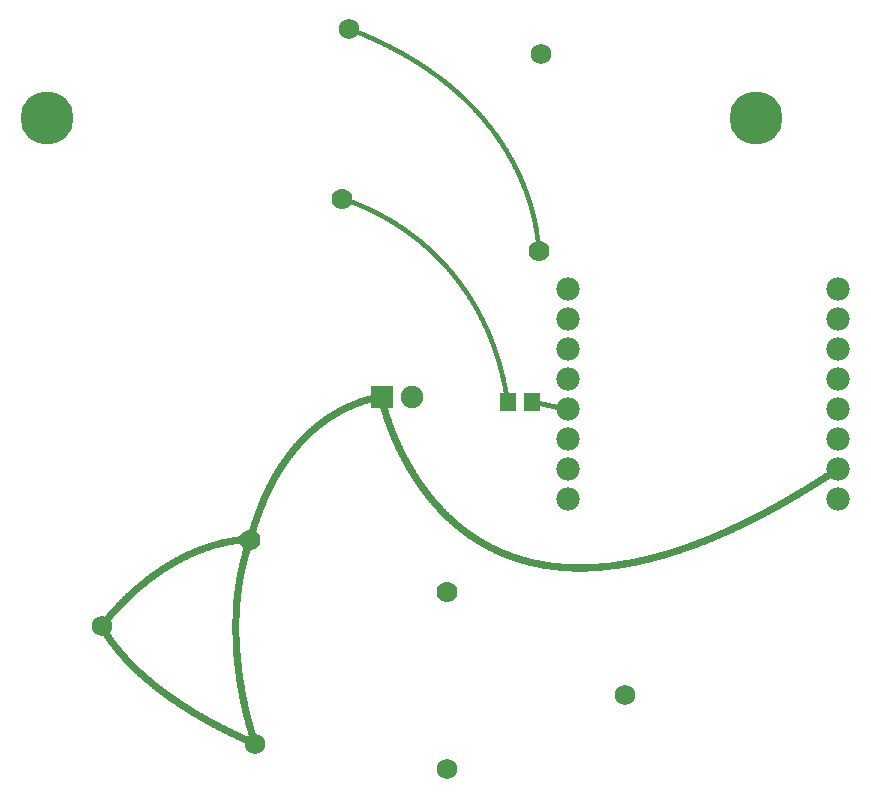
<source format=gtl>
G04 MADE WITH FRITZING*
G04 WWW.FRITZING.ORG*
G04 DOUBLE SIDED*
G04 HOLES PLATED*
G04 CONTOUR ON CENTER OF CONTOUR VECTOR*
%ASAXBY*%
%FSLAX23Y23*%
%MOIN*%
%OFA0B0*%
%SFA1.0B1.0*%
%ADD10C,0.075000*%
%ADD11C,0.068000*%
%ADD12C,0.070000*%
%ADD13C,0.077778*%
%ADD14C,0.177165*%
%ADD15R,0.055118X0.059055*%
%ADD16R,0.075000X0.075000*%
%ADD17C,0.016000*%
%ADD18R,0.001000X0.001000*%
%LNCOPPER1*%
G90*
G70*
G54D10*
X1722Y1772D03*
X1822Y1772D03*
G54D11*
X1614Y2999D03*
X2252Y2916D03*
X1940Y533D03*
X1301Y617D03*
X2534Y779D03*
X789Y1008D03*
X1614Y2999D03*
X2252Y2916D03*
X1940Y533D03*
X1301Y617D03*
X2534Y779D03*
X789Y1008D03*
G54D12*
X1590Y2432D03*
X2246Y2258D03*
X1941Y1122D03*
X1285Y1297D03*
X1590Y2432D03*
X2246Y2258D03*
X1941Y1122D03*
X1285Y1297D03*
G54D13*
X2345Y2132D03*
X2345Y2032D03*
X2345Y1932D03*
X2345Y1832D03*
X2345Y1732D03*
X2345Y1632D03*
X2345Y1532D03*
X2345Y1432D03*
X3245Y1432D03*
X3245Y1532D03*
X3245Y1632D03*
X3245Y1732D03*
X3245Y1832D03*
X3245Y1932D03*
X3245Y2032D03*
X3245Y2132D03*
G54D14*
X2970Y2701D03*
X608Y2701D03*
G54D15*
X2143Y1756D03*
X2224Y1756D03*
G54D16*
X1722Y1772D03*
G54D17*
X2322Y1737D02*
X2246Y1752D01*
G54D18*
X1613Y3007D02*
X1615Y3007D01*
X1610Y3006D02*
X1618Y3006D01*
X1609Y3005D02*
X1620Y3005D01*
X1608Y3004D02*
X1623Y3004D01*
X1607Y3003D02*
X1625Y3003D01*
X1607Y3002D02*
X1628Y3002D01*
X1607Y3001D02*
X1630Y3001D01*
X1606Y3000D02*
X1633Y3000D01*
X1606Y2999D02*
X1636Y2999D01*
X1606Y2998D02*
X1638Y2998D01*
X1607Y2997D02*
X1641Y2997D01*
X1607Y2996D02*
X1643Y2996D01*
X1607Y2995D02*
X1646Y2995D01*
X1608Y2994D02*
X1648Y2994D01*
X1609Y2993D02*
X1651Y2993D01*
X1611Y2992D02*
X1653Y2992D01*
X1613Y2991D02*
X1655Y2991D01*
X1616Y2990D02*
X1658Y2990D01*
X1618Y2989D02*
X1660Y2989D01*
X1621Y2988D02*
X1663Y2988D01*
X1623Y2987D02*
X1665Y2987D01*
X1626Y2986D02*
X1667Y2986D01*
X1628Y2985D02*
X1670Y2985D01*
X1631Y2984D02*
X1672Y2984D01*
X1634Y2983D02*
X1675Y2983D01*
X1636Y2982D02*
X1677Y2982D01*
X1639Y2981D02*
X1679Y2981D01*
X1641Y2980D02*
X1681Y2980D01*
X1644Y2979D02*
X1684Y2979D01*
X1646Y2978D02*
X1686Y2978D01*
X1648Y2977D02*
X1688Y2977D01*
X1651Y2976D02*
X1690Y2976D01*
X1653Y2975D02*
X1693Y2975D01*
X1656Y2974D02*
X1695Y2974D01*
X1658Y2973D02*
X1697Y2973D01*
X1661Y2972D02*
X1700Y2972D01*
X1663Y2971D02*
X1702Y2971D01*
X1665Y2970D02*
X1704Y2970D01*
X1668Y2969D02*
X1706Y2969D01*
X1670Y2968D02*
X1708Y2968D01*
X1672Y2967D02*
X1710Y2967D01*
X1675Y2966D02*
X1712Y2966D01*
X1677Y2965D02*
X1715Y2965D01*
X1679Y2964D02*
X1717Y2964D01*
X1681Y2963D02*
X1719Y2963D01*
X1684Y2962D02*
X1721Y2962D01*
X1686Y2961D02*
X1723Y2961D01*
X1688Y2960D02*
X1725Y2960D01*
X1690Y2959D02*
X1727Y2959D01*
X1693Y2958D02*
X1729Y2958D01*
X1695Y2957D02*
X1731Y2957D01*
X1697Y2956D02*
X1733Y2956D01*
X1699Y2955D02*
X1735Y2955D01*
X1701Y2954D02*
X1737Y2954D01*
X1704Y2953D02*
X1739Y2953D01*
X1706Y2952D02*
X1741Y2952D01*
X1708Y2951D02*
X1744Y2951D01*
X1710Y2950D02*
X1746Y2950D01*
X1712Y2949D02*
X1748Y2949D01*
X1714Y2948D02*
X1750Y2948D01*
X1716Y2947D02*
X1752Y2947D01*
X1719Y2946D02*
X1754Y2946D01*
X1721Y2945D02*
X1756Y2945D01*
X1723Y2944D02*
X1757Y2944D01*
X1725Y2943D02*
X1759Y2943D01*
X1727Y2942D02*
X1761Y2942D01*
X1729Y2941D02*
X1763Y2941D01*
X1731Y2940D02*
X1765Y2940D01*
X1733Y2939D02*
X1767Y2939D01*
X1735Y2938D02*
X1769Y2938D01*
X1737Y2937D02*
X1771Y2937D01*
X1739Y2936D02*
X1773Y2936D01*
X1741Y2935D02*
X1775Y2935D01*
X1743Y2934D02*
X1776Y2934D01*
X1745Y2933D02*
X1778Y2933D01*
X1747Y2932D02*
X1780Y2932D01*
X1749Y2931D02*
X1782Y2931D01*
X1751Y2930D02*
X1784Y2930D01*
X1753Y2929D02*
X1786Y2929D01*
X1755Y2928D02*
X1787Y2928D01*
X1757Y2927D02*
X1789Y2927D01*
X1758Y2926D02*
X1791Y2926D01*
X1760Y2925D02*
X1793Y2925D01*
X1762Y2924D02*
X1795Y2924D01*
X1764Y2923D02*
X1796Y2923D01*
X1766Y2922D02*
X1798Y2922D01*
X1768Y2921D02*
X1800Y2921D01*
X1770Y2920D02*
X1802Y2920D01*
X1772Y2919D02*
X1803Y2919D01*
X1774Y2918D02*
X1805Y2918D01*
X1775Y2917D02*
X1807Y2917D01*
X1777Y2916D02*
X1809Y2916D01*
X1779Y2915D02*
X1810Y2915D01*
X1781Y2914D02*
X1812Y2914D01*
X1783Y2913D02*
X1814Y2913D01*
X1784Y2912D02*
X1815Y2912D01*
X1786Y2911D02*
X1817Y2911D01*
X1788Y2910D02*
X1819Y2910D01*
X1790Y2909D02*
X1821Y2909D01*
X1792Y2908D02*
X1822Y2908D01*
X1793Y2907D02*
X1824Y2907D01*
X1795Y2906D02*
X1826Y2906D01*
X1797Y2905D02*
X1827Y2905D01*
X1799Y2904D02*
X1829Y2904D01*
X1800Y2903D02*
X1831Y2903D01*
X1802Y2902D02*
X1832Y2902D01*
X1804Y2901D02*
X1834Y2901D01*
X1806Y2900D02*
X1835Y2900D01*
X1807Y2899D02*
X1837Y2899D01*
X1809Y2898D02*
X1839Y2898D01*
X1811Y2897D02*
X1840Y2897D01*
X1812Y2896D02*
X1842Y2896D01*
X1814Y2895D02*
X1843Y2895D01*
X1816Y2894D02*
X1845Y2894D01*
X1817Y2893D02*
X1847Y2893D01*
X1819Y2892D02*
X1848Y2892D01*
X1821Y2891D02*
X1850Y2891D01*
X1822Y2890D02*
X1851Y2890D01*
X1824Y2889D02*
X1853Y2889D01*
X1826Y2888D02*
X1854Y2888D01*
X1827Y2887D02*
X1856Y2887D01*
X1829Y2886D02*
X1858Y2886D01*
X1831Y2885D02*
X1859Y2885D01*
X1832Y2884D02*
X1861Y2884D01*
X1834Y2883D02*
X1862Y2883D01*
X1835Y2882D02*
X1864Y2882D01*
X1837Y2881D02*
X1865Y2881D01*
X1839Y2880D02*
X1867Y2880D01*
X1840Y2879D02*
X1868Y2879D01*
X1842Y2878D02*
X1870Y2878D01*
X1843Y2877D02*
X1871Y2877D01*
X1845Y2876D02*
X1873Y2876D01*
X1846Y2875D02*
X1874Y2875D01*
X1848Y2874D02*
X1876Y2874D01*
X1849Y2873D02*
X1877Y2873D01*
X1851Y2872D02*
X1879Y2872D01*
X1853Y2871D02*
X1880Y2871D01*
X1854Y2870D02*
X1881Y2870D01*
X1856Y2869D02*
X1883Y2869D01*
X1857Y2868D02*
X1884Y2868D01*
X1859Y2867D02*
X1886Y2867D01*
X1860Y2866D02*
X1887Y2866D01*
X1862Y2865D02*
X1889Y2865D01*
X1863Y2864D02*
X1890Y2864D01*
X1865Y2863D02*
X1892Y2863D01*
X1866Y2862D02*
X1893Y2862D01*
X1868Y2861D02*
X1894Y2861D01*
X1869Y2860D02*
X1896Y2860D01*
X1871Y2859D02*
X1897Y2859D01*
X1872Y2858D02*
X1899Y2858D01*
X1874Y2857D02*
X1900Y2857D01*
X1875Y2856D02*
X1901Y2856D01*
X1876Y2855D02*
X1903Y2855D01*
X1878Y2854D02*
X1904Y2854D01*
X1879Y2853D02*
X1905Y2853D01*
X1881Y2852D02*
X1907Y2852D01*
X1882Y2851D02*
X1908Y2851D01*
X1884Y2850D02*
X1910Y2850D01*
X1885Y2849D02*
X1911Y2849D01*
X1886Y2848D02*
X1912Y2848D01*
X1888Y2847D02*
X1914Y2847D01*
X1889Y2846D02*
X1915Y2846D01*
X1891Y2845D02*
X1916Y2845D01*
X1892Y2844D02*
X1918Y2844D01*
X1893Y2843D02*
X1919Y2843D01*
X1895Y2842D02*
X1920Y2842D01*
X1896Y2841D02*
X1922Y2841D01*
X1898Y2840D02*
X1923Y2840D01*
X1899Y2839D02*
X1924Y2839D01*
X1900Y2838D02*
X1926Y2838D01*
X1902Y2837D02*
X1927Y2837D01*
X1903Y2836D02*
X1928Y2836D01*
X1904Y2835D02*
X1929Y2835D01*
X1906Y2834D02*
X1931Y2834D01*
X1907Y2833D02*
X1932Y2833D01*
X1908Y2832D02*
X1933Y2832D01*
X1910Y2831D02*
X1935Y2831D01*
X1911Y2830D02*
X1936Y2830D01*
X1912Y2829D02*
X1937Y2829D01*
X1914Y2828D02*
X1938Y2828D01*
X1915Y2827D02*
X1940Y2827D01*
X1916Y2826D02*
X1941Y2826D01*
X1918Y2825D02*
X1942Y2825D01*
X1919Y2824D02*
X1943Y2824D01*
X1920Y2823D02*
X1945Y2823D01*
X1922Y2822D02*
X1946Y2822D01*
X1923Y2821D02*
X1947Y2821D01*
X1924Y2820D02*
X1948Y2820D01*
X1925Y2819D02*
X1950Y2819D01*
X1927Y2818D02*
X1951Y2818D01*
X1928Y2817D02*
X1952Y2817D01*
X1929Y2816D02*
X1953Y2816D01*
X1930Y2815D02*
X1954Y2815D01*
X1932Y2814D02*
X1956Y2814D01*
X1933Y2813D02*
X1957Y2813D01*
X1934Y2812D02*
X1958Y2812D01*
X1935Y2811D02*
X1959Y2811D01*
X1937Y2810D02*
X1960Y2810D01*
X1938Y2809D02*
X1961Y2809D01*
X1939Y2808D02*
X1963Y2808D01*
X1940Y2807D02*
X1964Y2807D01*
X1942Y2806D02*
X1965Y2806D01*
X1943Y2805D02*
X1966Y2805D01*
X1944Y2804D02*
X1967Y2804D01*
X1945Y2803D02*
X1969Y2803D01*
X1946Y2802D02*
X1970Y2802D01*
X1948Y2801D02*
X1971Y2801D01*
X1949Y2800D02*
X1972Y2800D01*
X1950Y2799D02*
X1973Y2799D01*
X1951Y2798D02*
X1974Y2798D01*
X1952Y2797D02*
X1975Y2797D01*
X1953Y2796D02*
X1977Y2796D01*
X1955Y2795D02*
X1978Y2795D01*
X1956Y2794D02*
X1979Y2794D01*
X1957Y2793D02*
X1980Y2793D01*
X1958Y2792D02*
X1981Y2792D01*
X1959Y2791D02*
X1982Y2791D01*
X1961Y2790D02*
X1983Y2790D01*
X1962Y2789D02*
X1984Y2789D01*
X1963Y2788D02*
X1986Y2788D01*
X1964Y2787D02*
X1987Y2787D01*
X1965Y2786D02*
X1988Y2786D01*
X1966Y2785D02*
X1989Y2785D01*
X1967Y2784D02*
X1990Y2784D01*
X1968Y2783D02*
X1991Y2783D01*
X1970Y2782D02*
X1992Y2782D01*
X1971Y2781D02*
X1993Y2781D01*
X1972Y2780D02*
X1994Y2780D01*
X1973Y2779D02*
X1995Y2779D01*
X1974Y2778D02*
X1996Y2778D01*
X1975Y2777D02*
X1997Y2777D01*
X1976Y2776D02*
X1999Y2776D01*
X1977Y2775D02*
X2000Y2775D01*
X1979Y2774D02*
X2001Y2774D01*
X1980Y2773D02*
X2002Y2773D01*
X1981Y2772D02*
X2003Y2772D01*
X1982Y2771D02*
X2004Y2771D01*
X1983Y2770D02*
X2005Y2770D01*
X1984Y2769D02*
X2006Y2769D01*
X1985Y2768D02*
X2007Y2768D01*
X1986Y2767D02*
X2008Y2767D01*
X1987Y2766D02*
X2009Y2766D01*
X1988Y2765D02*
X2010Y2765D01*
X1989Y2764D02*
X2011Y2764D01*
X1990Y2763D02*
X2012Y2763D01*
X1991Y2762D02*
X2013Y2762D01*
X1993Y2761D02*
X2014Y2761D01*
X1994Y2760D02*
X2015Y2760D01*
X1995Y2759D02*
X2016Y2759D01*
X1996Y2758D02*
X2017Y2758D01*
X1997Y2757D02*
X2018Y2757D01*
X1998Y2756D02*
X2019Y2756D01*
X1999Y2755D02*
X2020Y2755D01*
X2000Y2754D02*
X2021Y2754D01*
X2001Y2753D02*
X2022Y2753D01*
X2002Y2752D02*
X2023Y2752D01*
X2003Y2751D02*
X2024Y2751D01*
X2004Y2750D02*
X2025Y2750D01*
X2005Y2749D02*
X2026Y2749D01*
X2006Y2748D02*
X2027Y2748D01*
X2007Y2747D02*
X2028Y2747D01*
X2008Y2746D02*
X2029Y2746D01*
X2009Y2745D02*
X2030Y2745D01*
X2010Y2744D02*
X2031Y2744D01*
X2011Y2743D02*
X2032Y2743D01*
X2012Y2742D02*
X2033Y2742D01*
X2013Y2741D02*
X2034Y2741D01*
X2014Y2740D02*
X2035Y2740D01*
X2015Y2739D02*
X2036Y2739D01*
X2016Y2738D02*
X2037Y2738D01*
X2017Y2737D02*
X2038Y2737D01*
X2018Y2736D02*
X2039Y2736D01*
X2019Y2735D02*
X2039Y2735D01*
X2020Y2734D02*
X2040Y2734D01*
X2021Y2733D02*
X2041Y2733D01*
X2022Y2732D02*
X2042Y2732D01*
X2023Y2731D02*
X2043Y2731D01*
X2024Y2730D02*
X2044Y2730D01*
X2024Y2729D02*
X2045Y2729D01*
X2025Y2728D02*
X2046Y2728D01*
X2026Y2727D02*
X2047Y2727D01*
X2027Y2726D02*
X2048Y2726D01*
X2028Y2725D02*
X2049Y2725D01*
X2029Y2724D02*
X2050Y2724D01*
X2030Y2723D02*
X2051Y2723D01*
X2031Y2722D02*
X2051Y2722D01*
X2032Y2721D02*
X2052Y2721D01*
X2033Y2720D02*
X2053Y2720D01*
X2034Y2719D02*
X2054Y2719D01*
X2035Y2718D02*
X2055Y2718D01*
X2036Y2717D02*
X2056Y2717D01*
X2037Y2716D02*
X2057Y2716D01*
X2038Y2715D02*
X2058Y2715D01*
X2038Y2714D02*
X2058Y2714D01*
X2039Y2713D02*
X2059Y2713D01*
X2040Y2712D02*
X2060Y2712D01*
X2041Y2711D02*
X2061Y2711D01*
X2042Y2710D02*
X2062Y2710D01*
X2043Y2709D02*
X2063Y2709D01*
X2044Y2708D02*
X2064Y2708D01*
X2045Y2707D02*
X2065Y2707D01*
X2045Y2706D02*
X2065Y2706D01*
X2046Y2705D02*
X2066Y2705D01*
X2047Y2704D02*
X2067Y2704D01*
X2048Y2703D02*
X2068Y2703D01*
X2049Y2702D02*
X2069Y2702D01*
X2050Y2701D02*
X2070Y2701D01*
X2051Y2700D02*
X2070Y2700D01*
X2052Y2699D02*
X2071Y2699D01*
X2053Y2698D02*
X2072Y2698D01*
X2053Y2697D02*
X2073Y2697D01*
X2054Y2696D02*
X2074Y2696D01*
X2055Y2695D02*
X2075Y2695D01*
X2056Y2694D02*
X2076Y2694D01*
X2057Y2693D02*
X2076Y2693D01*
X2058Y2692D02*
X2077Y2692D01*
X2058Y2691D02*
X2078Y2691D01*
X2059Y2690D02*
X2079Y2690D01*
X2060Y2689D02*
X2080Y2689D01*
X2061Y2688D02*
X2080Y2688D01*
X2062Y2687D02*
X2081Y2687D01*
X2063Y2686D02*
X2082Y2686D01*
X2063Y2685D02*
X2083Y2685D01*
X2064Y2684D02*
X2084Y2684D01*
X2065Y2683D02*
X2084Y2683D01*
X2066Y2682D02*
X2085Y2682D01*
X2067Y2681D02*
X2086Y2681D01*
X2068Y2680D02*
X2087Y2680D01*
X2068Y2679D02*
X2088Y2679D01*
X2069Y2678D02*
X2088Y2678D01*
X2070Y2677D02*
X2089Y2677D01*
X2071Y2676D02*
X2090Y2676D01*
X2072Y2675D02*
X2091Y2675D01*
X2072Y2674D02*
X2092Y2674D01*
X2073Y2673D02*
X2092Y2673D01*
X2074Y2672D02*
X2093Y2672D01*
X2075Y2671D02*
X2094Y2671D01*
X2076Y2670D02*
X2095Y2670D01*
X2076Y2669D02*
X2095Y2669D01*
X2077Y2668D02*
X2096Y2668D01*
X2078Y2667D02*
X2097Y2667D01*
X2079Y2666D02*
X2098Y2666D01*
X2079Y2665D02*
X2098Y2665D01*
X2080Y2664D02*
X2099Y2664D01*
X2081Y2663D02*
X2100Y2663D01*
X2082Y2662D02*
X2101Y2662D01*
X2083Y2661D02*
X2101Y2661D01*
X2083Y2660D02*
X2102Y2660D01*
X2084Y2659D02*
X2103Y2659D01*
X2085Y2658D02*
X2104Y2658D01*
X2086Y2657D02*
X2104Y2657D01*
X2086Y2656D02*
X2105Y2656D01*
X2087Y2655D02*
X2106Y2655D01*
X2088Y2654D02*
X2107Y2654D01*
X2089Y2653D02*
X2107Y2653D01*
X2089Y2652D02*
X2108Y2652D01*
X2090Y2651D02*
X2109Y2651D01*
X2091Y2650D02*
X2109Y2650D01*
X2092Y2649D02*
X2110Y2649D01*
X2092Y2648D02*
X2111Y2648D01*
X2093Y2647D02*
X2112Y2647D01*
X2094Y2646D02*
X2112Y2646D01*
X2094Y2645D02*
X2113Y2645D01*
X2095Y2644D02*
X2114Y2644D01*
X2096Y2643D02*
X2114Y2643D01*
X2097Y2642D02*
X2115Y2642D01*
X2097Y2641D02*
X2116Y2641D01*
X2098Y2640D02*
X2117Y2640D01*
X2099Y2639D02*
X2117Y2639D01*
X2100Y2638D02*
X2118Y2638D01*
X2100Y2637D02*
X2119Y2637D01*
X2101Y2636D02*
X2119Y2636D01*
X2102Y2635D02*
X2120Y2635D01*
X2102Y2634D02*
X2121Y2634D01*
X2103Y2633D02*
X2121Y2633D01*
X2104Y2632D02*
X2122Y2632D01*
X2104Y2631D02*
X2123Y2631D01*
X2105Y2630D02*
X2123Y2630D01*
X2106Y2629D02*
X2124Y2629D01*
X2107Y2628D02*
X2125Y2628D01*
X2107Y2627D02*
X2125Y2627D01*
X2108Y2626D02*
X2126Y2626D01*
X2109Y2625D02*
X2127Y2625D01*
X2109Y2624D02*
X2127Y2624D01*
X2110Y2623D02*
X2128Y2623D01*
X2111Y2622D02*
X2129Y2622D01*
X2111Y2621D02*
X2129Y2621D01*
X2112Y2620D02*
X2130Y2620D01*
X2113Y2619D02*
X2131Y2619D01*
X2113Y2618D02*
X2131Y2618D01*
X2114Y2617D02*
X2132Y2617D01*
X2115Y2616D02*
X2133Y2616D01*
X2115Y2615D02*
X2133Y2615D01*
X2116Y2614D02*
X2134Y2614D01*
X2117Y2613D02*
X2135Y2613D01*
X2117Y2612D02*
X2135Y2612D01*
X2118Y2611D02*
X2136Y2611D01*
X2119Y2610D02*
X2137Y2610D01*
X2119Y2609D02*
X2137Y2609D01*
X2120Y2608D02*
X2138Y2608D01*
X2121Y2607D02*
X2138Y2607D01*
X2121Y2606D02*
X2139Y2606D01*
X2122Y2605D02*
X2140Y2605D01*
X2122Y2604D02*
X2140Y2604D01*
X2123Y2603D02*
X2141Y2603D01*
X2124Y2602D02*
X2142Y2602D01*
X2124Y2601D02*
X2142Y2601D01*
X2125Y2600D02*
X2143Y2600D01*
X2126Y2599D02*
X2143Y2599D01*
X2126Y2598D02*
X2144Y2598D01*
X2127Y2597D02*
X2145Y2597D01*
X2128Y2596D02*
X2145Y2596D01*
X2128Y2595D02*
X2146Y2595D01*
X2129Y2594D02*
X2146Y2594D01*
X2129Y2593D02*
X2147Y2593D01*
X2130Y2592D02*
X2148Y2592D01*
X2131Y2591D02*
X2148Y2591D01*
X2131Y2590D02*
X2149Y2590D01*
X2132Y2589D02*
X2149Y2589D01*
X2132Y2588D02*
X2150Y2588D01*
X2133Y2587D02*
X2151Y2587D01*
X2134Y2586D02*
X2151Y2586D01*
X2134Y2585D02*
X2152Y2585D01*
X2135Y2584D02*
X2152Y2584D01*
X2135Y2583D02*
X2153Y2583D01*
X2136Y2582D02*
X2154Y2582D01*
X2137Y2581D02*
X2154Y2581D01*
X2137Y2580D02*
X2155Y2580D01*
X2138Y2579D02*
X2155Y2579D01*
X2138Y2578D02*
X2156Y2578D01*
X2139Y2577D02*
X2156Y2577D01*
X2140Y2576D02*
X2157Y2576D01*
X2140Y2575D02*
X2158Y2575D01*
X2141Y2574D02*
X2158Y2574D01*
X2141Y2573D02*
X2159Y2573D01*
X2142Y2572D02*
X2159Y2572D01*
X2142Y2571D02*
X2160Y2571D01*
X2143Y2570D02*
X2160Y2570D01*
X2144Y2569D02*
X2161Y2569D01*
X2144Y2568D02*
X2161Y2568D01*
X2145Y2567D02*
X2162Y2567D01*
X2145Y2566D02*
X2163Y2566D01*
X2146Y2565D02*
X2163Y2565D01*
X2146Y2564D02*
X2164Y2564D01*
X2147Y2563D02*
X2164Y2563D01*
X2147Y2562D02*
X2165Y2562D01*
X2148Y2561D02*
X2165Y2561D01*
X2149Y2560D02*
X2166Y2560D01*
X2149Y2559D02*
X2166Y2559D01*
X2150Y2558D02*
X2167Y2558D01*
X2150Y2557D02*
X2167Y2557D01*
X2151Y2556D02*
X2168Y2556D01*
X2151Y2555D02*
X2168Y2555D01*
X2152Y2554D02*
X2169Y2554D01*
X2152Y2553D02*
X2170Y2553D01*
X2153Y2552D02*
X2170Y2552D01*
X2153Y2551D02*
X2171Y2551D01*
X2154Y2550D02*
X2171Y2550D01*
X2155Y2549D02*
X2172Y2549D01*
X2155Y2548D02*
X2172Y2548D01*
X2156Y2547D02*
X2173Y2547D01*
X2156Y2546D02*
X2173Y2546D01*
X2157Y2545D02*
X2174Y2545D01*
X2157Y2544D02*
X2174Y2544D01*
X2158Y2543D02*
X2175Y2543D01*
X2158Y2542D02*
X2175Y2542D01*
X2159Y2541D02*
X2176Y2541D01*
X2159Y2540D02*
X2176Y2540D01*
X2160Y2539D02*
X2177Y2539D01*
X2160Y2538D02*
X2177Y2538D01*
X2161Y2537D02*
X2178Y2537D01*
X2161Y2536D02*
X2178Y2536D01*
X2162Y2535D02*
X2179Y2535D01*
X2162Y2534D02*
X2179Y2534D01*
X2163Y2533D02*
X2180Y2533D01*
X2163Y2532D02*
X2180Y2532D01*
X2164Y2531D02*
X2181Y2531D01*
X2164Y2530D02*
X2181Y2530D01*
X2165Y2529D02*
X2182Y2529D01*
X2165Y2528D02*
X2182Y2528D01*
X2166Y2527D02*
X2183Y2527D01*
X2166Y2526D02*
X2183Y2526D01*
X2167Y2525D02*
X2184Y2525D01*
X2167Y2524D02*
X2184Y2524D01*
X2168Y2523D02*
X2184Y2523D01*
X2168Y2522D02*
X2185Y2522D01*
X2169Y2521D02*
X2185Y2521D01*
X2169Y2520D02*
X2186Y2520D01*
X2170Y2519D02*
X2186Y2519D01*
X2170Y2518D02*
X2187Y2518D01*
X2171Y2517D02*
X2187Y2517D01*
X2171Y2516D02*
X2188Y2516D01*
X2172Y2515D02*
X2188Y2515D01*
X2172Y2514D02*
X2189Y2514D01*
X2172Y2513D02*
X2189Y2513D01*
X2173Y2512D02*
X2190Y2512D01*
X2173Y2511D02*
X2190Y2511D01*
X2174Y2510D02*
X2190Y2510D01*
X2174Y2509D02*
X2191Y2509D01*
X2175Y2508D02*
X2191Y2508D01*
X2175Y2507D02*
X2192Y2507D01*
X2176Y2506D02*
X2192Y2506D01*
X2176Y2505D02*
X2193Y2505D01*
X2177Y2504D02*
X2193Y2504D01*
X2177Y2503D02*
X2194Y2503D01*
X2177Y2502D02*
X2194Y2502D01*
X2178Y2501D02*
X2194Y2501D01*
X2178Y2500D02*
X2195Y2500D01*
X2179Y2499D02*
X2195Y2499D01*
X2179Y2498D02*
X2196Y2498D01*
X2180Y2497D02*
X2196Y2497D01*
X2180Y2496D02*
X2197Y2496D01*
X2181Y2495D02*
X2197Y2495D01*
X2181Y2494D02*
X2197Y2494D01*
X2181Y2493D02*
X2198Y2493D01*
X2182Y2492D02*
X2198Y2492D01*
X2182Y2491D02*
X2199Y2491D01*
X2183Y2490D02*
X2199Y2490D01*
X2183Y2489D02*
X2200Y2489D01*
X2184Y2488D02*
X2200Y2488D01*
X2184Y2487D02*
X2200Y2487D01*
X2184Y2486D02*
X2201Y2486D01*
X2185Y2485D02*
X2201Y2485D01*
X2185Y2484D02*
X2202Y2484D01*
X2186Y2483D02*
X2202Y2483D01*
X2186Y2482D02*
X2202Y2482D01*
X2187Y2481D02*
X2203Y2481D01*
X2187Y2480D02*
X2203Y2480D01*
X2187Y2479D02*
X2204Y2479D01*
X2188Y2478D02*
X2204Y2478D01*
X2188Y2477D02*
X2204Y2477D01*
X2189Y2476D02*
X2205Y2476D01*
X2189Y2475D02*
X2205Y2475D01*
X2189Y2474D02*
X2206Y2474D01*
X2190Y2473D02*
X2206Y2473D01*
X2190Y2472D02*
X2206Y2472D01*
X2191Y2471D02*
X2207Y2471D01*
X2191Y2470D02*
X2207Y2470D01*
X2191Y2469D02*
X2208Y2469D01*
X2192Y2468D02*
X2208Y2468D01*
X2192Y2467D02*
X2208Y2467D01*
X2193Y2466D02*
X2209Y2466D01*
X2193Y2465D02*
X2209Y2465D01*
X2193Y2464D02*
X2209Y2464D01*
X2194Y2463D02*
X2210Y2463D01*
X2194Y2462D02*
X2210Y2462D01*
X2194Y2461D02*
X2211Y2461D01*
X2195Y2460D02*
X2211Y2460D01*
X2195Y2459D02*
X2211Y2459D01*
X2196Y2458D02*
X2212Y2458D01*
X2196Y2457D02*
X2212Y2457D01*
X2196Y2456D02*
X2212Y2456D01*
X2197Y2455D02*
X2213Y2455D01*
X2197Y2454D02*
X2213Y2454D01*
X2197Y2453D02*
X2213Y2453D01*
X2198Y2452D02*
X2214Y2452D01*
X2198Y2451D02*
X2214Y2451D01*
X2199Y2450D02*
X2214Y2450D01*
X2199Y2449D02*
X2215Y2449D01*
X2199Y2448D02*
X2215Y2448D01*
X2200Y2447D02*
X2216Y2447D01*
X2200Y2446D02*
X2216Y2446D01*
X2200Y2445D02*
X2216Y2445D01*
X2201Y2444D02*
X2217Y2444D01*
X2201Y2443D02*
X2217Y2443D01*
X2201Y2442D02*
X2217Y2442D01*
X2202Y2441D02*
X2218Y2441D01*
X1587Y2440D02*
X1593Y2440D01*
X2202Y2440D02*
X2218Y2440D01*
X1585Y2439D02*
X1596Y2439D01*
X2202Y2439D02*
X2218Y2439D01*
X1584Y2438D02*
X1600Y2438D01*
X2203Y2438D02*
X2219Y2438D01*
X1583Y2437D02*
X1603Y2437D01*
X2203Y2437D02*
X2219Y2437D01*
X1583Y2436D02*
X1606Y2436D01*
X2203Y2436D02*
X2219Y2436D01*
X1583Y2435D02*
X1609Y2435D01*
X2204Y2435D02*
X2220Y2435D01*
X1582Y2434D02*
X1612Y2434D01*
X2204Y2434D02*
X2220Y2434D01*
X1582Y2433D02*
X1615Y2433D01*
X2204Y2433D02*
X2220Y2433D01*
X1582Y2432D02*
X1618Y2432D01*
X2205Y2432D02*
X2221Y2432D01*
X1582Y2431D02*
X1621Y2431D01*
X2205Y2431D02*
X2221Y2431D01*
X1583Y2430D02*
X1624Y2430D01*
X2205Y2430D02*
X2221Y2430D01*
X1583Y2429D02*
X1626Y2429D01*
X2206Y2429D02*
X2222Y2429D01*
X1584Y2428D02*
X1629Y2428D01*
X2206Y2428D02*
X2222Y2428D01*
X1585Y2427D02*
X1632Y2427D01*
X2206Y2427D02*
X2222Y2427D01*
X1586Y2426D02*
X1635Y2426D01*
X2207Y2426D02*
X2222Y2426D01*
X1588Y2425D02*
X1637Y2425D01*
X2207Y2425D02*
X2223Y2425D01*
X1592Y2424D02*
X1640Y2424D01*
X2207Y2424D02*
X2223Y2424D01*
X1595Y2423D02*
X1642Y2423D01*
X2208Y2423D02*
X2223Y2423D01*
X1598Y2422D02*
X1645Y2422D01*
X2208Y2422D02*
X2224Y2422D01*
X1601Y2421D02*
X1647Y2421D01*
X2208Y2421D02*
X2224Y2421D01*
X1605Y2420D02*
X1650Y2420D01*
X2209Y2420D02*
X2224Y2420D01*
X1608Y2419D02*
X1652Y2419D01*
X2209Y2419D02*
X2225Y2419D01*
X1611Y2418D02*
X1655Y2418D01*
X2209Y2418D02*
X2225Y2418D01*
X1613Y2417D02*
X1657Y2417D01*
X2210Y2417D02*
X2225Y2417D01*
X1616Y2416D02*
X1659Y2416D01*
X2210Y2416D02*
X2226Y2416D01*
X1619Y2415D02*
X1662Y2415D01*
X2210Y2415D02*
X2226Y2415D01*
X1622Y2414D02*
X1664Y2414D01*
X2210Y2414D02*
X2226Y2414D01*
X1625Y2413D02*
X1666Y2413D01*
X2211Y2413D02*
X2226Y2413D01*
X1627Y2412D02*
X1669Y2412D01*
X2211Y2412D02*
X2227Y2412D01*
X1630Y2411D02*
X1671Y2411D01*
X2211Y2411D02*
X2227Y2411D01*
X1633Y2410D02*
X1673Y2410D01*
X2212Y2410D02*
X2227Y2410D01*
X1635Y2409D02*
X1675Y2409D01*
X2212Y2409D02*
X2228Y2409D01*
X1638Y2408D02*
X1677Y2408D01*
X2212Y2408D02*
X2228Y2408D01*
X1640Y2407D02*
X1680Y2407D01*
X2213Y2407D02*
X2228Y2407D01*
X1643Y2406D02*
X1682Y2406D01*
X2213Y2406D02*
X2229Y2406D01*
X1645Y2405D02*
X1684Y2405D01*
X2213Y2405D02*
X2229Y2405D01*
X1648Y2404D02*
X1686Y2404D01*
X2214Y2404D02*
X2229Y2404D01*
X1650Y2403D02*
X1688Y2403D01*
X2214Y2403D02*
X2229Y2403D01*
X1652Y2402D02*
X1690Y2402D01*
X2214Y2402D02*
X2230Y2402D01*
X1655Y2401D02*
X1692Y2401D01*
X2214Y2401D02*
X2230Y2401D01*
X1657Y2400D02*
X1694Y2400D01*
X2215Y2400D02*
X2230Y2400D01*
X1659Y2399D02*
X1696Y2399D01*
X2215Y2399D02*
X2230Y2399D01*
X1662Y2398D02*
X1698Y2398D01*
X2215Y2398D02*
X2231Y2398D01*
X1664Y2397D02*
X1700Y2397D01*
X2215Y2397D02*
X2231Y2397D01*
X1666Y2396D02*
X1702Y2396D01*
X2216Y2396D02*
X2231Y2396D01*
X1668Y2395D02*
X1705Y2395D01*
X2216Y2395D02*
X2232Y2395D01*
X1670Y2394D02*
X1706Y2394D01*
X2216Y2394D02*
X2232Y2394D01*
X1673Y2393D02*
X1708Y2393D01*
X2217Y2393D02*
X2232Y2393D01*
X1675Y2392D02*
X1710Y2392D01*
X2217Y2392D02*
X2232Y2392D01*
X1677Y2391D02*
X1712Y2391D01*
X2217Y2391D02*
X2233Y2391D01*
X1679Y2390D02*
X1714Y2390D01*
X2217Y2390D02*
X2233Y2390D01*
X1681Y2389D02*
X1716Y2389D01*
X2218Y2389D02*
X2233Y2389D01*
X1683Y2388D02*
X1718Y2388D01*
X2218Y2388D02*
X2233Y2388D01*
X1685Y2387D02*
X1720Y2387D01*
X2218Y2387D02*
X2234Y2387D01*
X1687Y2386D02*
X1722Y2386D01*
X2218Y2386D02*
X2234Y2386D01*
X1690Y2385D02*
X1724Y2385D01*
X2219Y2385D02*
X2234Y2385D01*
X1692Y2384D02*
X1726Y2384D01*
X2219Y2384D02*
X2234Y2384D01*
X1694Y2383D02*
X1727Y2383D01*
X2219Y2383D02*
X2235Y2383D01*
X1696Y2382D02*
X1729Y2382D01*
X2219Y2382D02*
X2235Y2382D01*
X1698Y2381D02*
X1731Y2381D01*
X2220Y2381D02*
X2235Y2381D01*
X1700Y2380D02*
X1733Y2380D01*
X2220Y2380D02*
X2235Y2380D01*
X1702Y2379D02*
X1734Y2379D01*
X2220Y2379D02*
X2236Y2379D01*
X1704Y2378D02*
X1736Y2378D01*
X2221Y2378D02*
X2236Y2378D01*
X1705Y2377D02*
X1738Y2377D01*
X2221Y2377D02*
X2236Y2377D01*
X1707Y2376D02*
X1740Y2376D01*
X2221Y2376D02*
X2236Y2376D01*
X1709Y2375D02*
X1742Y2375D01*
X2221Y2375D02*
X2237Y2375D01*
X1711Y2374D02*
X1743Y2374D01*
X2221Y2374D02*
X2237Y2374D01*
X1713Y2373D02*
X1745Y2373D01*
X2222Y2373D02*
X2237Y2373D01*
X1715Y2372D02*
X1747Y2372D01*
X2222Y2372D02*
X2237Y2372D01*
X1717Y2371D02*
X1749Y2371D01*
X2222Y2371D02*
X2238Y2371D01*
X1719Y2370D02*
X1750Y2370D01*
X2222Y2370D02*
X2238Y2370D01*
X1721Y2369D02*
X1752Y2369D01*
X2223Y2369D02*
X2238Y2369D01*
X1722Y2368D02*
X1754Y2368D01*
X2223Y2368D02*
X2238Y2368D01*
X1724Y2367D02*
X1755Y2367D01*
X2223Y2367D02*
X2239Y2367D01*
X1726Y2366D02*
X1757Y2366D01*
X2223Y2366D02*
X2239Y2366D01*
X1728Y2365D02*
X1759Y2365D01*
X2224Y2365D02*
X2239Y2365D01*
X1730Y2364D02*
X1760Y2364D01*
X2224Y2364D02*
X2239Y2364D01*
X1731Y2363D02*
X1762Y2363D01*
X2224Y2363D02*
X2239Y2363D01*
X1733Y2362D02*
X1764Y2362D01*
X2224Y2362D02*
X2240Y2362D01*
X1735Y2361D02*
X1765Y2361D01*
X2224Y2361D02*
X2240Y2361D01*
X1737Y2360D02*
X1767Y2360D01*
X2225Y2360D02*
X2240Y2360D01*
X1738Y2359D02*
X1769Y2359D01*
X2225Y2359D02*
X2240Y2359D01*
X1740Y2358D02*
X1770Y2358D01*
X2225Y2358D02*
X2241Y2358D01*
X1742Y2357D02*
X1772Y2357D01*
X2225Y2357D02*
X2241Y2357D01*
X1744Y2356D02*
X1773Y2356D01*
X2226Y2356D02*
X2241Y2356D01*
X1745Y2355D02*
X1775Y2355D01*
X2226Y2355D02*
X2241Y2355D01*
X1747Y2354D02*
X1776Y2354D01*
X2226Y2354D02*
X2241Y2354D01*
X1749Y2353D02*
X1778Y2353D01*
X2226Y2353D02*
X2242Y2353D01*
X1750Y2352D02*
X1779Y2352D01*
X2226Y2352D02*
X2242Y2352D01*
X1752Y2351D02*
X1781Y2351D01*
X2227Y2351D02*
X2242Y2351D01*
X1754Y2350D02*
X1782Y2350D01*
X2227Y2350D02*
X2242Y2350D01*
X1755Y2349D02*
X1784Y2349D01*
X2227Y2349D02*
X2242Y2349D01*
X1757Y2348D02*
X1786Y2348D01*
X2227Y2348D02*
X2243Y2348D01*
X1758Y2347D02*
X1787Y2347D01*
X2227Y2347D02*
X2243Y2347D01*
X1760Y2346D02*
X1789Y2346D01*
X2228Y2346D02*
X2243Y2346D01*
X1762Y2345D02*
X1790Y2345D01*
X2228Y2345D02*
X2243Y2345D01*
X1763Y2344D02*
X1792Y2344D01*
X2228Y2344D02*
X2243Y2344D01*
X1765Y2343D02*
X1793Y2343D01*
X2228Y2343D02*
X2244Y2343D01*
X1766Y2342D02*
X1795Y2342D01*
X2228Y2342D02*
X2244Y2342D01*
X1768Y2341D02*
X1796Y2341D01*
X2229Y2341D02*
X2244Y2341D01*
X1770Y2340D02*
X1798Y2340D01*
X2229Y2340D02*
X2244Y2340D01*
X1771Y2339D02*
X1799Y2339D01*
X2229Y2339D02*
X2244Y2339D01*
X1773Y2338D02*
X1800Y2338D01*
X2229Y2338D02*
X2244Y2338D01*
X1774Y2337D02*
X1802Y2337D01*
X2229Y2337D02*
X2245Y2337D01*
X1776Y2336D02*
X1803Y2336D01*
X2230Y2336D02*
X2245Y2336D01*
X1777Y2335D02*
X1805Y2335D01*
X2230Y2335D02*
X2245Y2335D01*
X1779Y2334D02*
X1806Y2334D01*
X2230Y2334D02*
X2245Y2334D01*
X1780Y2333D02*
X1808Y2333D01*
X2230Y2333D02*
X2245Y2333D01*
X1782Y2332D02*
X1809Y2332D01*
X2230Y2332D02*
X2245Y2332D01*
X1783Y2331D02*
X1810Y2331D01*
X2230Y2331D02*
X2246Y2331D01*
X1785Y2330D02*
X1812Y2330D01*
X2231Y2330D02*
X2246Y2330D01*
X1786Y2329D02*
X1813Y2329D01*
X2231Y2329D02*
X2246Y2329D01*
X1788Y2328D02*
X1815Y2328D01*
X2231Y2328D02*
X2246Y2328D01*
X1789Y2327D02*
X1816Y2327D01*
X2231Y2327D02*
X2246Y2327D01*
X1791Y2326D02*
X1818Y2326D01*
X2231Y2326D02*
X2247Y2326D01*
X1792Y2325D02*
X1819Y2325D01*
X2231Y2325D02*
X2247Y2325D01*
X1794Y2324D02*
X1820Y2324D01*
X2232Y2324D02*
X2247Y2324D01*
X1795Y2323D02*
X1822Y2323D01*
X2232Y2323D02*
X2247Y2323D01*
X1796Y2322D02*
X1823Y2322D01*
X2232Y2322D02*
X2247Y2322D01*
X1798Y2321D02*
X1824Y2321D01*
X2232Y2321D02*
X2247Y2321D01*
X1799Y2320D02*
X1826Y2320D01*
X2232Y2320D02*
X2247Y2320D01*
X1801Y2319D02*
X1827Y2319D01*
X2232Y2319D02*
X2248Y2319D01*
X1802Y2318D02*
X1828Y2318D01*
X2233Y2318D02*
X2248Y2318D01*
X1804Y2317D02*
X1830Y2317D01*
X2233Y2317D02*
X2248Y2317D01*
X1805Y2316D02*
X1831Y2316D01*
X2233Y2316D02*
X2248Y2316D01*
X1806Y2315D02*
X1832Y2315D01*
X2233Y2315D02*
X2248Y2315D01*
X1808Y2314D02*
X1834Y2314D01*
X2233Y2314D02*
X2248Y2314D01*
X1809Y2313D02*
X1835Y2313D01*
X2233Y2313D02*
X2248Y2313D01*
X1811Y2312D02*
X1836Y2312D01*
X2233Y2312D02*
X2249Y2312D01*
X1812Y2311D02*
X1838Y2311D01*
X2234Y2311D02*
X2249Y2311D01*
X1813Y2310D02*
X1839Y2310D01*
X2234Y2310D02*
X2249Y2310D01*
X1815Y2309D02*
X1840Y2309D01*
X2234Y2309D02*
X2249Y2309D01*
X1816Y2308D02*
X1841Y2308D01*
X2234Y2308D02*
X2249Y2308D01*
X1817Y2307D02*
X1843Y2307D01*
X2234Y2307D02*
X2249Y2307D01*
X1819Y2306D02*
X1844Y2306D01*
X2234Y2306D02*
X2249Y2306D01*
X1820Y2305D02*
X1845Y2305D01*
X2234Y2305D02*
X2250Y2305D01*
X1821Y2304D02*
X1846Y2304D01*
X2235Y2304D02*
X2250Y2304D01*
X1823Y2303D02*
X1848Y2303D01*
X2235Y2303D02*
X2250Y2303D01*
X1824Y2302D02*
X1849Y2302D01*
X2235Y2302D02*
X2250Y2302D01*
X1825Y2301D02*
X1850Y2301D01*
X2235Y2301D02*
X2250Y2301D01*
X1827Y2300D02*
X1851Y2300D01*
X2235Y2300D02*
X2250Y2300D01*
X1828Y2299D02*
X1853Y2299D01*
X2235Y2299D02*
X2250Y2299D01*
X1829Y2298D02*
X1854Y2298D01*
X2235Y2298D02*
X2250Y2298D01*
X1830Y2297D02*
X1855Y2297D01*
X2235Y2297D02*
X2250Y2297D01*
X1832Y2296D02*
X1856Y2296D01*
X2236Y2296D02*
X2251Y2296D01*
X1833Y2295D02*
X1857Y2295D01*
X2236Y2295D02*
X2251Y2295D01*
X1834Y2294D02*
X1859Y2294D01*
X2236Y2294D02*
X2251Y2294D01*
X1836Y2293D02*
X1860Y2293D01*
X2236Y2293D02*
X2251Y2293D01*
X1837Y2292D02*
X1861Y2292D01*
X2236Y2292D02*
X2251Y2292D01*
X1838Y2291D02*
X1862Y2291D01*
X2236Y2291D02*
X2251Y2291D01*
X1839Y2290D02*
X1864Y2290D01*
X2236Y2290D02*
X2251Y2290D01*
X1841Y2289D02*
X1865Y2289D01*
X2236Y2289D02*
X2251Y2289D01*
X1842Y2288D02*
X1866Y2288D01*
X2236Y2288D02*
X2251Y2288D01*
X1843Y2287D02*
X1867Y2287D01*
X2236Y2287D02*
X2252Y2287D01*
X1844Y2286D02*
X1868Y2286D01*
X2237Y2286D02*
X2252Y2286D01*
X1845Y2285D02*
X1869Y2285D01*
X2237Y2285D02*
X2252Y2285D01*
X1847Y2284D02*
X1871Y2284D01*
X2237Y2284D02*
X2252Y2284D01*
X1848Y2283D02*
X1872Y2283D01*
X2237Y2283D02*
X2252Y2283D01*
X1849Y2282D02*
X1873Y2282D01*
X2237Y2282D02*
X2252Y2282D01*
X1850Y2281D02*
X1874Y2281D01*
X2237Y2281D02*
X2252Y2281D01*
X1852Y2280D02*
X1875Y2280D01*
X2237Y2280D02*
X2252Y2280D01*
X1853Y2279D02*
X1876Y2279D01*
X2237Y2279D02*
X2252Y2279D01*
X1854Y2278D02*
X1877Y2278D01*
X2237Y2278D02*
X2252Y2278D01*
X1855Y2277D02*
X1879Y2277D01*
X2237Y2277D02*
X2252Y2277D01*
X1856Y2276D02*
X1880Y2276D01*
X2237Y2276D02*
X2252Y2276D01*
X1857Y2275D02*
X1881Y2275D01*
X2237Y2275D02*
X2252Y2275D01*
X1859Y2274D02*
X1882Y2274D01*
X2237Y2274D02*
X2252Y2274D01*
X1860Y2273D02*
X1883Y2273D01*
X2237Y2273D02*
X2253Y2273D01*
X1861Y2272D02*
X1884Y2272D01*
X2238Y2272D02*
X2253Y2272D01*
X1862Y2271D02*
X1885Y2271D01*
X2238Y2271D02*
X2253Y2271D01*
X1863Y2270D02*
X1886Y2270D01*
X2238Y2270D02*
X2253Y2270D01*
X1864Y2269D02*
X1887Y2269D01*
X2238Y2269D02*
X2253Y2269D01*
X1866Y2268D02*
X1889Y2268D01*
X2238Y2268D02*
X2253Y2268D01*
X1867Y2267D02*
X1890Y2267D01*
X2238Y2267D02*
X2253Y2267D01*
X1868Y2266D02*
X1891Y2266D01*
X2238Y2266D02*
X2253Y2266D01*
X1869Y2265D02*
X1892Y2265D01*
X2238Y2265D02*
X2253Y2265D01*
X1870Y2264D02*
X1893Y2264D01*
X2238Y2264D02*
X2253Y2264D01*
X1871Y2263D02*
X1894Y2263D01*
X2238Y2263D02*
X2253Y2263D01*
X1872Y2262D02*
X1895Y2262D01*
X2238Y2262D02*
X2253Y2262D01*
X1873Y2261D02*
X1896Y2261D01*
X2238Y2261D02*
X2253Y2261D01*
X1875Y2260D02*
X1897Y2260D01*
X2238Y2260D02*
X2253Y2260D01*
X1876Y2259D02*
X1898Y2259D01*
X2238Y2259D02*
X2253Y2259D01*
X1877Y2258D02*
X1899Y2258D01*
X2238Y2258D02*
X2253Y2258D01*
X1878Y2257D02*
X1900Y2257D01*
X2238Y2257D02*
X2253Y2257D01*
X1879Y2256D02*
X1901Y2256D01*
X2238Y2256D02*
X2253Y2256D01*
X1880Y2255D02*
X1902Y2255D01*
X2239Y2255D02*
X2252Y2255D01*
X1881Y2254D02*
X1903Y2254D01*
X2239Y2254D02*
X2252Y2254D01*
X1882Y2253D02*
X1904Y2253D01*
X2240Y2253D02*
X2251Y2253D01*
X1883Y2252D02*
X1905Y2252D01*
X2241Y2252D02*
X2250Y2252D01*
X1884Y2251D02*
X1907Y2251D01*
X2243Y2251D02*
X2249Y2251D01*
X1885Y2250D02*
X1908Y2250D01*
X1887Y2249D02*
X1909Y2249D01*
X1888Y2248D02*
X1910Y2248D01*
X1889Y2247D02*
X1911Y2247D01*
X1890Y2246D02*
X1912Y2246D01*
X1891Y2245D02*
X1913Y2245D01*
X1892Y2244D02*
X1914Y2244D01*
X1893Y2243D02*
X1915Y2243D01*
X1894Y2242D02*
X1916Y2242D01*
X1895Y2241D02*
X1917Y2241D01*
X1896Y2240D02*
X1918Y2240D01*
X1897Y2239D02*
X1919Y2239D01*
X1898Y2238D02*
X1920Y2238D01*
X1899Y2237D02*
X1921Y2237D01*
X1900Y2236D02*
X1922Y2236D01*
X1901Y2235D02*
X1922Y2235D01*
X1902Y2234D02*
X1923Y2234D01*
X1903Y2233D02*
X1924Y2233D01*
X1904Y2232D02*
X1925Y2232D01*
X1905Y2231D02*
X1926Y2231D01*
X1906Y2230D02*
X1927Y2230D01*
X1907Y2229D02*
X1928Y2229D01*
X1908Y2228D02*
X1929Y2228D01*
X1909Y2227D02*
X1930Y2227D01*
X1910Y2226D02*
X1931Y2226D01*
X1911Y2225D02*
X1932Y2225D01*
X1912Y2224D02*
X1933Y2224D01*
X1913Y2223D02*
X1934Y2223D01*
X1914Y2222D02*
X1935Y2222D01*
X1915Y2221D02*
X1936Y2221D01*
X1916Y2220D02*
X1937Y2220D01*
X1917Y2219D02*
X1938Y2219D01*
X1918Y2218D02*
X1938Y2218D01*
X1919Y2217D02*
X1939Y2217D01*
X1920Y2216D02*
X1940Y2216D01*
X1921Y2215D02*
X1941Y2215D01*
X1922Y2214D02*
X1942Y2214D01*
X1922Y2213D02*
X1943Y2213D01*
X1923Y2212D02*
X1944Y2212D01*
X1924Y2211D02*
X1945Y2211D01*
X1925Y2210D02*
X1946Y2210D01*
X1926Y2209D02*
X1947Y2209D01*
X1927Y2208D02*
X1948Y2208D01*
X1928Y2207D02*
X1948Y2207D01*
X1929Y2206D02*
X1949Y2206D01*
X1930Y2205D02*
X1950Y2205D01*
X1931Y2204D02*
X1951Y2204D01*
X1932Y2203D02*
X1952Y2203D01*
X1933Y2202D02*
X1953Y2202D01*
X1933Y2201D02*
X1954Y2201D01*
X1934Y2200D02*
X1954Y2200D01*
X1935Y2199D02*
X1955Y2199D01*
X1936Y2198D02*
X1956Y2198D01*
X1937Y2197D02*
X1957Y2197D01*
X1938Y2196D02*
X1958Y2196D01*
X1939Y2195D02*
X1959Y2195D01*
X1940Y2194D02*
X1960Y2194D01*
X1941Y2193D02*
X1960Y2193D01*
X1941Y2192D02*
X1961Y2192D01*
X1942Y2191D02*
X1962Y2191D01*
X1943Y2190D02*
X1963Y2190D01*
X1944Y2189D02*
X1964Y2189D01*
X1945Y2188D02*
X1965Y2188D01*
X1946Y2187D02*
X1965Y2187D01*
X1947Y2186D02*
X1966Y2186D01*
X1947Y2185D02*
X1967Y2185D01*
X1948Y2184D02*
X1968Y2184D01*
X1949Y2183D02*
X1969Y2183D01*
X1950Y2182D02*
X1969Y2182D01*
X1951Y2181D02*
X1970Y2181D01*
X1952Y2180D02*
X1971Y2180D01*
X1952Y2179D02*
X1972Y2179D01*
X1953Y2178D02*
X1973Y2178D01*
X1954Y2177D02*
X1973Y2177D01*
X1955Y2176D02*
X1974Y2176D01*
X1956Y2175D02*
X1975Y2175D01*
X1957Y2174D02*
X1976Y2174D01*
X1957Y2173D02*
X1977Y2173D01*
X1958Y2172D02*
X1977Y2172D01*
X1959Y2171D02*
X1978Y2171D01*
X1960Y2170D02*
X1979Y2170D01*
X1961Y2169D02*
X1980Y2169D01*
X1961Y2168D02*
X1981Y2168D01*
X1962Y2167D02*
X1981Y2167D01*
X1963Y2166D02*
X1982Y2166D01*
X1964Y2165D02*
X1983Y2165D01*
X1965Y2164D02*
X1984Y2164D01*
X1965Y2163D02*
X1984Y2163D01*
X1966Y2162D02*
X1985Y2162D01*
X1967Y2161D02*
X1986Y2161D01*
X1968Y2160D02*
X1987Y2160D01*
X1969Y2159D02*
X1987Y2159D01*
X1969Y2158D02*
X1988Y2158D01*
X1970Y2157D02*
X1989Y2157D01*
X1971Y2156D02*
X1990Y2156D01*
X1972Y2155D02*
X1990Y2155D01*
X1972Y2154D02*
X1991Y2154D01*
X1973Y2153D02*
X1992Y2153D01*
X1974Y2152D02*
X1993Y2152D01*
X1975Y2151D02*
X1993Y2151D01*
X1975Y2150D02*
X1994Y2150D01*
X1976Y2149D02*
X1995Y2149D01*
X1977Y2148D02*
X1996Y2148D01*
X1978Y2147D02*
X1996Y2147D01*
X1978Y2146D02*
X1997Y2146D01*
X1979Y2145D02*
X1998Y2145D01*
X1980Y2144D02*
X1998Y2144D01*
X1981Y2143D02*
X1999Y2143D01*
X1981Y2142D02*
X2000Y2142D01*
X1982Y2141D02*
X2001Y2141D01*
X1983Y2140D02*
X2001Y2140D01*
X1984Y2139D02*
X2002Y2139D01*
X1984Y2138D02*
X2003Y2138D01*
X1985Y2137D02*
X2003Y2137D01*
X1986Y2136D02*
X2004Y2136D01*
X1986Y2135D02*
X2005Y2135D01*
X1987Y2134D02*
X2005Y2134D01*
X1988Y2133D02*
X2006Y2133D01*
X1989Y2132D02*
X2007Y2132D01*
X1989Y2131D02*
X2008Y2131D01*
X1990Y2130D02*
X2008Y2130D01*
X1991Y2129D02*
X2009Y2129D01*
X1991Y2128D02*
X2010Y2128D01*
X1992Y2127D02*
X2010Y2127D01*
X1993Y2126D02*
X2011Y2126D01*
X1994Y2125D02*
X2012Y2125D01*
X1994Y2124D02*
X2012Y2124D01*
X1995Y2123D02*
X2013Y2123D01*
X1996Y2122D02*
X2014Y2122D01*
X1996Y2121D02*
X2014Y2121D01*
X1997Y2120D02*
X2015Y2120D01*
X1998Y2119D02*
X2016Y2119D01*
X1998Y2118D02*
X2016Y2118D01*
X1999Y2117D02*
X2017Y2117D01*
X2000Y2116D02*
X2018Y2116D01*
X2000Y2115D02*
X2018Y2115D01*
X2001Y2114D02*
X2019Y2114D01*
X2002Y2113D02*
X2019Y2113D01*
X2002Y2112D02*
X2020Y2112D01*
X2003Y2111D02*
X2021Y2111D01*
X2004Y2110D02*
X2021Y2110D01*
X2004Y2109D02*
X2022Y2109D01*
X2005Y2108D02*
X2023Y2108D01*
X2006Y2107D02*
X2023Y2107D01*
X2006Y2106D02*
X2024Y2106D01*
X2007Y2105D02*
X2025Y2105D01*
X2008Y2104D02*
X2025Y2104D01*
X2008Y2103D02*
X2026Y2103D01*
X2009Y2102D02*
X2027Y2102D01*
X2009Y2101D02*
X2027Y2101D01*
X2010Y2100D02*
X2028Y2100D01*
X2011Y2099D02*
X2028Y2099D01*
X2011Y2098D02*
X2029Y2098D01*
X2012Y2097D02*
X2030Y2097D01*
X2013Y2096D02*
X2030Y2096D01*
X2013Y2095D02*
X2031Y2095D01*
X2014Y2094D02*
X2031Y2094D01*
X2015Y2093D02*
X2032Y2093D01*
X2015Y2092D02*
X2033Y2092D01*
X2016Y2091D02*
X2033Y2091D01*
X2016Y2090D02*
X2034Y2090D01*
X2017Y2089D02*
X2034Y2089D01*
X2018Y2088D02*
X2035Y2088D01*
X2018Y2087D02*
X2036Y2087D01*
X2019Y2086D02*
X2036Y2086D01*
X2019Y2085D02*
X2037Y2085D01*
X2020Y2084D02*
X2037Y2084D01*
X2021Y2083D02*
X2038Y2083D01*
X2021Y2082D02*
X2039Y2082D01*
X2022Y2081D02*
X2039Y2081D01*
X2022Y2080D02*
X2040Y2080D01*
X2023Y2079D02*
X2040Y2079D01*
X2024Y2078D02*
X2041Y2078D01*
X2024Y2077D02*
X2041Y2077D01*
X2025Y2076D02*
X2042Y2076D01*
X2025Y2075D02*
X2043Y2075D01*
X2026Y2074D02*
X2043Y2074D01*
X2027Y2073D02*
X2044Y2073D01*
X2027Y2072D02*
X2044Y2072D01*
X2028Y2071D02*
X2045Y2071D01*
X2028Y2070D02*
X2045Y2070D01*
X2029Y2069D02*
X2046Y2069D01*
X2029Y2068D02*
X2047Y2068D01*
X2030Y2067D02*
X2047Y2067D01*
X2031Y2066D02*
X2048Y2066D01*
X2031Y2065D02*
X2048Y2065D01*
X2032Y2064D02*
X2049Y2064D01*
X2032Y2063D02*
X2049Y2063D01*
X2033Y2062D02*
X2050Y2062D01*
X2033Y2061D02*
X2050Y2061D01*
X2034Y2060D02*
X2051Y2060D01*
X2035Y2059D02*
X2052Y2059D01*
X2035Y2058D02*
X2052Y2058D01*
X2036Y2057D02*
X2053Y2057D01*
X2036Y2056D02*
X2053Y2056D01*
X2037Y2055D02*
X2054Y2055D01*
X2037Y2054D02*
X2054Y2054D01*
X2038Y2053D02*
X2055Y2053D01*
X2038Y2052D02*
X2055Y2052D01*
X2039Y2051D02*
X2056Y2051D01*
X2039Y2050D02*
X2056Y2050D01*
X2040Y2049D02*
X2057Y2049D01*
X2041Y2048D02*
X2057Y2048D01*
X2041Y2047D02*
X2058Y2047D01*
X2042Y2046D02*
X2058Y2046D01*
X2042Y2045D02*
X2059Y2045D01*
X2043Y2044D02*
X2059Y2044D01*
X2043Y2043D02*
X2060Y2043D01*
X2044Y2042D02*
X2060Y2042D01*
X2044Y2041D02*
X2061Y2041D01*
X2045Y2040D02*
X2061Y2040D01*
X2045Y2039D02*
X2062Y2039D01*
X2046Y2038D02*
X2062Y2038D01*
X2046Y2037D02*
X2063Y2037D01*
X2047Y2036D02*
X2064Y2036D01*
X2047Y2035D02*
X2064Y2035D01*
X2048Y2034D02*
X2065Y2034D01*
X2048Y2033D02*
X2065Y2033D01*
X2049Y2032D02*
X2066Y2032D01*
X2049Y2031D02*
X2066Y2031D01*
X2050Y2030D02*
X2067Y2030D01*
X2050Y2029D02*
X2067Y2029D01*
X2051Y2028D02*
X2068Y2028D01*
X2051Y2027D02*
X2068Y2027D01*
X2052Y2026D02*
X2068Y2026D01*
X2052Y2025D02*
X2069Y2025D01*
X2053Y2024D02*
X2069Y2024D01*
X2053Y2023D02*
X2070Y2023D01*
X2054Y2022D02*
X2070Y2022D01*
X2054Y2021D02*
X2071Y2021D01*
X2055Y2020D02*
X2071Y2020D01*
X2055Y2019D02*
X2072Y2019D01*
X2056Y2018D02*
X2072Y2018D01*
X2056Y2017D02*
X2073Y2017D01*
X2057Y2016D02*
X2073Y2016D01*
X2057Y2015D02*
X2074Y2015D01*
X2058Y2014D02*
X2074Y2014D01*
X2058Y2013D02*
X2075Y2013D01*
X2059Y2012D02*
X2075Y2012D01*
X2059Y2011D02*
X2076Y2011D01*
X2060Y2010D02*
X2076Y2010D01*
X2060Y2009D02*
X2077Y2009D01*
X2061Y2008D02*
X2077Y2008D01*
X2061Y2007D02*
X2077Y2007D01*
X2061Y2006D02*
X2078Y2006D01*
X2062Y2005D02*
X2078Y2005D01*
X2062Y2004D02*
X2079Y2004D01*
X2063Y2003D02*
X2079Y2003D01*
X2063Y2002D02*
X2080Y2002D01*
X2064Y2001D02*
X2080Y2001D01*
X2064Y2000D02*
X2081Y2000D01*
X2065Y1999D02*
X2081Y1999D01*
X2065Y1998D02*
X2081Y1998D01*
X2066Y1997D02*
X2082Y1997D01*
X2066Y1996D02*
X2082Y1996D01*
X2066Y1995D02*
X2083Y1995D01*
X2067Y1994D02*
X2083Y1994D01*
X2067Y1993D02*
X2084Y1993D01*
X2068Y1992D02*
X2084Y1992D01*
X2068Y1991D02*
X2085Y1991D01*
X2069Y1990D02*
X2085Y1990D01*
X2069Y1989D02*
X2085Y1989D01*
X2070Y1988D02*
X2086Y1988D01*
X2070Y1987D02*
X2086Y1987D01*
X2070Y1986D02*
X2087Y1986D01*
X2071Y1985D02*
X2087Y1985D01*
X2071Y1984D02*
X2087Y1984D01*
X2072Y1983D02*
X2088Y1983D01*
X2072Y1982D02*
X2088Y1982D01*
X2073Y1981D02*
X2089Y1981D01*
X2073Y1980D02*
X2089Y1980D01*
X2073Y1979D02*
X2089Y1979D01*
X2074Y1978D02*
X2090Y1978D01*
X2074Y1977D02*
X2090Y1977D01*
X2075Y1976D02*
X2091Y1976D01*
X2075Y1975D02*
X2091Y1975D01*
X2075Y1974D02*
X2092Y1974D01*
X2076Y1973D02*
X2092Y1973D01*
X2076Y1972D02*
X2092Y1972D01*
X2077Y1971D02*
X2093Y1971D01*
X2077Y1970D02*
X2093Y1970D01*
X2078Y1969D02*
X2094Y1969D01*
X2078Y1968D02*
X2094Y1968D01*
X2078Y1967D02*
X2094Y1967D01*
X2079Y1966D02*
X2095Y1966D01*
X2079Y1965D02*
X2095Y1965D01*
X2080Y1964D02*
X2096Y1964D01*
X2080Y1963D02*
X2096Y1963D01*
X2080Y1962D02*
X2096Y1962D01*
X2081Y1961D02*
X2097Y1961D01*
X2081Y1960D02*
X2097Y1960D01*
X2081Y1959D02*
X2097Y1959D01*
X2082Y1958D02*
X2098Y1958D01*
X2082Y1957D02*
X2098Y1957D01*
X2083Y1956D02*
X2099Y1956D01*
X2083Y1955D02*
X2099Y1955D01*
X2083Y1954D02*
X2099Y1954D01*
X2084Y1953D02*
X2100Y1953D01*
X2084Y1952D02*
X2100Y1952D01*
X2085Y1951D02*
X2101Y1951D01*
X2085Y1950D02*
X2101Y1950D01*
X2085Y1949D02*
X2101Y1949D01*
X2086Y1948D02*
X2102Y1948D01*
X2086Y1947D02*
X2102Y1947D01*
X2086Y1946D02*
X2102Y1946D01*
X2087Y1945D02*
X2103Y1945D01*
X2087Y1944D02*
X2103Y1944D01*
X2088Y1943D02*
X2103Y1943D01*
X2088Y1942D02*
X2104Y1942D01*
X2088Y1941D02*
X2104Y1941D01*
X2089Y1940D02*
X2104Y1940D01*
X2089Y1939D02*
X2105Y1939D01*
X2089Y1938D02*
X2105Y1938D01*
X2090Y1937D02*
X2106Y1937D01*
X2090Y1936D02*
X2106Y1936D01*
X2090Y1935D02*
X2106Y1935D01*
X2091Y1934D02*
X2107Y1934D01*
X2091Y1933D02*
X2107Y1933D01*
X2091Y1932D02*
X2107Y1932D01*
X2092Y1931D02*
X2108Y1931D01*
X2092Y1930D02*
X2108Y1930D01*
X2093Y1929D02*
X2108Y1929D01*
X2093Y1928D02*
X2109Y1928D01*
X2093Y1927D02*
X2109Y1927D01*
X2094Y1926D02*
X2109Y1926D01*
X2094Y1925D02*
X2110Y1925D01*
X2094Y1924D02*
X2110Y1924D01*
X2095Y1923D02*
X2110Y1923D01*
X2095Y1922D02*
X2111Y1922D01*
X2095Y1921D02*
X2111Y1921D01*
X2096Y1920D02*
X2111Y1920D01*
X2096Y1919D02*
X2112Y1919D01*
X2096Y1918D02*
X2112Y1918D01*
X2097Y1917D02*
X2112Y1917D01*
X2097Y1916D02*
X2113Y1916D01*
X2097Y1915D02*
X2113Y1915D01*
X2098Y1914D02*
X2113Y1914D01*
X2098Y1913D02*
X2114Y1913D01*
X2098Y1912D02*
X2114Y1912D01*
X2099Y1911D02*
X2114Y1911D01*
X2099Y1910D02*
X2115Y1910D01*
X2099Y1909D02*
X2115Y1909D01*
X2100Y1908D02*
X2115Y1908D01*
X2100Y1907D02*
X2116Y1907D01*
X2100Y1906D02*
X2116Y1906D01*
X2101Y1905D02*
X2116Y1905D01*
X2101Y1904D02*
X2117Y1904D01*
X2101Y1903D02*
X2117Y1903D01*
X2102Y1902D02*
X2117Y1902D01*
X2102Y1901D02*
X2117Y1901D01*
X2102Y1900D02*
X2118Y1900D01*
X2102Y1899D02*
X2118Y1899D01*
X2103Y1898D02*
X2118Y1898D01*
X2103Y1897D02*
X2119Y1897D01*
X2103Y1896D02*
X2119Y1896D01*
X2104Y1895D02*
X2119Y1895D01*
X2104Y1894D02*
X2120Y1894D01*
X2104Y1893D02*
X2120Y1893D01*
X2105Y1892D02*
X2120Y1892D01*
X2105Y1891D02*
X2120Y1891D01*
X2105Y1890D02*
X2121Y1890D01*
X2105Y1889D02*
X2121Y1889D01*
X2106Y1888D02*
X2121Y1888D01*
X2106Y1887D02*
X2122Y1887D01*
X2106Y1886D02*
X2122Y1886D01*
X2107Y1885D02*
X2122Y1885D01*
X2107Y1884D02*
X2123Y1884D01*
X2107Y1883D02*
X2123Y1883D01*
X2107Y1882D02*
X2123Y1882D01*
X2108Y1881D02*
X2123Y1881D01*
X2108Y1880D02*
X2124Y1880D01*
X2108Y1879D02*
X2124Y1879D01*
X2109Y1878D02*
X2124Y1878D01*
X2109Y1877D02*
X2124Y1877D01*
X2109Y1876D02*
X2125Y1876D01*
X2109Y1875D02*
X2125Y1875D01*
X2110Y1874D02*
X2125Y1874D01*
X2110Y1873D02*
X2126Y1873D01*
X2110Y1872D02*
X2126Y1872D01*
X2111Y1871D02*
X2126Y1871D01*
X2111Y1870D02*
X2126Y1870D01*
X2111Y1869D02*
X2127Y1869D01*
X2111Y1868D02*
X2127Y1868D01*
X2112Y1867D02*
X2127Y1867D01*
X2112Y1866D02*
X2127Y1866D01*
X2112Y1865D02*
X2128Y1865D01*
X2112Y1864D02*
X2128Y1864D01*
X2113Y1863D02*
X2128Y1863D01*
X2113Y1862D02*
X2128Y1862D01*
X2113Y1861D02*
X2129Y1861D01*
X2114Y1860D02*
X2129Y1860D01*
X2114Y1859D02*
X2129Y1859D01*
X2114Y1858D02*
X2130Y1858D01*
X2114Y1857D02*
X2130Y1857D01*
X2115Y1856D02*
X2130Y1856D01*
X2115Y1855D02*
X2130Y1855D01*
X2115Y1854D02*
X2131Y1854D01*
X2115Y1853D02*
X2131Y1853D01*
X2116Y1852D02*
X2131Y1852D01*
X2116Y1851D02*
X2131Y1851D01*
X2116Y1850D02*
X2131Y1850D01*
X2116Y1849D02*
X2132Y1849D01*
X2117Y1848D02*
X2132Y1848D01*
X2117Y1847D02*
X2132Y1847D01*
X2117Y1846D02*
X2132Y1846D01*
X2117Y1845D02*
X2133Y1845D01*
X2118Y1844D02*
X2133Y1844D01*
X2118Y1843D02*
X2133Y1843D01*
X2118Y1842D02*
X2133Y1842D01*
X2118Y1841D02*
X2134Y1841D01*
X2118Y1840D02*
X2134Y1840D01*
X2119Y1839D02*
X2134Y1839D01*
X2119Y1838D02*
X2134Y1838D01*
X2119Y1837D02*
X2135Y1837D01*
X2119Y1836D02*
X2135Y1836D01*
X2120Y1835D02*
X2135Y1835D01*
X2120Y1834D02*
X2135Y1834D01*
X2120Y1833D02*
X2136Y1833D01*
X2120Y1832D02*
X2136Y1832D01*
X2121Y1831D02*
X2136Y1831D01*
X2121Y1830D02*
X2136Y1830D01*
X2121Y1829D02*
X2136Y1829D01*
X2121Y1828D02*
X2137Y1828D01*
X2122Y1827D02*
X2137Y1827D01*
X2122Y1826D02*
X2137Y1826D01*
X2122Y1825D02*
X2137Y1825D01*
X2122Y1824D02*
X2138Y1824D01*
X2122Y1823D02*
X2138Y1823D01*
X2123Y1822D02*
X2138Y1822D01*
X2123Y1821D02*
X2138Y1821D01*
X2123Y1820D02*
X2138Y1820D01*
X2123Y1819D02*
X2139Y1819D01*
X2123Y1818D02*
X2139Y1818D01*
X2124Y1817D02*
X2139Y1817D01*
X2124Y1816D02*
X2139Y1816D01*
X2124Y1815D02*
X2139Y1815D01*
X2124Y1814D02*
X2140Y1814D01*
X2125Y1813D02*
X2140Y1813D01*
X2125Y1812D02*
X2140Y1812D01*
X2125Y1811D02*
X2140Y1811D01*
X2125Y1810D02*
X2141Y1810D01*
X2125Y1809D02*
X2141Y1809D01*
X2126Y1808D02*
X2141Y1808D01*
X2126Y1807D02*
X2141Y1807D01*
X2126Y1806D02*
X2141Y1806D01*
X2126Y1805D02*
X2141Y1805D01*
X2126Y1804D02*
X2142Y1804D01*
X2127Y1803D02*
X2142Y1803D01*
X2127Y1802D02*
X2142Y1802D01*
X2127Y1801D02*
X2142Y1801D01*
X2127Y1800D02*
X2142Y1800D01*
X2127Y1799D02*
X2143Y1799D01*
X2128Y1798D02*
X2143Y1798D01*
X2128Y1797D02*
X2143Y1797D01*
X2128Y1796D02*
X2143Y1796D01*
X2128Y1795D02*
X2143Y1795D01*
X2128Y1794D02*
X2144Y1794D01*
X2128Y1793D02*
X2144Y1793D01*
X2129Y1792D02*
X2144Y1792D01*
X2129Y1791D02*
X2144Y1791D01*
X2129Y1790D02*
X2144Y1790D01*
X2129Y1789D02*
X2144Y1789D01*
X2129Y1788D02*
X2145Y1788D01*
X2130Y1787D02*
X2145Y1787D01*
X2130Y1786D02*
X2145Y1786D01*
X2130Y1785D02*
X2145Y1785D01*
X2130Y1784D02*
X2145Y1784D01*
X1713Y1783D02*
X1725Y1783D01*
X2130Y1783D02*
X2146Y1783D01*
X1706Y1782D02*
X1727Y1782D01*
X2131Y1782D02*
X2146Y1782D01*
X1701Y1781D02*
X1728Y1781D01*
X2131Y1781D02*
X2146Y1781D01*
X1696Y1780D02*
X1729Y1780D01*
X2131Y1780D02*
X2146Y1780D01*
X1691Y1779D02*
X1730Y1779D01*
X2131Y1779D02*
X2146Y1779D01*
X1687Y1778D02*
X1731Y1778D01*
X2131Y1778D02*
X2146Y1778D01*
X1683Y1777D02*
X1731Y1777D01*
X2131Y1777D02*
X2147Y1777D01*
X1679Y1776D02*
X1732Y1776D01*
X2132Y1776D02*
X2147Y1776D01*
X1675Y1775D02*
X1732Y1775D01*
X2132Y1775D02*
X2147Y1775D01*
X1671Y1774D02*
X1732Y1774D01*
X2132Y1774D02*
X2147Y1774D01*
X1668Y1773D02*
X1733Y1773D01*
X2132Y1773D02*
X2147Y1773D01*
X1664Y1772D02*
X1733Y1772D01*
X2132Y1772D02*
X2147Y1772D01*
X1661Y1771D02*
X1733Y1771D01*
X2132Y1771D02*
X2148Y1771D01*
X1658Y1770D02*
X1733Y1770D01*
X2132Y1770D02*
X2148Y1770D01*
X1655Y1769D02*
X1734Y1769D01*
X2133Y1769D02*
X2148Y1769D01*
X1652Y1768D02*
X1734Y1768D01*
X2133Y1768D02*
X2148Y1768D01*
X1649Y1767D02*
X1734Y1767D01*
X2133Y1767D02*
X2148Y1767D01*
X1646Y1766D02*
X1734Y1766D01*
X2133Y1766D02*
X2148Y1766D01*
X1643Y1765D02*
X1734Y1765D01*
X2133Y1765D02*
X2149Y1765D01*
X1640Y1764D02*
X1735Y1764D01*
X2133Y1764D02*
X2149Y1764D01*
X1638Y1763D02*
X1735Y1763D01*
X2134Y1763D02*
X2149Y1763D01*
X1635Y1762D02*
X1735Y1762D01*
X2134Y1762D02*
X2149Y1762D01*
X1633Y1761D02*
X1735Y1761D01*
X2134Y1761D02*
X2149Y1761D01*
X1630Y1760D02*
X1736Y1760D01*
X2134Y1760D02*
X2149Y1760D01*
X1628Y1759D02*
X1736Y1759D01*
X2134Y1759D02*
X2149Y1759D01*
X1625Y1758D02*
X1707Y1758D01*
X1712Y1758D02*
X1736Y1758D01*
X2134Y1758D02*
X2150Y1758D01*
X1623Y1757D02*
X1702Y1757D01*
X1713Y1757D02*
X1736Y1757D01*
X2135Y1757D02*
X2150Y1757D01*
X1620Y1756D02*
X1698Y1756D01*
X1713Y1756D02*
X1737Y1756D01*
X2135Y1756D02*
X2150Y1756D01*
X1618Y1755D02*
X1693Y1755D01*
X1713Y1755D02*
X1737Y1755D01*
X2135Y1755D02*
X2150Y1755D01*
X1616Y1754D02*
X1689Y1754D01*
X1713Y1754D02*
X1737Y1754D01*
X2135Y1754D02*
X2149Y1754D01*
X1613Y1753D02*
X1685Y1753D01*
X1714Y1753D02*
X1737Y1753D01*
X2136Y1753D02*
X2149Y1753D01*
X1611Y1752D02*
X1681Y1752D01*
X1714Y1752D02*
X1738Y1752D01*
X2136Y1752D02*
X2148Y1752D01*
X1609Y1751D02*
X1677Y1751D01*
X1714Y1751D02*
X1738Y1751D01*
X2137Y1751D02*
X2147Y1751D01*
X1607Y1750D02*
X1674Y1750D01*
X1714Y1750D02*
X1738Y1750D01*
X2138Y1750D02*
X2146Y1750D01*
X1605Y1749D02*
X1670Y1749D01*
X1715Y1749D02*
X1739Y1749D01*
X2141Y1749D02*
X2144Y1749D01*
X1603Y1748D02*
X1667Y1748D01*
X1715Y1748D02*
X1739Y1748D01*
X1600Y1747D02*
X1664Y1747D01*
X1715Y1747D02*
X1739Y1747D01*
X1598Y1746D02*
X1661Y1746D01*
X1716Y1746D02*
X1739Y1746D01*
X1596Y1745D02*
X1658Y1745D01*
X1716Y1745D02*
X1740Y1745D01*
X1594Y1744D02*
X1655Y1744D01*
X1716Y1744D02*
X1740Y1744D01*
X1592Y1743D02*
X1652Y1743D01*
X1716Y1743D02*
X1740Y1743D01*
X1590Y1742D02*
X1649Y1742D01*
X1717Y1742D02*
X1741Y1742D01*
X1588Y1741D02*
X1646Y1741D01*
X1717Y1741D02*
X1741Y1741D01*
X1586Y1740D02*
X1644Y1740D01*
X1717Y1740D02*
X1741Y1740D01*
X1585Y1739D02*
X1641Y1739D01*
X1717Y1739D02*
X1741Y1739D01*
X1583Y1738D02*
X1639Y1738D01*
X1718Y1738D02*
X1742Y1738D01*
X1581Y1737D02*
X1636Y1737D01*
X1718Y1737D02*
X1742Y1737D01*
X1579Y1736D02*
X1634Y1736D01*
X1718Y1736D02*
X1742Y1736D01*
X1577Y1735D02*
X1631Y1735D01*
X1719Y1735D02*
X1743Y1735D01*
X1575Y1734D02*
X1629Y1734D01*
X1719Y1734D02*
X1743Y1734D01*
X1573Y1733D02*
X1627Y1733D01*
X1719Y1733D02*
X1743Y1733D01*
X1572Y1732D02*
X1624Y1732D01*
X1719Y1732D02*
X1743Y1732D01*
X1570Y1731D02*
X1622Y1731D01*
X1720Y1731D02*
X1744Y1731D01*
X1568Y1730D02*
X1620Y1730D01*
X1720Y1730D02*
X1744Y1730D01*
X1566Y1729D02*
X1617Y1729D01*
X1720Y1729D02*
X1744Y1729D01*
X1565Y1728D02*
X1615Y1728D01*
X1721Y1728D02*
X1745Y1728D01*
X1563Y1727D02*
X1613Y1727D01*
X1721Y1727D02*
X1745Y1727D01*
X1561Y1726D02*
X1611Y1726D01*
X1721Y1726D02*
X1745Y1726D01*
X1559Y1725D02*
X1609Y1725D01*
X1721Y1725D02*
X1746Y1725D01*
X1558Y1724D02*
X1607Y1724D01*
X1722Y1724D02*
X1746Y1724D01*
X1556Y1723D02*
X1605Y1723D01*
X1722Y1723D02*
X1746Y1723D01*
X1555Y1722D02*
X1603Y1722D01*
X1722Y1722D02*
X1747Y1722D01*
X1553Y1721D02*
X1601Y1721D01*
X1723Y1721D02*
X1747Y1721D01*
X1552Y1720D02*
X1599Y1720D01*
X1723Y1720D02*
X1747Y1720D01*
X1550Y1719D02*
X1597Y1719D01*
X1723Y1719D02*
X1747Y1719D01*
X1548Y1718D02*
X1595Y1718D01*
X1724Y1718D02*
X1748Y1718D01*
X1547Y1717D02*
X1593Y1717D01*
X1724Y1717D02*
X1748Y1717D01*
X1545Y1716D02*
X1591Y1716D01*
X1724Y1716D02*
X1748Y1716D01*
X1544Y1715D02*
X1589Y1715D01*
X1725Y1715D02*
X1749Y1715D01*
X1542Y1714D02*
X1587Y1714D01*
X1725Y1714D02*
X1749Y1714D01*
X1541Y1713D02*
X1586Y1713D01*
X1725Y1713D02*
X1749Y1713D01*
X1539Y1712D02*
X1584Y1712D01*
X1726Y1712D02*
X1750Y1712D01*
X1538Y1711D02*
X1582Y1711D01*
X1726Y1711D02*
X1750Y1711D01*
X1536Y1710D02*
X1580Y1710D01*
X1726Y1710D02*
X1750Y1710D01*
X1535Y1709D02*
X1579Y1709D01*
X1726Y1709D02*
X1751Y1709D01*
X1533Y1708D02*
X1577Y1708D01*
X1727Y1708D02*
X1751Y1708D01*
X1532Y1707D02*
X1575Y1707D01*
X1727Y1707D02*
X1751Y1707D01*
X1530Y1706D02*
X1574Y1706D01*
X1727Y1706D02*
X1752Y1706D01*
X1529Y1705D02*
X1572Y1705D01*
X1728Y1705D02*
X1752Y1705D01*
X1528Y1704D02*
X1570Y1704D01*
X1728Y1704D02*
X1752Y1704D01*
X1526Y1703D02*
X1569Y1703D01*
X1728Y1703D02*
X1753Y1703D01*
X1525Y1702D02*
X1567Y1702D01*
X1729Y1702D02*
X1753Y1702D01*
X1523Y1701D02*
X1565Y1701D01*
X1729Y1701D02*
X1753Y1701D01*
X1522Y1700D02*
X1564Y1700D01*
X1729Y1700D02*
X1754Y1700D01*
X1521Y1699D02*
X1562Y1699D01*
X1730Y1699D02*
X1754Y1699D01*
X1519Y1698D02*
X1561Y1698D01*
X1730Y1698D02*
X1754Y1698D01*
X1518Y1697D02*
X1559Y1697D01*
X1730Y1697D02*
X1755Y1697D01*
X1517Y1696D02*
X1557Y1696D01*
X1731Y1696D02*
X1755Y1696D01*
X1515Y1695D02*
X1556Y1695D01*
X1731Y1695D02*
X1755Y1695D01*
X1514Y1694D02*
X1554Y1694D01*
X1731Y1694D02*
X1756Y1694D01*
X1513Y1693D02*
X1553Y1693D01*
X1732Y1693D02*
X1756Y1693D01*
X1511Y1692D02*
X1551Y1692D01*
X1732Y1692D02*
X1757Y1692D01*
X1510Y1691D02*
X1550Y1691D01*
X1732Y1691D02*
X1757Y1691D01*
X1509Y1690D02*
X1549Y1690D01*
X1733Y1690D02*
X1757Y1690D01*
X1508Y1689D02*
X1547Y1689D01*
X1733Y1689D02*
X1758Y1689D01*
X1506Y1688D02*
X1546Y1688D01*
X1734Y1688D02*
X1758Y1688D01*
X1505Y1687D02*
X1544Y1687D01*
X1734Y1687D02*
X1758Y1687D01*
X1504Y1686D02*
X1543Y1686D01*
X1734Y1686D02*
X1759Y1686D01*
X1502Y1685D02*
X1541Y1685D01*
X1735Y1685D02*
X1759Y1685D01*
X1501Y1684D02*
X1540Y1684D01*
X1735Y1684D02*
X1759Y1684D01*
X1500Y1683D02*
X1538Y1683D01*
X1735Y1683D02*
X1760Y1683D01*
X1499Y1682D02*
X1537Y1682D01*
X1736Y1682D02*
X1760Y1682D01*
X1498Y1681D02*
X1536Y1681D01*
X1736Y1681D02*
X1760Y1681D01*
X1496Y1680D02*
X1534Y1680D01*
X1736Y1680D02*
X1761Y1680D01*
X1495Y1679D02*
X1533Y1679D01*
X1737Y1679D02*
X1761Y1679D01*
X1494Y1678D02*
X1532Y1678D01*
X1737Y1678D02*
X1762Y1678D01*
X1493Y1677D02*
X1530Y1677D01*
X1737Y1677D02*
X1762Y1677D01*
X1492Y1676D02*
X1529Y1676D01*
X1738Y1676D02*
X1762Y1676D01*
X1490Y1675D02*
X1528Y1675D01*
X1738Y1675D02*
X1763Y1675D01*
X1489Y1674D02*
X1526Y1674D01*
X1738Y1674D02*
X1763Y1674D01*
X1488Y1673D02*
X1525Y1673D01*
X1739Y1673D02*
X1763Y1673D01*
X1487Y1672D02*
X1524Y1672D01*
X1739Y1672D02*
X1764Y1672D01*
X1486Y1671D02*
X1522Y1671D01*
X1740Y1671D02*
X1764Y1671D01*
X1485Y1670D02*
X1521Y1670D01*
X1740Y1670D02*
X1765Y1670D01*
X1484Y1669D02*
X1520Y1669D01*
X1740Y1669D02*
X1765Y1669D01*
X1482Y1668D02*
X1519Y1668D01*
X1741Y1668D02*
X1765Y1668D01*
X1481Y1667D02*
X1517Y1667D01*
X1741Y1667D02*
X1766Y1667D01*
X1480Y1666D02*
X1516Y1666D01*
X1741Y1666D02*
X1766Y1666D01*
X1479Y1665D02*
X1515Y1665D01*
X1742Y1665D02*
X1766Y1665D01*
X1478Y1664D02*
X1514Y1664D01*
X1742Y1664D02*
X1767Y1664D01*
X1477Y1663D02*
X1512Y1663D01*
X1743Y1663D02*
X1767Y1663D01*
X1476Y1662D02*
X1511Y1662D01*
X1743Y1662D02*
X1768Y1662D01*
X1475Y1661D02*
X1510Y1661D01*
X1743Y1661D02*
X1768Y1661D01*
X1474Y1660D02*
X1509Y1660D01*
X1744Y1660D02*
X1768Y1660D01*
X1473Y1659D02*
X1508Y1659D01*
X1744Y1659D02*
X1769Y1659D01*
X1472Y1658D02*
X1506Y1658D01*
X1744Y1658D02*
X1769Y1658D01*
X1470Y1657D02*
X1505Y1657D01*
X1745Y1657D02*
X1770Y1657D01*
X1469Y1656D02*
X1504Y1656D01*
X1745Y1656D02*
X1770Y1656D01*
X1468Y1655D02*
X1503Y1655D01*
X1746Y1655D02*
X1770Y1655D01*
X1467Y1654D02*
X1502Y1654D01*
X1746Y1654D02*
X1771Y1654D01*
X1466Y1653D02*
X1501Y1653D01*
X1746Y1653D02*
X1771Y1653D01*
X1465Y1652D02*
X1499Y1652D01*
X1747Y1652D02*
X1772Y1652D01*
X1464Y1651D02*
X1498Y1651D01*
X1747Y1651D02*
X1772Y1651D01*
X1463Y1650D02*
X1497Y1650D01*
X1748Y1650D02*
X1773Y1650D01*
X1462Y1649D02*
X1496Y1649D01*
X1748Y1649D02*
X1773Y1649D01*
X1461Y1648D02*
X1495Y1648D01*
X1748Y1648D02*
X1773Y1648D01*
X1460Y1647D02*
X1494Y1647D01*
X1749Y1647D02*
X1774Y1647D01*
X1459Y1646D02*
X1493Y1646D01*
X1749Y1646D02*
X1774Y1646D01*
X1458Y1645D02*
X1492Y1645D01*
X1750Y1645D02*
X1775Y1645D01*
X1457Y1644D02*
X1491Y1644D01*
X1750Y1644D02*
X1775Y1644D01*
X1456Y1643D02*
X1489Y1643D01*
X1750Y1643D02*
X1775Y1643D01*
X1455Y1642D02*
X1488Y1642D01*
X1751Y1642D02*
X1776Y1642D01*
X1454Y1641D02*
X1487Y1641D01*
X1751Y1641D02*
X1776Y1641D01*
X1453Y1640D02*
X1486Y1640D01*
X1752Y1640D02*
X1777Y1640D01*
X1452Y1639D02*
X1485Y1639D01*
X1752Y1639D02*
X1777Y1639D01*
X1451Y1638D02*
X1484Y1638D01*
X1753Y1638D02*
X1778Y1638D01*
X1450Y1637D02*
X1483Y1637D01*
X1753Y1637D02*
X1778Y1637D01*
X1449Y1636D02*
X1482Y1636D01*
X1753Y1636D02*
X1778Y1636D01*
X1448Y1635D02*
X1481Y1635D01*
X1754Y1635D02*
X1779Y1635D01*
X1447Y1634D02*
X1480Y1634D01*
X1754Y1634D02*
X1779Y1634D01*
X1447Y1633D02*
X1479Y1633D01*
X1755Y1633D02*
X1780Y1633D01*
X1446Y1632D02*
X1478Y1632D01*
X1755Y1632D02*
X1780Y1632D01*
X1445Y1631D02*
X1477Y1631D01*
X1755Y1631D02*
X1781Y1631D01*
X1444Y1630D02*
X1476Y1630D01*
X1756Y1630D02*
X1781Y1630D01*
X1443Y1629D02*
X1475Y1629D01*
X1756Y1629D02*
X1782Y1629D01*
X1442Y1628D02*
X1474Y1628D01*
X1757Y1628D02*
X1782Y1628D01*
X1441Y1627D02*
X1473Y1627D01*
X1757Y1627D02*
X1782Y1627D01*
X1440Y1626D02*
X1472Y1626D01*
X1758Y1626D02*
X1783Y1626D01*
X1439Y1625D02*
X1471Y1625D01*
X1758Y1625D02*
X1783Y1625D01*
X1438Y1624D02*
X1470Y1624D01*
X1758Y1624D02*
X1784Y1624D01*
X1437Y1623D02*
X1469Y1623D01*
X1759Y1623D02*
X1784Y1623D01*
X1436Y1622D02*
X1468Y1622D01*
X1759Y1622D02*
X1785Y1622D01*
X1436Y1621D02*
X1467Y1621D01*
X1760Y1621D02*
X1785Y1621D01*
X1435Y1620D02*
X1466Y1620D01*
X1760Y1620D02*
X1786Y1620D01*
X1434Y1619D02*
X1465Y1619D01*
X1761Y1619D02*
X1786Y1619D01*
X1433Y1618D02*
X1464Y1618D01*
X1761Y1618D02*
X1786Y1618D01*
X1432Y1617D02*
X1463Y1617D01*
X1762Y1617D02*
X1787Y1617D01*
X1431Y1616D02*
X1462Y1616D01*
X1762Y1616D02*
X1787Y1616D01*
X1430Y1615D02*
X1461Y1615D01*
X1762Y1615D02*
X1788Y1615D01*
X1429Y1614D02*
X1461Y1614D01*
X1763Y1614D02*
X1788Y1614D01*
X1429Y1613D02*
X1460Y1613D01*
X1763Y1613D02*
X1789Y1613D01*
X1428Y1612D02*
X1459Y1612D01*
X1764Y1612D02*
X1789Y1612D01*
X1427Y1611D02*
X1458Y1611D01*
X1764Y1611D02*
X1790Y1611D01*
X1426Y1610D02*
X1457Y1610D01*
X1765Y1610D02*
X1790Y1610D01*
X1425Y1609D02*
X1456Y1609D01*
X1765Y1609D02*
X1791Y1609D01*
X1424Y1608D02*
X1455Y1608D01*
X1766Y1608D02*
X1791Y1608D01*
X1424Y1607D02*
X1454Y1607D01*
X1766Y1607D02*
X1792Y1607D01*
X1423Y1606D02*
X1453Y1606D01*
X1767Y1606D02*
X1792Y1606D01*
X1422Y1605D02*
X1452Y1605D01*
X1767Y1605D02*
X1793Y1605D01*
X1421Y1604D02*
X1452Y1604D01*
X1767Y1604D02*
X1793Y1604D01*
X1420Y1603D02*
X1451Y1603D01*
X1768Y1603D02*
X1793Y1603D01*
X1419Y1602D02*
X1450Y1602D01*
X1768Y1602D02*
X1794Y1602D01*
X1419Y1601D02*
X1449Y1601D01*
X1769Y1601D02*
X1794Y1601D01*
X1418Y1600D02*
X1448Y1600D01*
X1769Y1600D02*
X1795Y1600D01*
X1417Y1599D02*
X1447Y1599D01*
X1770Y1599D02*
X1795Y1599D01*
X1416Y1598D02*
X1446Y1598D01*
X1770Y1598D02*
X1796Y1598D01*
X1415Y1597D02*
X1445Y1597D01*
X1771Y1597D02*
X1796Y1597D01*
X1415Y1596D02*
X1445Y1596D01*
X1771Y1596D02*
X1797Y1596D01*
X1414Y1595D02*
X1444Y1595D01*
X1772Y1595D02*
X1797Y1595D01*
X1413Y1594D02*
X1443Y1594D01*
X1772Y1594D02*
X1798Y1594D01*
X1412Y1593D02*
X1442Y1593D01*
X1773Y1593D02*
X1798Y1593D01*
X1411Y1592D02*
X1441Y1592D01*
X1773Y1592D02*
X1799Y1592D01*
X1411Y1591D02*
X1440Y1591D01*
X1774Y1591D02*
X1799Y1591D01*
X1410Y1590D02*
X1440Y1590D01*
X1774Y1590D02*
X1800Y1590D01*
X1409Y1589D02*
X1439Y1589D01*
X1775Y1589D02*
X1800Y1589D01*
X1408Y1588D02*
X1438Y1588D01*
X1775Y1588D02*
X1801Y1588D01*
X1408Y1587D02*
X1437Y1587D01*
X1776Y1587D02*
X1801Y1587D01*
X1407Y1586D02*
X1436Y1586D01*
X1776Y1586D02*
X1802Y1586D01*
X1406Y1585D02*
X1435Y1585D01*
X1777Y1585D02*
X1802Y1585D01*
X1405Y1584D02*
X1435Y1584D01*
X1777Y1584D02*
X1803Y1584D01*
X1405Y1583D02*
X1434Y1583D01*
X1778Y1583D02*
X1803Y1583D01*
X1404Y1582D02*
X1433Y1582D01*
X1778Y1582D02*
X1804Y1582D01*
X1403Y1581D02*
X1432Y1581D01*
X1779Y1581D02*
X1804Y1581D01*
X1402Y1580D02*
X1431Y1580D01*
X1779Y1580D02*
X1805Y1580D01*
X1402Y1579D02*
X1431Y1579D01*
X1780Y1579D02*
X1805Y1579D01*
X1401Y1578D02*
X1430Y1578D01*
X1780Y1578D02*
X1806Y1578D01*
X1400Y1577D02*
X1429Y1577D01*
X1781Y1577D02*
X1806Y1577D01*
X1399Y1576D02*
X1428Y1576D01*
X1781Y1576D02*
X1807Y1576D01*
X1399Y1575D02*
X1428Y1575D01*
X1782Y1575D02*
X1808Y1575D01*
X1398Y1574D02*
X1427Y1574D01*
X1782Y1574D02*
X1808Y1574D01*
X1397Y1573D02*
X1426Y1573D01*
X1783Y1573D02*
X1809Y1573D01*
X1396Y1572D02*
X1425Y1572D01*
X1783Y1572D02*
X1809Y1572D01*
X1396Y1571D02*
X1425Y1571D01*
X1784Y1571D02*
X1810Y1571D01*
X1395Y1570D02*
X1424Y1570D01*
X1784Y1570D02*
X1810Y1570D01*
X1394Y1569D02*
X1423Y1569D01*
X1785Y1569D02*
X1811Y1569D01*
X1394Y1568D02*
X1422Y1568D01*
X1785Y1568D02*
X1811Y1568D01*
X1393Y1567D02*
X1421Y1567D01*
X1786Y1567D02*
X1812Y1567D01*
X1392Y1566D02*
X1421Y1566D01*
X1786Y1566D02*
X1812Y1566D01*
X1391Y1565D02*
X1420Y1565D01*
X1787Y1565D02*
X1813Y1565D01*
X1391Y1564D02*
X1419Y1564D01*
X1787Y1564D02*
X1813Y1564D01*
X1390Y1563D02*
X1419Y1563D01*
X1788Y1563D02*
X1814Y1563D01*
X1389Y1562D02*
X1418Y1562D01*
X1788Y1562D02*
X1814Y1562D01*
X1389Y1561D02*
X1417Y1561D01*
X1789Y1561D02*
X1815Y1561D01*
X1388Y1560D02*
X1416Y1560D01*
X1789Y1560D02*
X1816Y1560D01*
X1387Y1559D02*
X1416Y1559D01*
X1790Y1559D02*
X1816Y1559D01*
X1387Y1558D02*
X1415Y1558D01*
X1790Y1558D02*
X1817Y1558D01*
X1386Y1557D02*
X1414Y1557D01*
X1791Y1557D02*
X1817Y1557D01*
X1385Y1556D02*
X1413Y1556D01*
X1791Y1556D02*
X1818Y1556D01*
X1385Y1555D02*
X1413Y1555D01*
X1792Y1555D02*
X1818Y1555D01*
X1384Y1554D02*
X1412Y1554D01*
X1793Y1554D02*
X1819Y1554D01*
X1383Y1553D02*
X1411Y1553D01*
X1793Y1553D02*
X1819Y1553D01*
X1383Y1552D02*
X1411Y1552D01*
X1794Y1552D02*
X1820Y1552D01*
X1382Y1551D02*
X1410Y1551D01*
X1794Y1551D02*
X1821Y1551D01*
X1381Y1550D02*
X1409Y1550D01*
X1795Y1550D02*
X1821Y1550D01*
X1381Y1549D02*
X1409Y1549D01*
X1795Y1549D02*
X1822Y1549D01*
X1380Y1548D02*
X1408Y1548D01*
X1796Y1548D02*
X1822Y1548D01*
X1379Y1547D02*
X1407Y1547D01*
X1796Y1547D02*
X1823Y1547D01*
X1379Y1546D02*
X1407Y1546D01*
X1797Y1546D02*
X1823Y1546D01*
X1378Y1545D02*
X1406Y1545D01*
X1798Y1545D02*
X1824Y1545D01*
X1377Y1544D02*
X1405Y1544D01*
X1798Y1544D02*
X1825Y1544D01*
X3242Y1544D02*
X3247Y1544D01*
X1377Y1543D02*
X1404Y1543D01*
X1799Y1543D02*
X1825Y1543D01*
X3240Y1543D02*
X3249Y1543D01*
X1376Y1542D02*
X1404Y1542D01*
X1799Y1542D02*
X1826Y1542D01*
X3238Y1542D02*
X3251Y1542D01*
X1375Y1541D02*
X1403Y1541D01*
X1800Y1541D02*
X1826Y1541D01*
X3236Y1541D02*
X3252Y1541D01*
X1375Y1540D02*
X1402Y1540D01*
X1800Y1540D02*
X1827Y1540D01*
X3235Y1540D02*
X3253Y1540D01*
X1374Y1539D02*
X1402Y1539D01*
X1801Y1539D02*
X1828Y1539D01*
X3233Y1539D02*
X3254Y1539D01*
X1374Y1538D02*
X1401Y1538D01*
X1801Y1538D02*
X1828Y1538D01*
X3232Y1538D02*
X3255Y1538D01*
X1373Y1537D02*
X1400Y1537D01*
X1802Y1537D02*
X1829Y1537D01*
X3230Y1537D02*
X3255Y1537D01*
X1372Y1536D02*
X1400Y1536D01*
X1803Y1536D02*
X1829Y1536D01*
X3229Y1536D02*
X3255Y1536D01*
X1372Y1535D02*
X1399Y1535D01*
X1803Y1535D02*
X1830Y1535D01*
X3227Y1535D02*
X3256Y1535D01*
X1371Y1534D02*
X1399Y1534D01*
X1804Y1534D02*
X1830Y1534D01*
X3226Y1534D02*
X3256Y1534D01*
X1370Y1533D02*
X1398Y1533D01*
X1804Y1533D02*
X1831Y1533D01*
X3224Y1533D02*
X3256Y1533D01*
X1370Y1532D02*
X1397Y1532D01*
X1805Y1532D02*
X1832Y1532D01*
X3223Y1532D02*
X3256Y1532D01*
X1369Y1531D02*
X1397Y1531D01*
X1805Y1531D02*
X1832Y1531D01*
X3221Y1531D02*
X3256Y1531D01*
X1369Y1530D02*
X1396Y1530D01*
X1806Y1530D02*
X1833Y1530D01*
X3220Y1530D02*
X3256Y1530D01*
X1368Y1529D02*
X1395Y1529D01*
X1807Y1529D02*
X1833Y1529D01*
X3218Y1529D02*
X3255Y1529D01*
X1367Y1528D02*
X1395Y1528D01*
X1807Y1528D02*
X1834Y1528D01*
X3216Y1528D02*
X3255Y1528D01*
X1367Y1527D02*
X1394Y1527D01*
X1808Y1527D02*
X1835Y1527D01*
X3215Y1527D02*
X3255Y1527D01*
X1366Y1526D02*
X1393Y1526D01*
X1808Y1526D02*
X1835Y1526D01*
X3213Y1526D02*
X3254Y1526D01*
X1366Y1525D02*
X1393Y1525D01*
X1809Y1525D02*
X1836Y1525D01*
X3212Y1525D02*
X3253Y1525D01*
X1365Y1524D02*
X1392Y1524D01*
X1810Y1524D02*
X1837Y1524D01*
X3210Y1524D02*
X3253Y1524D01*
X1364Y1523D02*
X1391Y1523D01*
X1810Y1523D02*
X1837Y1523D01*
X3209Y1523D02*
X3251Y1523D01*
X1364Y1522D02*
X1391Y1522D01*
X1811Y1522D02*
X1838Y1522D01*
X3207Y1522D02*
X3250Y1522D01*
X1363Y1521D02*
X1390Y1521D01*
X1811Y1521D02*
X1838Y1521D01*
X3206Y1521D02*
X3249Y1521D01*
X1363Y1520D02*
X1390Y1520D01*
X1812Y1520D02*
X1839Y1520D01*
X3204Y1520D02*
X3247Y1520D01*
X1362Y1519D02*
X1389Y1519D01*
X1813Y1519D02*
X1840Y1519D01*
X3203Y1519D02*
X3246Y1519D01*
X1361Y1518D02*
X1388Y1518D01*
X1813Y1518D02*
X1840Y1518D01*
X3201Y1518D02*
X3244Y1518D01*
X1361Y1517D02*
X1388Y1517D01*
X1814Y1517D02*
X1841Y1517D01*
X3199Y1517D02*
X3243Y1517D01*
X1360Y1516D02*
X1387Y1516D01*
X1814Y1516D02*
X1842Y1516D01*
X3198Y1516D02*
X3241Y1516D01*
X1360Y1515D02*
X1387Y1515D01*
X1815Y1515D02*
X1842Y1515D01*
X3196Y1515D02*
X3239Y1515D01*
X1359Y1514D02*
X1386Y1514D01*
X1816Y1514D02*
X1843Y1514D01*
X3195Y1514D02*
X3238Y1514D01*
X1359Y1513D02*
X1385Y1513D01*
X1816Y1513D02*
X1843Y1513D01*
X3193Y1513D02*
X3236Y1513D01*
X1358Y1512D02*
X1385Y1512D01*
X1817Y1512D02*
X1844Y1512D01*
X3192Y1512D02*
X3235Y1512D01*
X1357Y1511D02*
X1384Y1511D01*
X1818Y1511D02*
X1845Y1511D01*
X3190Y1511D02*
X3233Y1511D01*
X1357Y1510D02*
X1384Y1510D01*
X1818Y1510D02*
X1845Y1510D01*
X3189Y1510D02*
X3232Y1510D01*
X1356Y1509D02*
X1383Y1509D01*
X1819Y1509D02*
X1846Y1509D01*
X3187Y1509D02*
X3230Y1509D01*
X1356Y1508D02*
X1382Y1508D01*
X1819Y1508D02*
X1847Y1508D01*
X3185Y1508D02*
X3229Y1508D01*
X1355Y1507D02*
X1382Y1507D01*
X1820Y1507D02*
X1847Y1507D01*
X3184Y1507D02*
X3227Y1507D01*
X1355Y1506D02*
X1381Y1506D01*
X1821Y1506D02*
X1848Y1506D01*
X3182Y1506D02*
X3226Y1506D01*
X1354Y1505D02*
X1381Y1505D01*
X1821Y1505D02*
X1849Y1505D01*
X3181Y1505D02*
X3224Y1505D01*
X1354Y1504D02*
X1380Y1504D01*
X1822Y1504D02*
X1849Y1504D01*
X3179Y1504D02*
X3223Y1504D01*
X1353Y1503D02*
X1379Y1503D01*
X1822Y1503D02*
X1850Y1503D01*
X3178Y1503D02*
X3221Y1503D01*
X1352Y1502D02*
X1379Y1502D01*
X1823Y1502D02*
X1851Y1502D01*
X3176Y1502D02*
X3220Y1502D01*
X1352Y1501D02*
X1378Y1501D01*
X1824Y1501D02*
X1851Y1501D01*
X3174Y1501D02*
X3218Y1501D01*
X1351Y1500D02*
X1378Y1500D01*
X1824Y1500D02*
X1852Y1500D01*
X3173Y1500D02*
X3216Y1500D01*
X1351Y1499D02*
X1377Y1499D01*
X1825Y1499D02*
X1853Y1499D01*
X3171Y1499D02*
X3215Y1499D01*
X1350Y1498D02*
X1377Y1498D01*
X1826Y1498D02*
X1853Y1498D01*
X3170Y1498D02*
X3213Y1498D01*
X1350Y1497D02*
X1376Y1497D01*
X1826Y1497D02*
X1854Y1497D01*
X3168Y1497D02*
X3212Y1497D01*
X1349Y1496D02*
X1375Y1496D01*
X1827Y1496D02*
X1855Y1496D01*
X3166Y1496D02*
X3210Y1496D01*
X1349Y1495D02*
X1375Y1495D01*
X1828Y1495D02*
X1855Y1495D01*
X3165Y1495D02*
X3209Y1495D01*
X1348Y1494D02*
X1374Y1494D01*
X1828Y1494D02*
X1856Y1494D01*
X3163Y1494D02*
X3207Y1494D01*
X1348Y1493D02*
X1374Y1493D01*
X1829Y1493D02*
X1857Y1493D01*
X3162Y1493D02*
X3205Y1493D01*
X1347Y1492D02*
X1373Y1492D01*
X1830Y1492D02*
X1857Y1492D01*
X3160Y1492D02*
X3204Y1492D01*
X1347Y1491D02*
X1373Y1491D01*
X1830Y1491D02*
X1858Y1491D01*
X3158Y1491D02*
X3202Y1491D01*
X1346Y1490D02*
X1372Y1490D01*
X1831Y1490D02*
X1859Y1490D01*
X3157Y1490D02*
X3201Y1490D01*
X1345Y1489D02*
X1372Y1489D01*
X1832Y1489D02*
X1859Y1489D01*
X3155Y1489D02*
X3199Y1489D01*
X1345Y1488D02*
X1371Y1488D01*
X1832Y1488D02*
X1860Y1488D01*
X3154Y1488D02*
X3198Y1488D01*
X1344Y1487D02*
X1370Y1487D01*
X1833Y1487D02*
X1861Y1487D01*
X3152Y1487D02*
X3196Y1487D01*
X1344Y1486D02*
X1370Y1486D01*
X1834Y1486D02*
X1862Y1486D01*
X3150Y1486D02*
X3195Y1486D01*
X1343Y1485D02*
X1369Y1485D01*
X1834Y1485D02*
X1862Y1485D01*
X3149Y1485D02*
X3193Y1485D01*
X1343Y1484D02*
X1369Y1484D01*
X1835Y1484D02*
X1863Y1484D01*
X3147Y1484D02*
X3191Y1484D01*
X1342Y1483D02*
X1368Y1483D01*
X1836Y1483D02*
X1864Y1483D01*
X3145Y1483D02*
X3190Y1483D01*
X1342Y1482D02*
X1368Y1482D01*
X1836Y1482D02*
X1864Y1482D01*
X3144Y1482D02*
X3188Y1482D01*
X1341Y1481D02*
X1367Y1481D01*
X1837Y1481D02*
X1865Y1481D01*
X3142Y1481D02*
X3187Y1481D01*
X1341Y1480D02*
X1367Y1480D01*
X1838Y1480D02*
X1866Y1480D01*
X3141Y1480D02*
X3185Y1480D01*
X1340Y1479D02*
X1366Y1479D01*
X1838Y1479D02*
X1866Y1479D01*
X3139Y1479D02*
X3183Y1479D01*
X1340Y1478D02*
X1366Y1478D01*
X1839Y1478D02*
X1867Y1478D01*
X3137Y1478D02*
X3182Y1478D01*
X1339Y1477D02*
X1365Y1477D01*
X1840Y1477D02*
X1868Y1477D01*
X3136Y1477D02*
X3180Y1477D01*
X1339Y1476D02*
X1365Y1476D01*
X1840Y1476D02*
X1869Y1476D01*
X3134Y1476D02*
X3179Y1476D01*
X1338Y1475D02*
X1364Y1475D01*
X1841Y1475D02*
X1869Y1475D01*
X3132Y1475D02*
X3177Y1475D01*
X1338Y1474D02*
X1364Y1474D01*
X1842Y1474D02*
X1870Y1474D01*
X3131Y1474D02*
X3175Y1474D01*
X1337Y1473D02*
X1363Y1473D01*
X1843Y1473D02*
X1871Y1473D01*
X3129Y1473D02*
X3174Y1473D01*
X1337Y1472D02*
X1363Y1472D01*
X1843Y1472D02*
X1872Y1472D01*
X3127Y1472D02*
X3172Y1472D01*
X1336Y1471D02*
X1362Y1471D01*
X1844Y1471D02*
X1872Y1471D01*
X3126Y1471D02*
X3171Y1471D01*
X1336Y1470D02*
X1362Y1470D01*
X1845Y1470D02*
X1873Y1470D01*
X3124Y1470D02*
X3169Y1470D01*
X1335Y1469D02*
X1361Y1469D01*
X1845Y1469D02*
X1874Y1469D01*
X3122Y1469D02*
X3167Y1469D01*
X1335Y1468D02*
X1361Y1468D01*
X1846Y1468D02*
X1875Y1468D01*
X3121Y1468D02*
X3166Y1468D01*
X1334Y1467D02*
X1360Y1467D01*
X1847Y1467D02*
X1875Y1467D01*
X3119Y1467D02*
X3164Y1467D01*
X1334Y1466D02*
X1360Y1466D01*
X1847Y1466D02*
X1876Y1466D01*
X3118Y1466D02*
X3163Y1466D01*
X1333Y1465D02*
X1359Y1465D01*
X1848Y1465D02*
X1877Y1465D01*
X3116Y1465D02*
X3161Y1465D01*
X1333Y1464D02*
X1359Y1464D01*
X1849Y1464D02*
X1878Y1464D01*
X3114Y1464D02*
X3159Y1464D01*
X1332Y1463D02*
X1358Y1463D01*
X1850Y1463D02*
X1878Y1463D01*
X3112Y1463D02*
X3158Y1463D01*
X1332Y1462D02*
X1358Y1462D01*
X1850Y1462D02*
X1879Y1462D01*
X3111Y1462D02*
X3156Y1462D01*
X1332Y1461D02*
X1357Y1461D01*
X1851Y1461D02*
X1880Y1461D01*
X3109Y1461D02*
X3154Y1461D01*
X1331Y1460D02*
X1357Y1460D01*
X1852Y1460D02*
X1881Y1460D01*
X3107Y1460D02*
X3153Y1460D01*
X1331Y1459D02*
X1356Y1459D01*
X1852Y1459D02*
X1881Y1459D01*
X3106Y1459D02*
X3151Y1459D01*
X1330Y1458D02*
X1356Y1458D01*
X1853Y1458D02*
X1882Y1458D01*
X3104Y1458D02*
X3150Y1458D01*
X1330Y1457D02*
X1355Y1457D01*
X1854Y1457D02*
X1883Y1457D01*
X3102Y1457D02*
X3148Y1457D01*
X1329Y1456D02*
X1355Y1456D01*
X1855Y1456D02*
X1884Y1456D01*
X3101Y1456D02*
X3146Y1456D01*
X1329Y1455D02*
X1354Y1455D01*
X1855Y1455D02*
X1884Y1455D01*
X3099Y1455D02*
X3145Y1455D01*
X1328Y1454D02*
X1354Y1454D01*
X1856Y1454D02*
X1885Y1454D01*
X3097Y1454D02*
X3143Y1454D01*
X1328Y1453D02*
X1353Y1453D01*
X1857Y1453D02*
X1886Y1453D01*
X3096Y1453D02*
X3141Y1453D01*
X1327Y1452D02*
X1353Y1452D01*
X1858Y1452D02*
X1887Y1452D01*
X3094Y1452D02*
X3140Y1452D01*
X1327Y1451D02*
X1352Y1451D01*
X1858Y1451D02*
X1888Y1451D01*
X3092Y1451D02*
X3138Y1451D01*
X1326Y1450D02*
X1352Y1450D01*
X1859Y1450D02*
X1888Y1450D01*
X3091Y1450D02*
X3136Y1450D01*
X1326Y1449D02*
X1351Y1449D01*
X1860Y1449D02*
X1889Y1449D01*
X3089Y1449D02*
X3135Y1449D01*
X1326Y1448D02*
X1351Y1448D01*
X1861Y1448D02*
X1890Y1448D01*
X3087Y1448D02*
X3133Y1448D01*
X1325Y1447D02*
X1350Y1447D01*
X1861Y1447D02*
X1891Y1447D01*
X3085Y1447D02*
X3131Y1447D01*
X1325Y1446D02*
X1350Y1446D01*
X1862Y1446D02*
X1892Y1446D01*
X3084Y1446D02*
X3130Y1446D01*
X1324Y1445D02*
X1349Y1445D01*
X1863Y1445D02*
X1892Y1445D01*
X3082Y1445D02*
X3128Y1445D01*
X1324Y1444D02*
X1349Y1444D01*
X1864Y1444D02*
X1893Y1444D01*
X3080Y1444D02*
X3126Y1444D01*
X1323Y1443D02*
X1348Y1443D01*
X1864Y1443D02*
X1894Y1443D01*
X3078Y1443D02*
X3125Y1443D01*
X1323Y1442D02*
X1348Y1442D01*
X1865Y1442D02*
X1895Y1442D01*
X3077Y1442D02*
X3123Y1442D01*
X1322Y1441D02*
X1348Y1441D01*
X1866Y1441D02*
X1896Y1441D01*
X3075Y1441D02*
X3121Y1441D01*
X1322Y1440D02*
X1347Y1440D01*
X1867Y1440D02*
X1896Y1440D01*
X3073Y1440D02*
X3120Y1440D01*
X1322Y1439D02*
X1347Y1439D01*
X1868Y1439D02*
X1897Y1439D01*
X3072Y1439D02*
X3118Y1439D01*
X1321Y1438D02*
X1346Y1438D01*
X1868Y1438D02*
X1898Y1438D01*
X3070Y1438D02*
X3116Y1438D01*
X1321Y1437D02*
X1346Y1437D01*
X1869Y1437D02*
X1899Y1437D01*
X3068Y1437D02*
X3115Y1437D01*
X1320Y1436D02*
X1345Y1436D01*
X1870Y1436D02*
X1900Y1436D01*
X3066Y1436D02*
X3113Y1436D01*
X1320Y1435D02*
X1345Y1435D01*
X1871Y1435D02*
X1901Y1435D01*
X3065Y1435D02*
X3111Y1435D01*
X1319Y1434D02*
X1344Y1434D01*
X1872Y1434D02*
X1901Y1434D01*
X3063Y1434D02*
X3110Y1434D01*
X1319Y1433D02*
X1344Y1433D01*
X1872Y1433D02*
X1902Y1433D01*
X3061Y1433D02*
X3108Y1433D01*
X1318Y1432D02*
X1344Y1432D01*
X1873Y1432D02*
X1903Y1432D01*
X3059Y1432D02*
X3106Y1432D01*
X1318Y1431D02*
X1343Y1431D01*
X1874Y1431D02*
X1904Y1431D01*
X3058Y1431D02*
X3104Y1431D01*
X1318Y1430D02*
X1343Y1430D01*
X1875Y1430D02*
X1905Y1430D01*
X3056Y1430D02*
X3103Y1430D01*
X1317Y1429D02*
X1342Y1429D01*
X1876Y1429D02*
X1906Y1429D01*
X3054Y1429D02*
X3101Y1429D01*
X1317Y1428D02*
X1342Y1428D01*
X1876Y1428D02*
X1907Y1428D01*
X3052Y1428D02*
X3099Y1428D01*
X1316Y1427D02*
X1341Y1427D01*
X1877Y1427D02*
X1907Y1427D01*
X3050Y1427D02*
X3098Y1427D01*
X1316Y1426D02*
X1341Y1426D01*
X1878Y1426D02*
X1908Y1426D01*
X3049Y1426D02*
X3096Y1426D01*
X1316Y1425D02*
X1340Y1425D01*
X1879Y1425D02*
X1909Y1425D01*
X3047Y1425D02*
X3094Y1425D01*
X1315Y1424D02*
X1340Y1424D01*
X1880Y1424D02*
X1910Y1424D01*
X3045Y1424D02*
X3092Y1424D01*
X1315Y1423D02*
X1340Y1423D01*
X1881Y1423D02*
X1911Y1423D01*
X3043Y1423D02*
X3091Y1423D01*
X1314Y1422D02*
X1339Y1422D01*
X1881Y1422D02*
X1912Y1422D01*
X3042Y1422D02*
X3089Y1422D01*
X1314Y1421D02*
X1339Y1421D01*
X1882Y1421D02*
X1913Y1421D01*
X3040Y1421D02*
X3087Y1421D01*
X1313Y1420D02*
X1338Y1420D01*
X1883Y1420D02*
X1914Y1420D01*
X3038Y1420D02*
X3085Y1420D01*
X1313Y1419D02*
X1338Y1419D01*
X1884Y1419D02*
X1914Y1419D01*
X3036Y1419D02*
X3084Y1419D01*
X1313Y1418D02*
X1338Y1418D01*
X1885Y1418D02*
X1915Y1418D01*
X3034Y1418D02*
X3082Y1418D01*
X1312Y1417D02*
X1337Y1417D01*
X1886Y1417D02*
X1916Y1417D01*
X3033Y1417D02*
X3080Y1417D01*
X1312Y1416D02*
X1337Y1416D01*
X1886Y1416D02*
X1917Y1416D01*
X3031Y1416D02*
X3079Y1416D01*
X1311Y1415D02*
X1336Y1415D01*
X1887Y1415D02*
X1918Y1415D01*
X3029Y1415D02*
X3077Y1415D01*
X1311Y1414D02*
X1336Y1414D01*
X1888Y1414D02*
X1919Y1414D01*
X3027Y1414D02*
X3075Y1414D01*
X1311Y1413D02*
X1335Y1413D01*
X1889Y1413D02*
X1920Y1413D01*
X3025Y1413D02*
X3073Y1413D01*
X1310Y1412D02*
X1335Y1412D01*
X1890Y1412D02*
X1921Y1412D01*
X3023Y1412D02*
X3072Y1412D01*
X1310Y1411D02*
X1335Y1411D01*
X1891Y1411D02*
X1922Y1411D01*
X3022Y1411D02*
X3070Y1411D01*
X1309Y1410D02*
X1334Y1410D01*
X1892Y1410D02*
X1923Y1410D01*
X3020Y1410D02*
X3068Y1410D01*
X1309Y1409D02*
X1334Y1409D01*
X1892Y1409D02*
X1924Y1409D01*
X3018Y1409D02*
X3066Y1409D01*
X1309Y1408D02*
X1333Y1408D01*
X1893Y1408D02*
X1925Y1408D01*
X3016Y1408D02*
X3064Y1408D01*
X1308Y1407D02*
X1333Y1407D01*
X1894Y1407D02*
X1925Y1407D01*
X3014Y1407D02*
X3063Y1407D01*
X1308Y1406D02*
X1333Y1406D01*
X1895Y1406D02*
X1926Y1406D01*
X3012Y1406D02*
X3061Y1406D01*
X1307Y1405D02*
X1332Y1405D01*
X1896Y1405D02*
X1927Y1405D01*
X3011Y1405D02*
X3059Y1405D01*
X1307Y1404D02*
X1332Y1404D01*
X1897Y1404D02*
X1928Y1404D01*
X3009Y1404D02*
X3057Y1404D01*
X1307Y1403D02*
X1331Y1403D01*
X1898Y1403D02*
X1929Y1403D01*
X3007Y1403D02*
X3056Y1403D01*
X1306Y1402D02*
X1331Y1402D01*
X1899Y1402D02*
X1930Y1402D01*
X3005Y1402D02*
X3054Y1402D01*
X1306Y1401D02*
X1331Y1401D01*
X1900Y1401D02*
X1931Y1401D01*
X3003Y1401D02*
X3052Y1401D01*
X1306Y1400D02*
X1330Y1400D01*
X1900Y1400D02*
X1932Y1400D01*
X3001Y1400D02*
X3050Y1400D01*
X1305Y1399D02*
X1330Y1399D01*
X1901Y1399D02*
X1933Y1399D01*
X2999Y1399D02*
X3048Y1399D01*
X1305Y1398D02*
X1329Y1398D01*
X1902Y1398D02*
X1934Y1398D01*
X2997Y1398D02*
X3047Y1398D01*
X1304Y1397D02*
X1329Y1397D01*
X1903Y1397D02*
X1935Y1397D01*
X2996Y1397D02*
X3045Y1397D01*
X1304Y1396D02*
X1329Y1396D01*
X1904Y1396D02*
X1936Y1396D01*
X2994Y1396D02*
X3043Y1396D01*
X1304Y1395D02*
X1328Y1395D01*
X1905Y1395D02*
X1937Y1395D01*
X2992Y1395D02*
X3041Y1395D01*
X1303Y1394D02*
X1328Y1394D01*
X1906Y1394D02*
X1938Y1394D01*
X2990Y1394D02*
X3039Y1394D01*
X1303Y1393D02*
X1327Y1393D01*
X1907Y1393D02*
X1939Y1393D01*
X2988Y1393D02*
X3037Y1393D01*
X1303Y1392D02*
X1327Y1392D01*
X1908Y1392D02*
X1940Y1392D01*
X2986Y1392D02*
X3036Y1392D01*
X1302Y1391D02*
X1327Y1391D01*
X1909Y1391D02*
X1941Y1391D01*
X2984Y1391D02*
X3034Y1391D01*
X1302Y1390D02*
X1326Y1390D01*
X1910Y1390D02*
X1942Y1390D01*
X2982Y1390D02*
X3032Y1390D01*
X1301Y1389D02*
X1326Y1389D01*
X1911Y1389D02*
X1943Y1389D01*
X2980Y1389D02*
X3030Y1389D01*
X1301Y1388D02*
X1326Y1388D01*
X1911Y1388D02*
X1944Y1388D01*
X2978Y1388D02*
X3028Y1388D01*
X1301Y1387D02*
X1325Y1387D01*
X1912Y1387D02*
X1945Y1387D01*
X2977Y1387D02*
X3026Y1387D01*
X1300Y1386D02*
X1325Y1386D01*
X1913Y1386D02*
X1946Y1386D01*
X2975Y1386D02*
X3025Y1386D01*
X1300Y1385D02*
X1324Y1385D01*
X1914Y1385D02*
X1947Y1385D01*
X2973Y1385D02*
X3023Y1385D01*
X1300Y1384D02*
X1324Y1384D01*
X1915Y1384D02*
X1948Y1384D01*
X2971Y1384D02*
X3021Y1384D01*
X1299Y1383D02*
X1324Y1383D01*
X1916Y1383D02*
X1949Y1383D01*
X2969Y1383D02*
X3019Y1383D01*
X1299Y1382D02*
X1323Y1382D01*
X1917Y1382D02*
X1950Y1382D01*
X2967Y1382D02*
X3017Y1382D01*
X1298Y1381D02*
X1323Y1381D01*
X1918Y1381D02*
X1951Y1381D01*
X2965Y1381D02*
X3015Y1381D01*
X1298Y1380D02*
X1323Y1380D01*
X1919Y1380D02*
X1952Y1380D01*
X2963Y1380D02*
X3013Y1380D01*
X1298Y1379D02*
X1322Y1379D01*
X1920Y1379D02*
X1953Y1379D01*
X2961Y1379D02*
X3012Y1379D01*
X1297Y1378D02*
X1322Y1378D01*
X1921Y1378D02*
X1955Y1378D01*
X2959Y1378D02*
X3010Y1378D01*
X1297Y1377D02*
X1322Y1377D01*
X1922Y1377D02*
X1956Y1377D01*
X2957Y1377D02*
X3008Y1377D01*
X1297Y1376D02*
X1321Y1376D01*
X1923Y1376D02*
X1957Y1376D01*
X2955Y1376D02*
X3006Y1376D01*
X1296Y1375D02*
X1321Y1375D01*
X1924Y1375D02*
X1958Y1375D01*
X2953Y1375D02*
X3004Y1375D01*
X1296Y1374D02*
X1320Y1374D01*
X1925Y1374D02*
X1959Y1374D01*
X2951Y1374D02*
X3002Y1374D01*
X1296Y1373D02*
X1320Y1373D01*
X1926Y1373D02*
X1960Y1373D01*
X2949Y1373D02*
X3000Y1373D01*
X1295Y1372D02*
X1320Y1372D01*
X1927Y1372D02*
X1961Y1372D01*
X2947Y1372D02*
X2998Y1372D01*
X1295Y1371D02*
X1319Y1371D01*
X1928Y1371D02*
X1962Y1371D01*
X2945Y1371D02*
X2996Y1371D01*
X1295Y1370D02*
X1319Y1370D01*
X1929Y1370D02*
X1963Y1370D01*
X2943Y1370D02*
X2995Y1370D01*
X1294Y1369D02*
X1319Y1369D01*
X1930Y1369D02*
X1964Y1369D01*
X2941Y1369D02*
X2993Y1369D01*
X1294Y1368D02*
X1318Y1368D01*
X1931Y1368D02*
X1965Y1368D01*
X2939Y1368D02*
X2991Y1368D01*
X1294Y1367D02*
X1318Y1367D01*
X1932Y1367D02*
X1966Y1367D01*
X2937Y1367D02*
X2989Y1367D01*
X1293Y1366D02*
X1318Y1366D01*
X1933Y1366D02*
X1968Y1366D01*
X2935Y1366D02*
X2987Y1366D01*
X1293Y1365D02*
X1317Y1365D01*
X1934Y1365D02*
X1969Y1365D01*
X2933Y1365D02*
X2985Y1365D01*
X1293Y1364D02*
X1317Y1364D01*
X1935Y1364D02*
X1970Y1364D01*
X2931Y1364D02*
X2983Y1364D01*
X1292Y1363D02*
X1317Y1363D01*
X1937Y1363D02*
X1971Y1363D01*
X2929Y1363D02*
X2981Y1363D01*
X1292Y1362D02*
X1316Y1362D01*
X1938Y1362D02*
X1972Y1362D01*
X2927Y1362D02*
X2979Y1362D01*
X1292Y1361D02*
X1316Y1361D01*
X1939Y1361D02*
X1973Y1361D01*
X2925Y1361D02*
X2977Y1361D01*
X1291Y1360D02*
X1316Y1360D01*
X1940Y1360D02*
X1975Y1360D01*
X2923Y1360D02*
X2975Y1360D01*
X1291Y1359D02*
X1315Y1359D01*
X1941Y1359D02*
X1976Y1359D01*
X2921Y1359D02*
X2973Y1359D01*
X1291Y1358D02*
X1315Y1358D01*
X1942Y1358D02*
X1977Y1358D01*
X2919Y1358D02*
X2971Y1358D01*
X1290Y1357D02*
X1315Y1357D01*
X1943Y1357D02*
X1978Y1357D01*
X2916Y1357D02*
X2969Y1357D01*
X1290Y1356D02*
X1314Y1356D01*
X1944Y1356D02*
X1979Y1356D01*
X2914Y1356D02*
X2967Y1356D01*
X1290Y1355D02*
X1314Y1355D01*
X1945Y1355D02*
X1980Y1355D01*
X2912Y1355D02*
X2965Y1355D01*
X1289Y1354D02*
X1314Y1354D01*
X1946Y1354D02*
X1981Y1354D01*
X2910Y1354D02*
X2963Y1354D01*
X1289Y1353D02*
X1313Y1353D01*
X1947Y1353D02*
X1983Y1353D01*
X2908Y1353D02*
X2961Y1353D01*
X1289Y1352D02*
X1313Y1352D01*
X1948Y1352D02*
X1984Y1352D01*
X2906Y1352D02*
X2959Y1352D01*
X1288Y1351D02*
X1313Y1351D01*
X1949Y1351D02*
X1985Y1351D01*
X2904Y1351D02*
X2957Y1351D01*
X1288Y1350D02*
X1312Y1350D01*
X1951Y1350D02*
X1986Y1350D01*
X2902Y1350D02*
X2955Y1350D01*
X1288Y1349D02*
X1312Y1349D01*
X1952Y1349D02*
X1988Y1349D01*
X2900Y1349D02*
X2953Y1349D01*
X1287Y1348D02*
X1312Y1348D01*
X1953Y1348D02*
X1989Y1348D01*
X2898Y1348D02*
X2951Y1348D01*
X1287Y1347D02*
X1311Y1347D01*
X1954Y1347D02*
X1990Y1347D01*
X2895Y1347D02*
X2949Y1347D01*
X1287Y1346D02*
X1311Y1346D01*
X1955Y1346D02*
X1991Y1346D01*
X2893Y1346D02*
X2947Y1346D01*
X1286Y1345D02*
X1311Y1345D01*
X1956Y1345D02*
X1993Y1345D01*
X2891Y1345D02*
X2945Y1345D01*
X1286Y1344D02*
X1310Y1344D01*
X1957Y1344D02*
X1994Y1344D01*
X2889Y1344D02*
X2943Y1344D01*
X1286Y1343D02*
X1310Y1343D01*
X1959Y1343D02*
X1995Y1343D01*
X2887Y1343D02*
X2941Y1343D01*
X1286Y1342D02*
X1310Y1342D01*
X1960Y1342D02*
X1996Y1342D01*
X2885Y1342D02*
X2939Y1342D01*
X1285Y1341D02*
X1309Y1341D01*
X1961Y1341D02*
X1998Y1341D01*
X2882Y1341D02*
X2937Y1341D01*
X1285Y1340D02*
X1309Y1340D01*
X1962Y1340D02*
X1999Y1340D01*
X2880Y1340D02*
X2935Y1340D01*
X1285Y1339D02*
X1309Y1339D01*
X1963Y1339D02*
X2000Y1339D01*
X2878Y1339D02*
X2933Y1339D01*
X1284Y1338D02*
X1308Y1338D01*
X1964Y1338D02*
X2001Y1338D01*
X2876Y1338D02*
X2931Y1338D01*
X1284Y1337D02*
X1308Y1337D01*
X1965Y1337D02*
X2003Y1337D01*
X2874Y1337D02*
X2929Y1337D01*
X1284Y1336D02*
X1308Y1336D01*
X1967Y1336D02*
X2004Y1336D01*
X2871Y1336D02*
X2927Y1336D01*
X1283Y1335D02*
X1307Y1335D01*
X1968Y1335D02*
X2005Y1335D01*
X2869Y1335D02*
X2925Y1335D01*
X1283Y1334D02*
X1307Y1334D01*
X1969Y1334D02*
X2007Y1334D01*
X2867Y1334D02*
X2923Y1334D01*
X1283Y1333D02*
X1307Y1333D01*
X1970Y1333D02*
X2008Y1333D01*
X2865Y1333D02*
X2921Y1333D01*
X1283Y1332D02*
X1307Y1332D01*
X1971Y1332D02*
X2009Y1332D01*
X2862Y1332D02*
X2918Y1332D01*
X1282Y1331D02*
X1306Y1331D01*
X1973Y1331D02*
X2011Y1331D01*
X2860Y1331D02*
X2916Y1331D01*
X1282Y1330D02*
X1306Y1330D01*
X1974Y1330D02*
X2012Y1330D01*
X2858Y1330D02*
X2914Y1330D01*
X1282Y1329D02*
X1306Y1329D01*
X1975Y1329D02*
X2013Y1329D01*
X2856Y1329D02*
X2912Y1329D01*
X1281Y1328D02*
X1305Y1328D01*
X1976Y1328D02*
X2015Y1328D01*
X2854Y1328D02*
X2910Y1328D01*
X1281Y1327D02*
X1305Y1327D01*
X1978Y1327D02*
X2016Y1327D01*
X2851Y1327D02*
X2908Y1327D01*
X1281Y1326D02*
X1305Y1326D01*
X1979Y1326D02*
X2018Y1326D01*
X2849Y1326D02*
X2906Y1326D01*
X1280Y1325D02*
X1304Y1325D01*
X1980Y1325D02*
X2019Y1325D01*
X2847Y1325D02*
X2904Y1325D01*
X1280Y1324D02*
X1304Y1324D01*
X1981Y1324D02*
X2020Y1324D01*
X2844Y1324D02*
X2901Y1324D01*
X1280Y1323D02*
X1304Y1323D01*
X1983Y1323D02*
X2022Y1323D01*
X2842Y1323D02*
X2899Y1323D01*
X1280Y1322D02*
X1304Y1322D01*
X1984Y1322D02*
X2023Y1322D01*
X2840Y1322D02*
X2897Y1322D01*
X1279Y1321D02*
X1303Y1321D01*
X1985Y1321D02*
X2025Y1321D01*
X2837Y1321D02*
X2895Y1321D01*
X1279Y1320D02*
X1303Y1320D01*
X1986Y1320D02*
X2026Y1320D01*
X2835Y1320D02*
X2893Y1320D01*
X1279Y1319D02*
X1303Y1319D01*
X1988Y1319D02*
X2028Y1319D01*
X2833Y1319D02*
X2891Y1319D01*
X1278Y1318D02*
X1302Y1318D01*
X1989Y1318D02*
X2029Y1318D01*
X2830Y1318D02*
X2888Y1318D01*
X1278Y1317D02*
X1302Y1317D01*
X1990Y1317D02*
X2030Y1317D01*
X2828Y1317D02*
X2886Y1317D01*
X1278Y1316D02*
X1302Y1316D01*
X1992Y1316D02*
X2032Y1316D01*
X2826Y1316D02*
X2884Y1316D01*
X1278Y1315D02*
X1302Y1315D01*
X1993Y1315D02*
X2033Y1315D01*
X2823Y1315D02*
X2882Y1315D01*
X1277Y1314D02*
X1301Y1314D01*
X1994Y1314D02*
X2035Y1314D01*
X2821Y1314D02*
X2880Y1314D01*
X1277Y1313D02*
X1301Y1313D01*
X1996Y1313D02*
X2036Y1313D01*
X2818Y1313D02*
X2877Y1313D01*
X1277Y1312D02*
X1301Y1312D01*
X1997Y1312D02*
X2038Y1312D01*
X2816Y1312D02*
X2875Y1312D01*
X1277Y1311D02*
X1300Y1311D01*
X1998Y1311D02*
X2039Y1311D01*
X2813Y1311D02*
X2873Y1311D01*
X1276Y1310D02*
X1300Y1310D01*
X2000Y1310D02*
X2041Y1310D01*
X2811Y1310D02*
X2871Y1310D01*
X1271Y1309D02*
X1300Y1309D01*
X2001Y1309D02*
X2043Y1309D01*
X2808Y1309D02*
X2868Y1309D01*
X1255Y1308D02*
X1300Y1308D01*
X2003Y1308D02*
X2044Y1308D01*
X2806Y1308D02*
X2866Y1308D01*
X1245Y1307D02*
X1299Y1307D01*
X2004Y1307D02*
X2046Y1307D01*
X2804Y1307D02*
X2864Y1307D01*
X1237Y1306D02*
X1299Y1306D01*
X2005Y1306D02*
X2047Y1306D01*
X2801Y1306D02*
X2862Y1306D01*
X1230Y1305D02*
X1299Y1305D01*
X2007Y1305D02*
X2049Y1305D01*
X2799Y1305D02*
X2859Y1305D01*
X1224Y1304D02*
X1298Y1304D01*
X2008Y1304D02*
X2051Y1304D01*
X2796Y1304D02*
X2857Y1304D01*
X1218Y1303D02*
X1298Y1303D01*
X2009Y1303D02*
X2052Y1303D01*
X2794Y1303D02*
X2855Y1303D01*
X1213Y1302D02*
X1298Y1302D01*
X2011Y1302D02*
X2054Y1302D01*
X2791Y1302D02*
X2852Y1302D01*
X1208Y1301D02*
X1298Y1301D01*
X2012Y1301D02*
X2055Y1301D01*
X2788Y1301D02*
X2850Y1301D01*
X1202Y1300D02*
X1297Y1300D01*
X2014Y1300D02*
X2057Y1300D01*
X2786Y1300D02*
X2848Y1300D01*
X1198Y1299D02*
X1297Y1299D01*
X2015Y1299D02*
X2059Y1299D01*
X2783Y1299D02*
X2845Y1299D01*
X1194Y1298D02*
X1297Y1298D01*
X2017Y1298D02*
X2060Y1298D01*
X2781Y1298D02*
X2843Y1298D01*
X1189Y1297D02*
X1297Y1297D01*
X2018Y1297D02*
X2062Y1297D01*
X2778Y1297D02*
X2841Y1297D01*
X1185Y1296D02*
X1296Y1296D01*
X2020Y1296D02*
X2064Y1296D01*
X2776Y1296D02*
X2838Y1296D01*
X1181Y1295D02*
X1296Y1295D01*
X2021Y1295D02*
X2066Y1295D01*
X2773Y1295D02*
X2836Y1295D01*
X1177Y1294D02*
X1296Y1294D01*
X2023Y1294D02*
X2067Y1294D01*
X2770Y1294D02*
X2834Y1294D01*
X1173Y1293D02*
X1295Y1293D01*
X2024Y1293D02*
X2069Y1293D01*
X2768Y1293D02*
X2831Y1293D01*
X1170Y1292D02*
X1295Y1292D01*
X2026Y1292D02*
X2071Y1292D01*
X2765Y1292D02*
X2829Y1292D01*
X1166Y1291D02*
X1295Y1291D01*
X2027Y1291D02*
X2073Y1291D01*
X2762Y1291D02*
X2826Y1291D01*
X1163Y1290D02*
X1294Y1290D01*
X2029Y1290D02*
X2074Y1290D01*
X2760Y1290D02*
X2824Y1290D01*
X1159Y1289D02*
X1294Y1289D01*
X2030Y1289D02*
X2076Y1289D01*
X2757Y1289D02*
X2821Y1289D01*
X1156Y1288D02*
X1294Y1288D01*
X2032Y1288D02*
X2078Y1288D01*
X2754Y1288D02*
X2819Y1288D01*
X1153Y1287D02*
X1293Y1287D01*
X2034Y1287D02*
X2080Y1287D01*
X2751Y1287D02*
X2817Y1287D01*
X1149Y1286D02*
X1293Y1286D01*
X2035Y1286D02*
X2082Y1286D01*
X2749Y1286D02*
X2814Y1286D01*
X1146Y1285D02*
X1293Y1285D01*
X2037Y1285D02*
X2084Y1285D01*
X2746Y1285D02*
X2812Y1285D01*
X1143Y1284D02*
X1255Y1284D01*
X1268Y1284D02*
X1292Y1284D01*
X2038Y1284D02*
X2085Y1284D01*
X2743Y1284D02*
X2809Y1284D01*
X1140Y1283D02*
X1246Y1283D01*
X1268Y1283D02*
X1292Y1283D01*
X2040Y1283D02*
X2087Y1283D01*
X2740Y1283D02*
X2807Y1283D01*
X1137Y1282D02*
X1238Y1282D01*
X1267Y1282D02*
X1292Y1282D01*
X2042Y1282D02*
X2089Y1282D01*
X2737Y1282D02*
X2804Y1282D01*
X1134Y1281D02*
X1231Y1281D01*
X1267Y1281D02*
X1291Y1281D01*
X2043Y1281D02*
X2091Y1281D01*
X2735Y1281D02*
X2802Y1281D01*
X1131Y1280D02*
X1225Y1280D01*
X1267Y1280D02*
X1291Y1280D01*
X2045Y1280D02*
X2093Y1280D01*
X2732Y1280D02*
X2799Y1280D01*
X1129Y1279D02*
X1219Y1279D01*
X1266Y1279D02*
X1290Y1279D01*
X2047Y1279D02*
X2095Y1279D01*
X2729Y1279D02*
X2797Y1279D01*
X1126Y1278D02*
X1214Y1278D01*
X1266Y1278D02*
X1290Y1278D01*
X2048Y1278D02*
X2097Y1278D01*
X2726Y1278D02*
X2794Y1278D01*
X1123Y1277D02*
X1209Y1277D01*
X1266Y1277D02*
X1290Y1277D01*
X2050Y1277D02*
X2099Y1277D01*
X2723Y1277D02*
X2791Y1277D01*
X1120Y1276D02*
X1204Y1276D01*
X1265Y1276D02*
X1289Y1276D01*
X2052Y1276D02*
X2101Y1276D01*
X2720Y1276D02*
X2789Y1276D01*
X1118Y1275D02*
X1199Y1275D01*
X1265Y1275D02*
X1289Y1275D01*
X2053Y1275D02*
X2103Y1275D01*
X2717Y1275D02*
X2786Y1275D01*
X1115Y1274D02*
X1195Y1274D01*
X1265Y1274D02*
X1289Y1274D01*
X2055Y1274D02*
X2105Y1274D01*
X2714Y1274D02*
X2784Y1274D01*
X1112Y1273D02*
X1191Y1273D01*
X1264Y1273D02*
X1288Y1273D01*
X2057Y1273D02*
X2108Y1273D01*
X2711Y1273D02*
X2781Y1273D01*
X1110Y1272D02*
X1187Y1272D01*
X1264Y1272D02*
X1288Y1272D01*
X2059Y1272D02*
X2110Y1272D01*
X2708Y1272D02*
X2778Y1272D01*
X1107Y1271D02*
X1183Y1271D01*
X1264Y1271D02*
X1288Y1271D01*
X2060Y1271D02*
X2112Y1271D01*
X2705Y1271D02*
X2776Y1271D01*
X1105Y1270D02*
X1179Y1270D01*
X1263Y1270D02*
X1288Y1270D01*
X2062Y1270D02*
X2114Y1270D01*
X2702Y1270D02*
X2773Y1270D01*
X1102Y1269D02*
X1175Y1269D01*
X1263Y1269D02*
X1287Y1269D01*
X2064Y1269D02*
X2116Y1269D01*
X2699Y1269D02*
X2770Y1269D01*
X1100Y1268D02*
X1172Y1268D01*
X1263Y1268D02*
X1287Y1268D01*
X2066Y1268D02*
X2118Y1268D01*
X2696Y1268D02*
X2768Y1268D01*
X1098Y1267D02*
X1168Y1267D01*
X1262Y1267D02*
X1287Y1267D01*
X2068Y1267D02*
X2121Y1267D01*
X2693Y1267D02*
X2765Y1267D01*
X1095Y1266D02*
X1165Y1266D01*
X1262Y1266D02*
X1286Y1266D01*
X2069Y1266D02*
X2123Y1266D01*
X2689Y1266D02*
X2762Y1266D01*
X1093Y1265D02*
X1162Y1265D01*
X1262Y1265D02*
X1286Y1265D01*
X2071Y1265D02*
X2125Y1265D01*
X2686Y1265D02*
X2760Y1265D01*
X1091Y1264D02*
X1158Y1264D01*
X1261Y1264D02*
X1286Y1264D01*
X2073Y1264D02*
X2128Y1264D01*
X2683Y1264D02*
X2757Y1264D01*
X1088Y1263D02*
X1155Y1263D01*
X1261Y1263D02*
X1285Y1263D01*
X2075Y1263D02*
X2130Y1263D01*
X2680Y1263D02*
X2754Y1263D01*
X1086Y1262D02*
X1152Y1262D01*
X1261Y1262D02*
X1285Y1262D01*
X2077Y1262D02*
X2132Y1262D01*
X2676Y1262D02*
X2751Y1262D01*
X1084Y1261D02*
X1149Y1261D01*
X1261Y1261D02*
X1285Y1261D01*
X2079Y1261D02*
X2135Y1261D01*
X2673Y1261D02*
X2748Y1261D01*
X1081Y1260D02*
X1146Y1260D01*
X1260Y1260D02*
X1284Y1260D01*
X2081Y1260D02*
X2137Y1260D01*
X2670Y1260D02*
X2746Y1260D01*
X1079Y1259D02*
X1143Y1259D01*
X1260Y1259D02*
X1284Y1259D01*
X2083Y1259D02*
X2140Y1259D01*
X2666Y1259D02*
X2743Y1259D01*
X1077Y1258D02*
X1140Y1258D01*
X1260Y1258D02*
X1284Y1258D01*
X2085Y1258D02*
X2142Y1258D01*
X2663Y1258D02*
X2740Y1258D01*
X1075Y1257D02*
X1137Y1257D01*
X1259Y1257D02*
X1283Y1257D01*
X2087Y1257D02*
X2145Y1257D01*
X2660Y1257D02*
X2737Y1257D01*
X1073Y1256D02*
X1134Y1256D01*
X1259Y1256D02*
X1283Y1256D01*
X2089Y1256D02*
X2147Y1256D01*
X2656Y1256D02*
X2734Y1256D01*
X1071Y1255D02*
X1132Y1255D01*
X1259Y1255D02*
X1283Y1255D01*
X2091Y1255D02*
X2150Y1255D01*
X2653Y1255D02*
X2731Y1255D01*
X1069Y1254D02*
X1129Y1254D01*
X1258Y1254D02*
X1283Y1254D01*
X2093Y1254D02*
X2153Y1254D01*
X2649Y1254D02*
X2728Y1254D01*
X1066Y1253D02*
X1126Y1253D01*
X1258Y1253D02*
X1282Y1253D01*
X2095Y1253D02*
X2155Y1253D01*
X2645Y1253D02*
X2725Y1253D01*
X1064Y1252D02*
X1124Y1252D01*
X1258Y1252D02*
X1282Y1252D01*
X2097Y1252D02*
X2158Y1252D01*
X2642Y1252D02*
X2722Y1252D01*
X1062Y1251D02*
X1121Y1251D01*
X1258Y1251D02*
X1282Y1251D01*
X2099Y1251D02*
X2161Y1251D01*
X2638Y1251D02*
X2719Y1251D01*
X1060Y1250D02*
X1119Y1250D01*
X1257Y1250D02*
X1281Y1250D01*
X2101Y1250D02*
X2164Y1250D01*
X2634Y1250D02*
X2716Y1250D01*
X1058Y1249D02*
X1116Y1249D01*
X1257Y1249D02*
X1281Y1249D01*
X2103Y1249D02*
X2167Y1249D01*
X2631Y1249D02*
X2713Y1249D01*
X1056Y1248D02*
X1113Y1248D01*
X1257Y1248D02*
X1281Y1248D01*
X2106Y1248D02*
X2170Y1248D01*
X2627Y1248D02*
X2710Y1248D01*
X1054Y1247D02*
X1111Y1247D01*
X1257Y1247D02*
X1280Y1247D01*
X2108Y1247D02*
X2173Y1247D01*
X2623Y1247D02*
X2707Y1247D01*
X1052Y1246D02*
X1109Y1246D01*
X1256Y1246D02*
X1280Y1246D01*
X2110Y1246D02*
X2176Y1246D01*
X2619Y1246D02*
X2704Y1246D01*
X1050Y1245D02*
X1106Y1245D01*
X1256Y1245D02*
X1280Y1245D01*
X2112Y1245D02*
X2179Y1245D01*
X2615Y1245D02*
X2701Y1245D01*
X1048Y1244D02*
X1104Y1244D01*
X1256Y1244D02*
X1280Y1244D01*
X2115Y1244D02*
X2182Y1244D01*
X2611Y1244D02*
X2698Y1244D01*
X1046Y1243D02*
X1101Y1243D01*
X1255Y1243D02*
X1279Y1243D01*
X2117Y1243D02*
X2185Y1243D01*
X2607Y1243D02*
X2695Y1243D01*
X1045Y1242D02*
X1099Y1242D01*
X1255Y1242D02*
X1279Y1242D01*
X2119Y1242D02*
X2188Y1242D01*
X2603Y1242D02*
X2692Y1242D01*
X1043Y1241D02*
X1097Y1241D01*
X1255Y1241D02*
X1279Y1241D01*
X2122Y1241D02*
X2192Y1241D01*
X2598Y1241D02*
X2688Y1241D01*
X1041Y1240D02*
X1094Y1240D01*
X1255Y1240D02*
X1278Y1240D01*
X2124Y1240D02*
X2195Y1240D01*
X2594Y1240D02*
X2685Y1240D01*
X1039Y1239D02*
X1092Y1239D01*
X1254Y1239D02*
X1278Y1239D01*
X2126Y1239D02*
X2199Y1239D01*
X2590Y1239D02*
X2682Y1239D01*
X1037Y1238D02*
X1090Y1238D01*
X1254Y1238D02*
X1278Y1238D01*
X2129Y1238D02*
X2202Y1238D01*
X2585Y1238D02*
X2678Y1238D01*
X1035Y1237D02*
X1088Y1237D01*
X1254Y1237D02*
X1278Y1237D01*
X2131Y1237D02*
X2206Y1237D01*
X2581Y1237D02*
X2675Y1237D01*
X1034Y1236D02*
X1086Y1236D01*
X1254Y1236D02*
X1277Y1236D01*
X2134Y1236D02*
X2209Y1236D01*
X2576Y1236D02*
X2672Y1236D01*
X1032Y1235D02*
X1083Y1235D01*
X1253Y1235D02*
X1277Y1235D01*
X2136Y1235D02*
X2213Y1235D01*
X2571Y1235D02*
X2668Y1235D01*
X1030Y1234D02*
X1081Y1234D01*
X1253Y1234D02*
X1277Y1234D01*
X2139Y1234D02*
X2217Y1234D01*
X2566Y1234D02*
X2665Y1234D01*
X1028Y1233D02*
X1079Y1233D01*
X1253Y1233D02*
X1277Y1233D01*
X2141Y1233D02*
X2221Y1233D01*
X2561Y1233D02*
X2661Y1233D01*
X1026Y1232D02*
X1077Y1232D01*
X1252Y1232D02*
X1276Y1232D01*
X2144Y1232D02*
X2226Y1232D01*
X2556Y1232D02*
X2658Y1232D01*
X1024Y1231D02*
X1075Y1231D01*
X1252Y1231D02*
X1276Y1231D01*
X2147Y1231D02*
X2230Y1231D01*
X2551Y1231D02*
X2654Y1231D01*
X1023Y1230D02*
X1073Y1230D01*
X1252Y1230D02*
X1276Y1230D01*
X2149Y1230D02*
X2234Y1230D01*
X2546Y1230D02*
X2651Y1230D01*
X1021Y1229D02*
X1071Y1229D01*
X1252Y1229D02*
X1275Y1229D01*
X2152Y1229D02*
X2239Y1229D01*
X2540Y1229D02*
X2647Y1229D01*
X1019Y1228D02*
X1069Y1228D01*
X1251Y1228D02*
X1275Y1228D01*
X2155Y1228D02*
X2244Y1228D01*
X2535Y1228D02*
X2644Y1228D01*
X1018Y1227D02*
X1067Y1227D01*
X1251Y1227D02*
X1275Y1227D01*
X2158Y1227D02*
X2249Y1227D01*
X2528Y1227D02*
X2640Y1227D01*
X1016Y1226D02*
X1065Y1226D01*
X1251Y1226D02*
X1275Y1226D01*
X2161Y1226D02*
X2254Y1226D01*
X2522Y1226D02*
X2636Y1226D01*
X1014Y1225D02*
X1063Y1225D01*
X1251Y1225D02*
X1274Y1225D01*
X2164Y1225D02*
X2260Y1225D01*
X2516Y1225D02*
X2632Y1225D01*
X1013Y1224D02*
X1061Y1224D01*
X1250Y1224D02*
X1274Y1224D01*
X2167Y1224D02*
X2265Y1224D01*
X2509Y1224D02*
X2628Y1224D01*
X1011Y1223D02*
X1059Y1223D01*
X1250Y1223D02*
X1274Y1223D01*
X2170Y1223D02*
X2271Y1223D01*
X2502Y1223D02*
X2624Y1223D01*
X1009Y1222D02*
X1057Y1222D01*
X1250Y1222D02*
X1274Y1222D01*
X2173Y1222D02*
X2278Y1222D01*
X2495Y1222D02*
X2621Y1222D01*
X1008Y1221D02*
X1055Y1221D01*
X1250Y1221D02*
X1273Y1221D01*
X2176Y1221D02*
X2285Y1221D01*
X2487Y1221D02*
X2616Y1221D01*
X1006Y1220D02*
X1053Y1220D01*
X1249Y1220D02*
X1273Y1220D01*
X2179Y1220D02*
X2293Y1220D01*
X2478Y1220D02*
X2612Y1220D01*
X1004Y1219D02*
X1051Y1219D01*
X1249Y1219D02*
X1273Y1219D01*
X2182Y1219D02*
X2301Y1219D01*
X2469Y1219D02*
X2608Y1219D01*
X1003Y1218D02*
X1050Y1218D01*
X1249Y1218D02*
X1273Y1218D01*
X2186Y1218D02*
X2310Y1218D01*
X2459Y1218D02*
X2604Y1218D01*
X1001Y1217D02*
X1048Y1217D01*
X1249Y1217D02*
X1272Y1217D01*
X2189Y1217D02*
X2321Y1217D01*
X2446Y1217D02*
X2600Y1217D01*
X999Y1216D02*
X1046Y1216D01*
X1249Y1216D02*
X1272Y1216D01*
X2193Y1216D02*
X2335Y1216D01*
X2432Y1216D02*
X2595Y1216D01*
X998Y1215D02*
X1044Y1215D01*
X1248Y1215D02*
X1272Y1215D01*
X2196Y1215D02*
X2356Y1215D01*
X2410Y1215D02*
X2591Y1215D01*
X996Y1214D02*
X1042Y1214D01*
X1248Y1214D02*
X1272Y1214D01*
X2200Y1214D02*
X2586Y1214D01*
X995Y1213D02*
X1040Y1213D01*
X1248Y1213D02*
X1271Y1213D01*
X2204Y1213D02*
X2582Y1213D01*
X993Y1212D02*
X1039Y1212D01*
X1248Y1212D02*
X1271Y1212D01*
X2207Y1212D02*
X2577Y1212D01*
X992Y1211D02*
X1037Y1211D01*
X1247Y1211D02*
X1271Y1211D01*
X2211Y1211D02*
X2572Y1211D01*
X990Y1210D02*
X1035Y1210D01*
X1247Y1210D02*
X1271Y1210D01*
X2215Y1210D02*
X2567Y1210D01*
X988Y1209D02*
X1033Y1209D01*
X1247Y1209D02*
X1270Y1209D01*
X2220Y1209D02*
X2562Y1209D01*
X987Y1208D02*
X1032Y1208D01*
X1247Y1208D02*
X1270Y1208D01*
X2224Y1208D02*
X2557Y1208D01*
X985Y1207D02*
X1030Y1207D01*
X1246Y1207D02*
X1270Y1207D01*
X2228Y1207D02*
X2552Y1207D01*
X984Y1206D02*
X1028Y1206D01*
X1246Y1206D02*
X1270Y1206D01*
X2233Y1206D02*
X2546Y1206D01*
X982Y1205D02*
X1027Y1205D01*
X1246Y1205D02*
X1270Y1205D01*
X2238Y1205D02*
X2541Y1205D01*
X981Y1204D02*
X1025Y1204D01*
X1246Y1204D02*
X1269Y1204D01*
X2243Y1204D02*
X2535Y1204D01*
X979Y1203D02*
X1023Y1203D01*
X1246Y1203D02*
X1269Y1203D01*
X2248Y1203D02*
X2529Y1203D01*
X978Y1202D02*
X1021Y1202D01*
X1245Y1202D02*
X1269Y1202D01*
X2253Y1202D02*
X2523Y1202D01*
X976Y1201D02*
X1020Y1201D01*
X1245Y1201D02*
X1269Y1201D01*
X2259Y1201D02*
X2517Y1201D01*
X975Y1200D02*
X1018Y1200D01*
X1245Y1200D02*
X1268Y1200D01*
X2265Y1200D02*
X2510Y1200D01*
X974Y1199D02*
X1016Y1199D01*
X1245Y1199D02*
X1268Y1199D01*
X2271Y1199D02*
X2503Y1199D01*
X972Y1198D02*
X1015Y1198D01*
X1245Y1198D02*
X1268Y1198D01*
X2278Y1198D02*
X2495Y1198D01*
X971Y1197D02*
X1013Y1197D01*
X1244Y1197D02*
X1268Y1197D01*
X2285Y1197D02*
X2487Y1197D01*
X969Y1196D02*
X1012Y1196D01*
X1244Y1196D02*
X1268Y1196D01*
X2293Y1196D02*
X2479Y1196D01*
X968Y1195D02*
X1010Y1195D01*
X1244Y1195D02*
X1267Y1195D01*
X2301Y1195D02*
X2469Y1195D01*
X966Y1194D02*
X1009Y1194D01*
X1244Y1194D02*
X1267Y1194D01*
X2311Y1194D02*
X2459Y1194D01*
X965Y1193D02*
X1007Y1193D01*
X1243Y1193D02*
X1267Y1193D01*
X2323Y1193D02*
X2446Y1193D01*
X963Y1192D02*
X1005Y1192D01*
X1243Y1192D02*
X1267Y1192D01*
X2337Y1192D02*
X2431Y1192D01*
X962Y1191D02*
X1004Y1191D01*
X1243Y1191D02*
X1266Y1191D01*
X2358Y1191D02*
X2409Y1191D01*
X960Y1190D02*
X1002Y1190D01*
X1243Y1190D02*
X1266Y1190D01*
X959Y1189D02*
X1001Y1189D01*
X1243Y1189D02*
X1266Y1189D01*
X958Y1188D02*
X999Y1188D01*
X1242Y1188D02*
X1266Y1188D01*
X956Y1187D02*
X998Y1187D01*
X1242Y1187D02*
X1266Y1187D01*
X955Y1186D02*
X996Y1186D01*
X1242Y1186D02*
X1265Y1186D01*
X954Y1185D02*
X994Y1185D01*
X1242Y1185D02*
X1265Y1185D01*
X952Y1184D02*
X993Y1184D01*
X1242Y1184D02*
X1265Y1184D01*
X951Y1183D02*
X992Y1183D01*
X1241Y1183D02*
X1265Y1183D01*
X950Y1182D02*
X990Y1182D01*
X1241Y1182D02*
X1265Y1182D01*
X948Y1181D02*
X989Y1181D01*
X1241Y1181D02*
X1264Y1181D01*
X947Y1180D02*
X987Y1180D01*
X1241Y1180D02*
X1264Y1180D01*
X946Y1179D02*
X986Y1179D01*
X1241Y1179D02*
X1264Y1179D01*
X944Y1178D02*
X984Y1178D01*
X1241Y1178D02*
X1264Y1178D01*
X943Y1177D02*
X983Y1177D01*
X1240Y1177D02*
X1264Y1177D01*
X942Y1176D02*
X981Y1176D01*
X1240Y1176D02*
X1263Y1176D01*
X940Y1175D02*
X980Y1175D01*
X1240Y1175D02*
X1263Y1175D01*
X939Y1174D02*
X979Y1174D01*
X1240Y1174D02*
X1263Y1174D01*
X938Y1173D02*
X977Y1173D01*
X1240Y1173D02*
X1263Y1173D01*
X936Y1172D02*
X976Y1172D01*
X1239Y1172D02*
X1263Y1172D01*
X935Y1171D02*
X974Y1171D01*
X1239Y1171D02*
X1263Y1171D01*
X934Y1170D02*
X973Y1170D01*
X1239Y1170D02*
X1262Y1170D01*
X933Y1169D02*
X971Y1169D01*
X1239Y1169D02*
X1262Y1169D01*
X931Y1168D02*
X970Y1168D01*
X1239Y1168D02*
X1262Y1168D01*
X930Y1167D02*
X969Y1167D01*
X1239Y1167D02*
X1262Y1167D01*
X929Y1166D02*
X967Y1166D01*
X1238Y1166D02*
X1262Y1166D01*
X928Y1165D02*
X966Y1165D01*
X1238Y1165D02*
X1261Y1165D01*
X926Y1164D02*
X965Y1164D01*
X1238Y1164D02*
X1261Y1164D01*
X925Y1163D02*
X963Y1163D01*
X1238Y1163D02*
X1261Y1163D01*
X924Y1162D02*
X962Y1162D01*
X1238Y1162D02*
X1261Y1162D01*
X923Y1161D02*
X961Y1161D01*
X1238Y1161D02*
X1261Y1161D01*
X921Y1160D02*
X959Y1160D01*
X1237Y1160D02*
X1261Y1160D01*
X920Y1159D02*
X958Y1159D01*
X1237Y1159D02*
X1260Y1159D01*
X919Y1158D02*
X957Y1158D01*
X1237Y1158D02*
X1260Y1158D01*
X918Y1157D02*
X955Y1157D01*
X1237Y1157D02*
X1260Y1157D01*
X916Y1156D02*
X954Y1156D01*
X1237Y1156D02*
X1260Y1156D01*
X915Y1155D02*
X953Y1155D01*
X1237Y1155D02*
X1260Y1155D01*
X914Y1154D02*
X951Y1154D01*
X1236Y1154D02*
X1260Y1154D01*
X913Y1153D02*
X950Y1153D01*
X1236Y1153D02*
X1259Y1153D01*
X912Y1152D02*
X949Y1152D01*
X1236Y1152D02*
X1259Y1152D01*
X911Y1151D02*
X948Y1151D01*
X1236Y1151D02*
X1259Y1151D01*
X909Y1150D02*
X946Y1150D01*
X1236Y1150D02*
X1259Y1150D01*
X908Y1149D02*
X945Y1149D01*
X1236Y1149D02*
X1259Y1149D01*
X907Y1148D02*
X944Y1148D01*
X1235Y1148D02*
X1259Y1148D01*
X906Y1147D02*
X942Y1147D01*
X1235Y1147D02*
X1259Y1147D01*
X905Y1146D02*
X941Y1146D01*
X1235Y1146D02*
X1258Y1146D01*
X903Y1145D02*
X940Y1145D01*
X1235Y1145D02*
X1258Y1145D01*
X902Y1144D02*
X939Y1144D01*
X1235Y1144D02*
X1258Y1144D01*
X901Y1143D02*
X937Y1143D01*
X1235Y1143D02*
X1258Y1143D01*
X900Y1142D02*
X936Y1142D01*
X1235Y1142D02*
X1258Y1142D01*
X899Y1141D02*
X935Y1141D01*
X1235Y1141D02*
X1258Y1141D01*
X898Y1140D02*
X934Y1140D01*
X1234Y1140D02*
X1257Y1140D01*
X896Y1139D02*
X932Y1139D01*
X1234Y1139D02*
X1257Y1139D01*
X895Y1138D02*
X931Y1138D01*
X1234Y1138D02*
X1257Y1138D01*
X894Y1137D02*
X930Y1137D01*
X1234Y1137D02*
X1257Y1137D01*
X893Y1136D02*
X929Y1136D01*
X1234Y1136D02*
X1257Y1136D01*
X892Y1135D02*
X928Y1135D01*
X1234Y1135D02*
X1257Y1135D01*
X891Y1134D02*
X926Y1134D01*
X1234Y1134D02*
X1257Y1134D01*
X890Y1133D02*
X925Y1133D01*
X1233Y1133D02*
X1256Y1133D01*
X889Y1132D02*
X924Y1132D01*
X1233Y1132D02*
X1256Y1132D01*
X888Y1131D02*
X923Y1131D01*
X1233Y1131D02*
X1256Y1131D01*
X886Y1130D02*
X922Y1130D01*
X1233Y1130D02*
X1256Y1130D01*
X885Y1129D02*
X921Y1129D01*
X1233Y1129D02*
X1256Y1129D01*
X884Y1128D02*
X919Y1128D01*
X1233Y1128D02*
X1256Y1128D01*
X883Y1127D02*
X918Y1127D01*
X1233Y1127D02*
X1256Y1127D01*
X882Y1126D02*
X917Y1126D01*
X1233Y1126D02*
X1256Y1126D01*
X881Y1125D02*
X916Y1125D01*
X1232Y1125D02*
X1255Y1125D01*
X880Y1124D02*
X915Y1124D01*
X1232Y1124D02*
X1255Y1124D01*
X879Y1123D02*
X914Y1123D01*
X1232Y1123D02*
X1255Y1123D01*
X878Y1122D02*
X912Y1122D01*
X1232Y1122D02*
X1255Y1122D01*
X877Y1121D02*
X911Y1121D01*
X1232Y1121D02*
X1255Y1121D01*
X876Y1120D02*
X910Y1120D01*
X1232Y1120D02*
X1255Y1120D01*
X875Y1119D02*
X909Y1119D01*
X1232Y1119D02*
X1255Y1119D01*
X873Y1118D02*
X908Y1118D01*
X1232Y1118D02*
X1255Y1118D01*
X872Y1117D02*
X907Y1117D01*
X1231Y1117D02*
X1254Y1117D01*
X871Y1116D02*
X906Y1116D01*
X1231Y1116D02*
X1254Y1116D01*
X870Y1115D02*
X905Y1115D01*
X1231Y1115D02*
X1254Y1115D01*
X869Y1114D02*
X903Y1114D01*
X1231Y1114D02*
X1254Y1114D01*
X868Y1113D02*
X902Y1113D01*
X1231Y1113D02*
X1254Y1113D01*
X867Y1112D02*
X901Y1112D01*
X1231Y1112D02*
X1254Y1112D01*
X866Y1111D02*
X900Y1111D01*
X1231Y1111D02*
X1254Y1111D01*
X865Y1110D02*
X899Y1110D01*
X1231Y1110D02*
X1254Y1110D01*
X864Y1109D02*
X898Y1109D01*
X1231Y1109D02*
X1254Y1109D01*
X863Y1108D02*
X897Y1108D01*
X1230Y1108D02*
X1253Y1108D01*
X862Y1107D02*
X896Y1107D01*
X1230Y1107D02*
X1253Y1107D01*
X861Y1106D02*
X895Y1106D01*
X1230Y1106D02*
X1253Y1106D01*
X860Y1105D02*
X894Y1105D01*
X1230Y1105D02*
X1253Y1105D01*
X859Y1104D02*
X893Y1104D01*
X1230Y1104D02*
X1253Y1104D01*
X858Y1103D02*
X892Y1103D01*
X1230Y1103D02*
X1253Y1103D01*
X857Y1102D02*
X890Y1102D01*
X1230Y1102D02*
X1253Y1102D01*
X856Y1101D02*
X889Y1101D01*
X1230Y1101D02*
X1253Y1101D01*
X855Y1100D02*
X888Y1100D01*
X1230Y1100D02*
X1253Y1100D01*
X854Y1099D02*
X887Y1099D01*
X1230Y1099D02*
X1252Y1099D01*
X853Y1098D02*
X886Y1098D01*
X1229Y1098D02*
X1252Y1098D01*
X852Y1097D02*
X885Y1097D01*
X1229Y1097D02*
X1252Y1097D01*
X851Y1096D02*
X884Y1096D01*
X1229Y1096D02*
X1252Y1096D01*
X850Y1095D02*
X883Y1095D01*
X1229Y1095D02*
X1252Y1095D01*
X849Y1094D02*
X882Y1094D01*
X1229Y1094D02*
X1252Y1094D01*
X848Y1093D02*
X881Y1093D01*
X1229Y1093D02*
X1252Y1093D01*
X847Y1092D02*
X880Y1092D01*
X1229Y1092D02*
X1252Y1092D01*
X846Y1091D02*
X879Y1091D01*
X1229Y1091D02*
X1252Y1091D01*
X845Y1090D02*
X878Y1090D01*
X1229Y1090D02*
X1252Y1090D01*
X844Y1089D02*
X877Y1089D01*
X1229Y1089D02*
X1252Y1089D01*
X843Y1088D02*
X876Y1088D01*
X1229Y1088D02*
X1252Y1088D01*
X842Y1087D02*
X875Y1087D01*
X1228Y1087D02*
X1251Y1087D01*
X841Y1086D02*
X874Y1086D01*
X1228Y1086D02*
X1251Y1086D01*
X840Y1085D02*
X873Y1085D01*
X1228Y1085D02*
X1251Y1085D01*
X839Y1084D02*
X872Y1084D01*
X1228Y1084D02*
X1251Y1084D01*
X838Y1083D02*
X871Y1083D01*
X1228Y1083D02*
X1251Y1083D01*
X837Y1082D02*
X870Y1082D01*
X1228Y1082D02*
X1251Y1082D01*
X836Y1081D02*
X869Y1081D01*
X1228Y1081D02*
X1251Y1081D01*
X836Y1080D02*
X868Y1080D01*
X1228Y1080D02*
X1251Y1080D01*
X835Y1079D02*
X867Y1079D01*
X1228Y1079D02*
X1251Y1079D01*
X834Y1078D02*
X866Y1078D01*
X1228Y1078D02*
X1251Y1078D01*
X833Y1077D02*
X865Y1077D01*
X1228Y1077D02*
X1251Y1077D01*
X832Y1076D02*
X864Y1076D01*
X1228Y1076D02*
X1251Y1076D01*
X831Y1075D02*
X863Y1075D01*
X1228Y1075D02*
X1250Y1075D01*
X830Y1074D02*
X862Y1074D01*
X1227Y1074D02*
X1250Y1074D01*
X829Y1073D02*
X861Y1073D01*
X1227Y1073D02*
X1250Y1073D01*
X828Y1072D02*
X860Y1072D01*
X1227Y1072D02*
X1250Y1072D01*
X827Y1071D02*
X859Y1071D01*
X1227Y1071D02*
X1250Y1071D01*
X826Y1070D02*
X858Y1070D01*
X1227Y1070D02*
X1250Y1070D01*
X825Y1069D02*
X857Y1069D01*
X1227Y1069D02*
X1250Y1069D01*
X824Y1068D02*
X856Y1068D01*
X1227Y1068D02*
X1250Y1068D01*
X824Y1067D02*
X855Y1067D01*
X1227Y1067D02*
X1250Y1067D01*
X823Y1066D02*
X854Y1066D01*
X1227Y1066D02*
X1250Y1066D01*
X822Y1065D02*
X853Y1065D01*
X1227Y1065D02*
X1250Y1065D01*
X821Y1064D02*
X852Y1064D01*
X1227Y1064D02*
X1250Y1064D01*
X820Y1063D02*
X851Y1063D01*
X1227Y1063D02*
X1250Y1063D01*
X819Y1062D02*
X851Y1062D01*
X1227Y1062D02*
X1250Y1062D01*
X818Y1061D02*
X850Y1061D01*
X1227Y1061D02*
X1250Y1061D01*
X817Y1060D02*
X849Y1060D01*
X1227Y1060D02*
X1250Y1060D01*
X816Y1059D02*
X848Y1059D01*
X1227Y1059D02*
X1249Y1059D01*
X815Y1058D02*
X847Y1058D01*
X1227Y1058D02*
X1249Y1058D01*
X815Y1057D02*
X846Y1057D01*
X1226Y1057D02*
X1249Y1057D01*
X814Y1056D02*
X845Y1056D01*
X1226Y1056D02*
X1249Y1056D01*
X813Y1055D02*
X844Y1055D01*
X1226Y1055D02*
X1249Y1055D01*
X812Y1054D02*
X843Y1054D01*
X1226Y1054D02*
X1249Y1054D01*
X811Y1053D02*
X842Y1053D01*
X1226Y1053D02*
X1249Y1053D01*
X810Y1052D02*
X841Y1052D01*
X1226Y1052D02*
X1249Y1052D01*
X809Y1051D02*
X840Y1051D01*
X1226Y1051D02*
X1249Y1051D01*
X808Y1050D02*
X839Y1050D01*
X1226Y1050D02*
X1249Y1050D01*
X808Y1049D02*
X839Y1049D01*
X1226Y1049D02*
X1249Y1049D01*
X807Y1048D02*
X838Y1048D01*
X1226Y1048D02*
X1249Y1048D01*
X806Y1047D02*
X837Y1047D01*
X1226Y1047D02*
X1249Y1047D01*
X805Y1046D02*
X836Y1046D01*
X1226Y1046D02*
X1249Y1046D01*
X804Y1045D02*
X835Y1045D01*
X1226Y1045D02*
X1249Y1045D01*
X803Y1044D02*
X834Y1044D01*
X1226Y1044D02*
X1249Y1044D01*
X802Y1043D02*
X833Y1043D01*
X1226Y1043D02*
X1249Y1043D01*
X802Y1042D02*
X832Y1042D01*
X1226Y1042D02*
X1249Y1042D01*
X801Y1041D02*
X831Y1041D01*
X1226Y1041D02*
X1249Y1041D01*
X800Y1040D02*
X831Y1040D01*
X1226Y1040D02*
X1249Y1040D01*
X799Y1039D02*
X830Y1039D01*
X1226Y1039D02*
X1249Y1039D01*
X798Y1038D02*
X829Y1038D01*
X1226Y1038D02*
X1249Y1038D01*
X797Y1037D02*
X828Y1037D01*
X1226Y1037D02*
X1249Y1037D01*
X797Y1036D02*
X827Y1036D01*
X1226Y1036D02*
X1248Y1036D01*
X796Y1035D02*
X826Y1035D01*
X1226Y1035D02*
X1248Y1035D01*
X795Y1034D02*
X825Y1034D01*
X1226Y1034D02*
X1248Y1034D01*
X794Y1033D02*
X824Y1033D01*
X1226Y1033D02*
X1248Y1033D01*
X793Y1032D02*
X824Y1032D01*
X1226Y1032D02*
X1248Y1032D01*
X792Y1031D02*
X823Y1031D01*
X1225Y1031D02*
X1248Y1031D01*
X791Y1030D02*
X822Y1030D01*
X1225Y1030D02*
X1248Y1030D01*
X791Y1029D02*
X821Y1029D01*
X1225Y1029D02*
X1248Y1029D01*
X790Y1028D02*
X820Y1028D01*
X1225Y1028D02*
X1248Y1028D01*
X789Y1027D02*
X819Y1027D01*
X1225Y1027D02*
X1248Y1027D01*
X788Y1026D02*
X818Y1026D01*
X1225Y1026D02*
X1248Y1026D01*
X787Y1025D02*
X818Y1025D01*
X1225Y1025D02*
X1248Y1025D01*
X787Y1024D02*
X817Y1024D01*
X1225Y1024D02*
X1248Y1024D01*
X786Y1023D02*
X816Y1023D01*
X1225Y1023D02*
X1248Y1023D01*
X785Y1022D02*
X815Y1022D01*
X1225Y1022D02*
X1248Y1022D01*
X784Y1021D02*
X814Y1021D01*
X1225Y1021D02*
X1248Y1021D01*
X783Y1020D02*
X813Y1020D01*
X1225Y1020D02*
X1248Y1020D01*
X783Y1019D02*
X813Y1019D01*
X1225Y1019D02*
X1248Y1019D01*
X782Y1018D02*
X812Y1018D01*
X1225Y1018D02*
X1248Y1018D01*
X781Y1017D02*
X811Y1017D01*
X1225Y1017D02*
X1248Y1017D01*
X780Y1016D02*
X810Y1016D01*
X1225Y1016D02*
X1248Y1016D01*
X779Y1015D02*
X809Y1015D01*
X1225Y1015D02*
X1248Y1015D01*
X779Y1014D02*
X808Y1014D01*
X1225Y1014D02*
X1248Y1014D01*
X778Y1013D02*
X808Y1013D01*
X1225Y1013D02*
X1248Y1013D01*
X778Y1012D02*
X807Y1012D01*
X1225Y1012D02*
X1248Y1012D01*
X778Y1011D02*
X806Y1011D01*
X1225Y1011D02*
X1248Y1011D01*
X778Y1010D02*
X805Y1010D01*
X1225Y1010D02*
X1248Y1010D01*
X777Y1009D02*
X804Y1009D01*
X1225Y1009D02*
X1248Y1009D01*
X777Y1008D02*
X804Y1008D01*
X1225Y1008D02*
X1248Y1008D01*
X777Y1007D02*
X803Y1007D01*
X1225Y1007D02*
X1248Y1007D01*
X778Y1006D02*
X804Y1006D01*
X1225Y1006D02*
X1248Y1006D01*
X778Y1005D02*
X804Y1005D01*
X1225Y1005D02*
X1248Y1005D01*
X778Y1004D02*
X805Y1004D01*
X1225Y1004D02*
X1248Y1004D01*
X779Y1003D02*
X805Y1003D01*
X1225Y1003D02*
X1248Y1003D01*
X779Y1002D02*
X806Y1002D01*
X1225Y1002D02*
X1248Y1002D01*
X780Y1001D02*
X807Y1001D01*
X1225Y1001D02*
X1248Y1001D01*
X780Y1000D02*
X807Y1000D01*
X1225Y1000D02*
X1248Y1000D01*
X781Y999D02*
X808Y999D01*
X1225Y999D02*
X1248Y999D01*
X781Y998D02*
X808Y998D01*
X1225Y998D02*
X1248Y998D01*
X782Y997D02*
X809Y997D01*
X1225Y997D02*
X1248Y997D01*
X783Y996D02*
X810Y996D01*
X1225Y996D02*
X1248Y996D01*
X783Y995D02*
X810Y995D01*
X1225Y995D02*
X1248Y995D01*
X784Y994D02*
X811Y994D01*
X1225Y994D02*
X1248Y994D01*
X784Y993D02*
X812Y993D01*
X1225Y993D02*
X1248Y993D01*
X785Y992D02*
X812Y992D01*
X1225Y992D02*
X1248Y992D01*
X786Y991D02*
X813Y991D01*
X1225Y991D02*
X1248Y991D01*
X786Y990D02*
X813Y990D01*
X1225Y990D02*
X1248Y990D01*
X787Y989D02*
X814Y989D01*
X1225Y989D02*
X1248Y989D01*
X787Y988D02*
X815Y988D01*
X1225Y988D02*
X1248Y988D01*
X788Y987D02*
X815Y987D01*
X1225Y987D02*
X1248Y987D01*
X789Y986D02*
X816Y986D01*
X1225Y986D02*
X1248Y986D01*
X789Y985D02*
X817Y985D01*
X1225Y985D02*
X1248Y985D01*
X790Y984D02*
X817Y984D01*
X1225Y984D02*
X1248Y984D01*
X791Y983D02*
X818Y983D01*
X1225Y983D02*
X1248Y983D01*
X791Y982D02*
X819Y982D01*
X1225Y982D02*
X1248Y982D01*
X792Y981D02*
X819Y981D01*
X1225Y981D02*
X1248Y981D01*
X792Y980D02*
X820Y980D01*
X1225Y980D02*
X1248Y980D01*
X793Y979D02*
X821Y979D01*
X1225Y979D02*
X1248Y979D01*
X794Y978D02*
X821Y978D01*
X1225Y978D02*
X1248Y978D01*
X794Y977D02*
X822Y977D01*
X1226Y977D02*
X1248Y977D01*
X795Y976D02*
X823Y976D01*
X1226Y976D02*
X1248Y976D01*
X796Y975D02*
X823Y975D01*
X1226Y975D02*
X1248Y975D01*
X796Y974D02*
X824Y974D01*
X1226Y974D02*
X1248Y974D01*
X797Y973D02*
X825Y973D01*
X1226Y973D02*
X1248Y973D01*
X798Y972D02*
X826Y972D01*
X1226Y972D02*
X1249Y972D01*
X798Y971D02*
X826Y971D01*
X1226Y971D02*
X1249Y971D01*
X799Y970D02*
X827Y970D01*
X1226Y970D02*
X1249Y970D01*
X800Y969D02*
X828Y969D01*
X1226Y969D02*
X1249Y969D01*
X800Y968D02*
X828Y968D01*
X1226Y968D02*
X1249Y968D01*
X801Y967D02*
X829Y967D01*
X1226Y967D02*
X1249Y967D01*
X802Y966D02*
X830Y966D01*
X1226Y966D02*
X1249Y966D01*
X802Y965D02*
X831Y965D01*
X1226Y965D02*
X1249Y965D01*
X803Y964D02*
X831Y964D01*
X1226Y964D02*
X1249Y964D01*
X804Y963D02*
X832Y963D01*
X1226Y963D02*
X1249Y963D01*
X804Y962D02*
X833Y962D01*
X1226Y962D02*
X1249Y962D01*
X805Y961D02*
X833Y961D01*
X1226Y961D02*
X1249Y961D01*
X806Y960D02*
X834Y960D01*
X1226Y960D02*
X1249Y960D01*
X806Y959D02*
X835Y959D01*
X1226Y959D02*
X1249Y959D01*
X807Y958D02*
X836Y958D01*
X1226Y958D02*
X1249Y958D01*
X808Y957D02*
X836Y957D01*
X1226Y957D02*
X1249Y957D01*
X809Y956D02*
X837Y956D01*
X1226Y956D02*
X1249Y956D01*
X809Y955D02*
X838Y955D01*
X1226Y955D02*
X1249Y955D01*
X810Y954D02*
X839Y954D01*
X1226Y954D02*
X1249Y954D01*
X811Y953D02*
X840Y953D01*
X1226Y953D02*
X1249Y953D01*
X811Y952D02*
X840Y952D01*
X1226Y952D02*
X1249Y952D01*
X812Y951D02*
X841Y951D01*
X1226Y951D02*
X1249Y951D01*
X813Y950D02*
X842Y950D01*
X1226Y950D02*
X1249Y950D01*
X814Y949D02*
X843Y949D01*
X1227Y949D02*
X1249Y949D01*
X814Y948D02*
X843Y948D01*
X1227Y948D02*
X1250Y948D01*
X815Y947D02*
X844Y947D01*
X1227Y947D02*
X1250Y947D01*
X816Y946D02*
X845Y946D01*
X1227Y946D02*
X1250Y946D01*
X817Y945D02*
X846Y945D01*
X1227Y945D02*
X1250Y945D01*
X817Y944D02*
X847Y944D01*
X1227Y944D02*
X1250Y944D01*
X818Y943D02*
X847Y943D01*
X1227Y943D02*
X1250Y943D01*
X819Y942D02*
X848Y942D01*
X1227Y942D02*
X1250Y942D01*
X820Y941D02*
X849Y941D01*
X1227Y941D02*
X1250Y941D01*
X820Y940D02*
X850Y940D01*
X1227Y940D02*
X1250Y940D01*
X821Y939D02*
X851Y939D01*
X1227Y939D02*
X1250Y939D01*
X822Y938D02*
X851Y938D01*
X1227Y938D02*
X1250Y938D01*
X823Y937D02*
X852Y937D01*
X1227Y937D02*
X1250Y937D01*
X823Y936D02*
X853Y936D01*
X1227Y936D02*
X1250Y936D01*
X824Y935D02*
X854Y935D01*
X1227Y935D02*
X1250Y935D01*
X825Y934D02*
X855Y934D01*
X1227Y934D02*
X1250Y934D01*
X826Y933D02*
X855Y933D01*
X1227Y933D02*
X1250Y933D01*
X827Y932D02*
X856Y932D01*
X1227Y932D02*
X1250Y932D01*
X827Y931D02*
X857Y931D01*
X1228Y931D02*
X1251Y931D01*
X828Y930D02*
X858Y930D01*
X1228Y930D02*
X1251Y930D01*
X829Y929D02*
X859Y929D01*
X1228Y929D02*
X1251Y929D01*
X830Y928D02*
X860Y928D01*
X1228Y928D02*
X1251Y928D01*
X831Y927D02*
X861Y927D01*
X1228Y927D02*
X1251Y927D01*
X831Y926D02*
X861Y926D01*
X1228Y926D02*
X1251Y926D01*
X832Y925D02*
X862Y925D01*
X1228Y925D02*
X1251Y925D01*
X833Y924D02*
X863Y924D01*
X1228Y924D02*
X1251Y924D01*
X834Y923D02*
X864Y923D01*
X1228Y923D02*
X1251Y923D01*
X835Y922D02*
X865Y922D01*
X1228Y922D02*
X1251Y922D01*
X835Y921D02*
X866Y921D01*
X1228Y921D02*
X1251Y921D01*
X836Y920D02*
X867Y920D01*
X1228Y920D02*
X1251Y920D01*
X837Y919D02*
X868Y919D01*
X1228Y919D02*
X1251Y919D01*
X838Y918D02*
X869Y918D01*
X1228Y918D02*
X1251Y918D01*
X839Y917D02*
X869Y917D01*
X1229Y917D02*
X1252Y917D01*
X840Y916D02*
X870Y916D01*
X1229Y916D02*
X1252Y916D01*
X840Y915D02*
X871Y915D01*
X1229Y915D02*
X1252Y915D01*
X841Y914D02*
X872Y914D01*
X1229Y914D02*
X1252Y914D01*
X842Y913D02*
X873Y913D01*
X1229Y913D02*
X1252Y913D01*
X843Y912D02*
X874Y912D01*
X1229Y912D02*
X1252Y912D01*
X844Y911D02*
X875Y911D01*
X1229Y911D02*
X1252Y911D01*
X845Y910D02*
X876Y910D01*
X1229Y910D02*
X1252Y910D01*
X846Y909D02*
X876Y909D01*
X1229Y909D02*
X1252Y909D01*
X846Y908D02*
X877Y908D01*
X1229Y908D02*
X1252Y908D01*
X847Y907D02*
X878Y907D01*
X1229Y907D02*
X1252Y907D01*
X848Y906D02*
X879Y906D01*
X1229Y906D02*
X1252Y906D01*
X849Y905D02*
X880Y905D01*
X1230Y905D02*
X1253Y905D01*
X850Y904D02*
X881Y904D01*
X1230Y904D02*
X1253Y904D01*
X851Y903D02*
X882Y903D01*
X1230Y903D02*
X1253Y903D01*
X852Y902D02*
X883Y902D01*
X1230Y902D02*
X1253Y902D01*
X853Y901D02*
X884Y901D01*
X1230Y901D02*
X1253Y901D01*
X853Y900D02*
X885Y900D01*
X1230Y900D02*
X1253Y900D01*
X854Y899D02*
X886Y899D01*
X1230Y899D02*
X1253Y899D01*
X855Y898D02*
X887Y898D01*
X1230Y898D02*
X1253Y898D01*
X856Y897D02*
X888Y897D01*
X1230Y897D02*
X1253Y897D01*
X857Y896D02*
X889Y896D01*
X1230Y896D02*
X1253Y896D01*
X858Y895D02*
X890Y895D01*
X1230Y895D02*
X1253Y895D01*
X859Y894D02*
X891Y894D01*
X1231Y894D02*
X1254Y894D01*
X860Y893D02*
X892Y893D01*
X1231Y893D02*
X1254Y893D01*
X861Y892D02*
X893Y892D01*
X1231Y892D02*
X1254Y892D01*
X862Y891D02*
X894Y891D01*
X1231Y891D02*
X1254Y891D01*
X863Y890D02*
X895Y890D01*
X1231Y890D02*
X1254Y890D01*
X864Y889D02*
X896Y889D01*
X1231Y889D02*
X1254Y889D01*
X864Y888D02*
X896Y888D01*
X1231Y888D02*
X1254Y888D01*
X865Y887D02*
X897Y887D01*
X1231Y887D02*
X1254Y887D01*
X866Y886D02*
X899Y886D01*
X1231Y886D02*
X1254Y886D01*
X867Y885D02*
X900Y885D01*
X1231Y885D02*
X1254Y885D01*
X868Y884D02*
X901Y884D01*
X1231Y884D02*
X1255Y884D01*
X869Y883D02*
X902Y883D01*
X1232Y883D02*
X1255Y883D01*
X870Y882D02*
X903Y882D01*
X1232Y882D02*
X1255Y882D01*
X871Y881D02*
X904Y881D01*
X1232Y881D02*
X1255Y881D01*
X872Y880D02*
X905Y880D01*
X1232Y880D02*
X1255Y880D01*
X873Y879D02*
X906Y879D01*
X1232Y879D02*
X1255Y879D01*
X874Y878D02*
X907Y878D01*
X1232Y878D02*
X1255Y878D01*
X875Y877D02*
X908Y877D01*
X1232Y877D02*
X1255Y877D01*
X876Y876D02*
X909Y876D01*
X1232Y876D02*
X1256Y876D01*
X877Y875D02*
X910Y875D01*
X1232Y875D02*
X1256Y875D01*
X878Y874D02*
X911Y874D01*
X1233Y874D02*
X1256Y874D01*
X879Y873D02*
X912Y873D01*
X1233Y873D02*
X1256Y873D01*
X880Y872D02*
X913Y872D01*
X1233Y872D02*
X1256Y872D01*
X881Y871D02*
X914Y871D01*
X1233Y871D02*
X1256Y871D01*
X882Y870D02*
X915Y870D01*
X1233Y870D02*
X1256Y870D01*
X883Y869D02*
X916Y869D01*
X1233Y869D02*
X1256Y869D01*
X884Y868D02*
X917Y868D01*
X1233Y868D02*
X1256Y868D01*
X885Y867D02*
X918Y867D01*
X1233Y867D02*
X1257Y867D01*
X886Y866D02*
X919Y866D01*
X1233Y866D02*
X1257Y866D01*
X887Y865D02*
X920Y865D01*
X1234Y865D02*
X1257Y865D01*
X888Y864D02*
X921Y864D01*
X1234Y864D02*
X1257Y864D01*
X889Y863D02*
X923Y863D01*
X1234Y863D02*
X1257Y863D01*
X890Y862D02*
X924Y862D01*
X1234Y862D02*
X1257Y862D01*
X891Y861D02*
X925Y861D01*
X1234Y861D02*
X1257Y861D01*
X892Y860D02*
X926Y860D01*
X1234Y860D02*
X1257Y860D01*
X893Y859D02*
X927Y859D01*
X1234Y859D02*
X1258Y859D01*
X894Y858D02*
X928Y858D01*
X1234Y858D02*
X1258Y858D01*
X895Y857D02*
X929Y857D01*
X1235Y857D02*
X1258Y857D01*
X896Y856D02*
X930Y856D01*
X1235Y856D02*
X1258Y856D01*
X897Y855D02*
X931Y855D01*
X1235Y855D02*
X1258Y855D01*
X898Y854D02*
X932Y854D01*
X1235Y854D02*
X1258Y854D01*
X899Y853D02*
X934Y853D01*
X1235Y853D02*
X1258Y853D01*
X900Y852D02*
X935Y852D01*
X1235Y852D02*
X1258Y852D01*
X901Y851D02*
X936Y851D01*
X1235Y851D02*
X1259Y851D01*
X902Y850D02*
X937Y850D01*
X1236Y850D02*
X1259Y850D01*
X904Y849D02*
X938Y849D01*
X1236Y849D02*
X1259Y849D01*
X905Y848D02*
X939Y848D01*
X1236Y848D02*
X1259Y848D01*
X906Y847D02*
X940Y847D01*
X1236Y847D02*
X1259Y847D01*
X907Y846D02*
X942Y846D01*
X1236Y846D02*
X1259Y846D01*
X908Y845D02*
X943Y845D01*
X1236Y845D02*
X1259Y845D01*
X909Y844D02*
X944Y844D01*
X1236Y844D02*
X1260Y844D01*
X910Y843D02*
X945Y843D01*
X1236Y843D02*
X1260Y843D01*
X911Y842D02*
X946Y842D01*
X1237Y842D02*
X1260Y842D01*
X912Y841D02*
X947Y841D01*
X1237Y841D02*
X1260Y841D01*
X913Y840D02*
X948Y840D01*
X1237Y840D02*
X1260Y840D01*
X914Y839D02*
X950Y839D01*
X1237Y839D02*
X1260Y839D01*
X916Y838D02*
X951Y838D01*
X1237Y838D02*
X1260Y838D01*
X917Y837D02*
X952Y837D01*
X1237Y837D02*
X1260Y837D01*
X918Y836D02*
X953Y836D01*
X1237Y836D02*
X1261Y836D01*
X919Y835D02*
X954Y835D01*
X1238Y835D02*
X1261Y835D01*
X920Y834D02*
X955Y834D01*
X1238Y834D02*
X1261Y834D01*
X921Y833D02*
X957Y833D01*
X1238Y833D02*
X1261Y833D01*
X922Y832D02*
X958Y832D01*
X1238Y832D02*
X1261Y832D01*
X923Y831D02*
X959Y831D01*
X1238Y831D02*
X1261Y831D01*
X925Y830D02*
X960Y830D01*
X1238Y830D02*
X1262Y830D01*
X926Y829D02*
X962Y829D01*
X1238Y829D02*
X1262Y829D01*
X927Y828D02*
X963Y828D01*
X1239Y828D02*
X1262Y828D01*
X928Y827D02*
X964Y827D01*
X1239Y827D02*
X1262Y827D01*
X929Y826D02*
X965Y826D01*
X1239Y826D02*
X1262Y826D01*
X930Y825D02*
X967Y825D01*
X1239Y825D02*
X1262Y825D01*
X932Y824D02*
X968Y824D01*
X1239Y824D02*
X1262Y824D01*
X933Y823D02*
X969Y823D01*
X1239Y823D02*
X1263Y823D01*
X934Y822D02*
X970Y822D01*
X1240Y822D02*
X1263Y822D01*
X935Y821D02*
X971Y821D01*
X1240Y821D02*
X1263Y821D01*
X936Y820D02*
X973Y820D01*
X1240Y820D02*
X1263Y820D01*
X937Y819D02*
X974Y819D01*
X1240Y819D02*
X1263Y819D01*
X938Y818D02*
X975Y818D01*
X1240Y818D02*
X1263Y818D01*
X940Y817D02*
X976Y817D01*
X1240Y817D02*
X1264Y817D01*
X941Y816D02*
X978Y816D01*
X1240Y816D02*
X1264Y816D01*
X942Y815D02*
X979Y815D01*
X1241Y815D02*
X1264Y815D01*
X943Y814D02*
X980Y814D01*
X1241Y814D02*
X1264Y814D01*
X944Y813D02*
X982Y813D01*
X1241Y813D02*
X1264Y813D01*
X946Y812D02*
X983Y812D01*
X1241Y812D02*
X1264Y812D01*
X947Y811D02*
X984Y811D01*
X1241Y811D02*
X1265Y811D01*
X948Y810D02*
X985Y810D01*
X1241Y810D02*
X1265Y810D01*
X949Y809D02*
X987Y809D01*
X1242Y809D02*
X1265Y809D01*
X951Y808D02*
X988Y808D01*
X1242Y808D02*
X1265Y808D01*
X952Y807D02*
X989Y807D01*
X1242Y807D02*
X1265Y807D01*
X953Y806D02*
X991Y806D01*
X1242Y806D02*
X1265Y806D01*
X954Y805D02*
X992Y805D01*
X1242Y805D02*
X1266Y805D01*
X956Y804D02*
X993Y804D01*
X1242Y804D02*
X1266Y804D01*
X957Y803D02*
X995Y803D01*
X1243Y803D02*
X1266Y803D01*
X958Y802D02*
X996Y802D01*
X1243Y802D02*
X1266Y802D01*
X959Y801D02*
X997Y801D01*
X1243Y801D02*
X1266Y801D01*
X960Y800D02*
X998Y800D01*
X1243Y800D02*
X1266Y800D01*
X962Y799D02*
X1000Y799D01*
X1243Y799D02*
X1267Y799D01*
X963Y798D02*
X1001Y798D01*
X1243Y798D02*
X1267Y798D01*
X964Y797D02*
X1003Y797D01*
X1244Y797D02*
X1267Y797D01*
X965Y796D02*
X1004Y796D01*
X1244Y796D02*
X1267Y796D01*
X967Y795D02*
X1005Y795D01*
X1244Y795D02*
X1267Y795D01*
X968Y794D02*
X1007Y794D01*
X1244Y794D02*
X1267Y794D01*
X969Y793D02*
X1008Y793D01*
X1244Y793D02*
X1268Y793D01*
X971Y792D02*
X1009Y792D01*
X1244Y792D02*
X1268Y792D01*
X972Y791D02*
X1011Y791D01*
X1245Y791D02*
X1268Y791D01*
X973Y790D02*
X1012Y790D01*
X1245Y790D02*
X1268Y790D01*
X975Y789D02*
X1013Y789D01*
X1245Y789D02*
X1268Y789D01*
X976Y788D02*
X1015Y788D01*
X1245Y788D02*
X1269Y788D01*
X977Y787D02*
X1016Y787D01*
X1245Y787D02*
X1269Y787D01*
X978Y786D02*
X1018Y786D01*
X1246Y786D02*
X1269Y786D01*
X980Y785D02*
X1019Y785D01*
X1246Y785D02*
X1269Y785D01*
X981Y784D02*
X1020Y784D01*
X1246Y784D02*
X1269Y784D01*
X982Y783D02*
X1022Y783D01*
X1246Y783D02*
X1270Y783D01*
X984Y782D02*
X1023Y782D01*
X1246Y782D02*
X1270Y782D01*
X985Y781D02*
X1025Y781D01*
X1246Y781D02*
X1270Y781D01*
X986Y780D02*
X1026Y780D01*
X1247Y780D02*
X1270Y780D01*
X988Y779D02*
X1028Y779D01*
X1247Y779D02*
X1270Y779D01*
X989Y778D02*
X1029Y778D01*
X1247Y778D02*
X1270Y778D01*
X990Y777D02*
X1030Y777D01*
X1247Y777D02*
X1271Y777D01*
X992Y776D02*
X1032Y776D01*
X1247Y776D02*
X1271Y776D01*
X993Y775D02*
X1033Y775D01*
X1248Y775D02*
X1271Y775D01*
X994Y774D02*
X1035Y774D01*
X1248Y774D02*
X1271Y774D01*
X996Y773D02*
X1036Y773D01*
X1248Y773D02*
X1271Y773D01*
X997Y772D02*
X1038Y772D01*
X1248Y772D02*
X1272Y772D01*
X999Y771D02*
X1039Y771D01*
X1248Y771D02*
X1272Y771D01*
X1000Y770D02*
X1040Y770D01*
X1249Y770D02*
X1272Y770D01*
X1001Y769D02*
X1042Y769D01*
X1249Y769D02*
X1272Y769D01*
X1003Y768D02*
X1043Y768D01*
X1249Y768D02*
X1272Y768D01*
X1004Y767D02*
X1045Y767D01*
X1249Y767D02*
X1273Y767D01*
X1005Y766D02*
X1046Y766D01*
X1249Y766D02*
X1273Y766D01*
X1007Y765D02*
X1048Y765D01*
X1250Y765D02*
X1273Y765D01*
X1008Y764D02*
X1049Y764D01*
X1250Y764D02*
X1273Y764D01*
X1010Y763D02*
X1051Y763D01*
X1250Y763D02*
X1273Y763D01*
X1011Y762D02*
X1052Y762D01*
X1250Y762D02*
X1274Y762D01*
X1012Y761D02*
X1054Y761D01*
X1250Y761D02*
X1274Y761D01*
X1014Y760D02*
X1055Y760D01*
X1251Y760D02*
X1274Y760D01*
X1015Y759D02*
X1057Y759D01*
X1251Y759D02*
X1274Y759D01*
X1017Y758D02*
X1058Y758D01*
X1251Y758D02*
X1274Y758D01*
X1018Y757D02*
X1060Y757D01*
X1251Y757D02*
X1275Y757D01*
X1020Y756D02*
X1061Y756D01*
X1251Y756D02*
X1275Y756D01*
X1021Y755D02*
X1063Y755D01*
X1252Y755D02*
X1275Y755D01*
X1022Y754D02*
X1064Y754D01*
X1252Y754D02*
X1275Y754D01*
X1024Y753D02*
X1066Y753D01*
X1252Y753D02*
X1276Y753D01*
X1025Y752D02*
X1068Y752D01*
X1252Y752D02*
X1276Y752D01*
X1027Y751D02*
X1069Y751D01*
X1252Y751D02*
X1276Y751D01*
X1028Y750D02*
X1071Y750D01*
X1253Y750D02*
X1276Y750D01*
X1030Y749D02*
X1072Y749D01*
X1253Y749D02*
X1276Y749D01*
X1031Y748D02*
X1074Y748D01*
X1253Y748D02*
X1277Y748D01*
X1033Y747D02*
X1075Y747D01*
X1253Y747D02*
X1277Y747D01*
X1034Y746D02*
X1077Y746D01*
X1253Y746D02*
X1277Y746D01*
X1036Y745D02*
X1079Y745D01*
X1254Y745D02*
X1277Y745D01*
X1037Y744D02*
X1080Y744D01*
X1254Y744D02*
X1277Y744D01*
X1039Y743D02*
X1082Y743D01*
X1254Y743D02*
X1278Y743D01*
X1040Y742D02*
X1083Y742D01*
X1254Y742D02*
X1278Y742D01*
X1042Y741D02*
X1085Y741D01*
X1255Y741D02*
X1278Y741D01*
X1043Y740D02*
X1086Y740D01*
X1255Y740D02*
X1278Y740D01*
X1045Y739D02*
X1088Y739D01*
X1255Y739D02*
X1279Y739D01*
X1046Y738D02*
X1090Y738D01*
X1255Y738D02*
X1279Y738D01*
X1048Y737D02*
X1091Y737D01*
X1255Y737D02*
X1279Y737D01*
X1049Y736D02*
X1093Y736D01*
X1256Y736D02*
X1279Y736D01*
X1051Y735D02*
X1095Y735D01*
X1256Y735D02*
X1280Y735D01*
X1052Y734D02*
X1096Y734D01*
X1256Y734D02*
X1280Y734D01*
X1054Y733D02*
X1098Y733D01*
X1256Y733D02*
X1280Y733D01*
X1055Y732D02*
X1099Y732D01*
X1257Y732D02*
X1280Y732D01*
X1057Y731D02*
X1101Y731D01*
X1257Y731D02*
X1280Y731D01*
X1058Y730D02*
X1103Y730D01*
X1257Y730D02*
X1281Y730D01*
X1060Y729D02*
X1104Y729D01*
X1257Y729D02*
X1281Y729D01*
X1062Y728D02*
X1106Y728D01*
X1257Y728D02*
X1281Y728D01*
X1063Y727D02*
X1108Y727D01*
X1258Y727D02*
X1281Y727D01*
X1065Y726D02*
X1109Y726D01*
X1258Y726D02*
X1282Y726D01*
X1066Y725D02*
X1111Y725D01*
X1258Y725D02*
X1282Y725D01*
X1068Y724D02*
X1113Y724D01*
X1258Y724D02*
X1282Y724D01*
X1069Y723D02*
X1115Y723D01*
X1259Y723D02*
X1282Y723D01*
X1071Y722D02*
X1116Y722D01*
X1259Y722D02*
X1283Y722D01*
X1073Y721D02*
X1118Y721D01*
X1259Y721D02*
X1283Y721D01*
X1074Y720D02*
X1120Y720D01*
X1259Y720D02*
X1283Y720D01*
X1076Y719D02*
X1121Y719D01*
X1260Y719D02*
X1283Y719D01*
X1077Y718D02*
X1123Y718D01*
X1260Y718D02*
X1284Y718D01*
X1079Y717D02*
X1125Y717D01*
X1260Y717D02*
X1284Y717D01*
X1081Y716D02*
X1126Y716D01*
X1260Y716D02*
X1284Y716D01*
X1082Y715D02*
X1128Y715D01*
X1261Y715D02*
X1284Y715D01*
X1084Y714D02*
X1130Y714D01*
X1261Y714D02*
X1284Y714D01*
X1086Y713D02*
X1132Y713D01*
X1261Y713D02*
X1285Y713D01*
X1087Y712D02*
X1133Y712D01*
X1261Y712D02*
X1285Y712D01*
X1089Y711D02*
X1135Y711D01*
X1262Y711D02*
X1285Y711D01*
X1090Y710D02*
X1137Y710D01*
X1262Y710D02*
X1285Y710D01*
X1092Y709D02*
X1139Y709D01*
X1262Y709D02*
X1286Y709D01*
X1094Y708D02*
X1140Y708D01*
X1262Y708D02*
X1286Y708D01*
X1095Y707D02*
X1142Y707D01*
X1262Y707D02*
X1286Y707D01*
X1097Y706D02*
X1144Y706D01*
X1263Y706D02*
X1287Y706D01*
X1099Y705D02*
X1146Y705D01*
X1263Y705D02*
X1287Y705D01*
X1101Y704D02*
X1148Y704D01*
X1263Y704D02*
X1287Y704D01*
X1102Y703D02*
X1149Y703D01*
X1264Y703D02*
X1287Y703D01*
X1104Y702D02*
X1151Y702D01*
X1264Y702D02*
X1288Y702D01*
X1106Y701D02*
X1153Y701D01*
X1264Y701D02*
X1288Y701D01*
X1107Y700D02*
X1155Y700D01*
X1264Y700D02*
X1288Y700D01*
X1109Y699D02*
X1157Y699D01*
X1265Y699D02*
X1288Y699D01*
X1111Y698D02*
X1159Y698D01*
X1265Y698D02*
X1289Y698D01*
X1112Y697D02*
X1160Y697D01*
X1265Y697D02*
X1289Y697D01*
X1114Y696D02*
X1162Y696D01*
X1265Y696D02*
X1289Y696D01*
X1116Y695D02*
X1164Y695D01*
X1266Y695D02*
X1289Y695D01*
X1118Y694D02*
X1166Y694D01*
X1266Y694D02*
X1290Y694D01*
X1119Y693D02*
X1168Y693D01*
X1266Y693D02*
X1290Y693D01*
X1121Y692D02*
X1170Y692D01*
X1266Y692D02*
X1290Y692D01*
X1123Y691D02*
X1172Y691D01*
X1267Y691D02*
X1290Y691D01*
X1125Y690D02*
X1173Y690D01*
X1267Y690D02*
X1291Y690D01*
X1126Y689D02*
X1175Y689D01*
X1267Y689D02*
X1291Y689D01*
X1128Y688D02*
X1177Y688D01*
X1267Y688D02*
X1291Y688D01*
X1130Y687D02*
X1179Y687D01*
X1268Y687D02*
X1292Y687D01*
X1132Y686D02*
X1181Y686D01*
X1268Y686D02*
X1292Y686D01*
X1133Y685D02*
X1183Y685D01*
X1268Y685D02*
X1292Y685D01*
X1135Y684D02*
X1185Y684D01*
X1268Y684D02*
X1292Y684D01*
X1137Y683D02*
X1187Y683D01*
X1269Y683D02*
X1293Y683D01*
X1139Y682D02*
X1189Y682D01*
X1269Y682D02*
X1293Y682D01*
X1141Y681D02*
X1191Y681D01*
X1269Y681D02*
X1293Y681D01*
X1142Y680D02*
X1193Y680D01*
X1270Y680D02*
X1293Y680D01*
X1144Y679D02*
X1195Y679D01*
X1270Y679D02*
X1294Y679D01*
X1146Y678D02*
X1197Y678D01*
X1270Y678D02*
X1294Y678D01*
X1148Y677D02*
X1199Y677D01*
X1270Y677D02*
X1294Y677D01*
X1150Y676D02*
X1201Y676D01*
X1271Y676D02*
X1295Y676D01*
X1152Y675D02*
X1203Y675D01*
X1271Y675D02*
X1295Y675D01*
X1153Y674D02*
X1205Y674D01*
X1271Y674D02*
X1295Y674D01*
X1155Y673D02*
X1206Y673D01*
X1271Y673D02*
X1295Y673D01*
X1157Y672D02*
X1208Y672D01*
X1272Y672D02*
X1296Y672D01*
X1159Y671D02*
X1210Y671D01*
X1272Y671D02*
X1296Y671D01*
X1161Y670D02*
X1212Y670D01*
X1272Y670D02*
X1296Y670D01*
X1163Y669D02*
X1214Y669D01*
X1273Y669D02*
X1297Y669D01*
X1165Y668D02*
X1216Y668D01*
X1273Y668D02*
X1297Y668D01*
X1167Y667D02*
X1219Y667D01*
X1273Y667D02*
X1297Y667D01*
X1168Y666D02*
X1221Y666D01*
X1273Y666D02*
X1297Y666D01*
X1170Y665D02*
X1223Y665D01*
X1274Y665D02*
X1298Y665D01*
X1172Y664D02*
X1225Y664D01*
X1274Y664D02*
X1298Y664D01*
X1174Y663D02*
X1227Y663D01*
X1274Y663D02*
X1298Y663D01*
X1176Y662D02*
X1229Y662D01*
X1275Y662D02*
X1299Y662D01*
X1178Y661D02*
X1231Y661D01*
X1275Y661D02*
X1299Y661D01*
X1180Y660D02*
X1233Y660D01*
X1275Y660D02*
X1299Y660D01*
X1182Y659D02*
X1235Y659D01*
X1275Y659D02*
X1299Y659D01*
X1184Y658D02*
X1237Y658D01*
X1276Y658D02*
X1300Y658D01*
X1186Y657D02*
X1239Y657D01*
X1276Y657D02*
X1300Y657D01*
X1188Y656D02*
X1241Y656D01*
X1276Y656D02*
X1300Y656D01*
X1190Y655D02*
X1244Y655D01*
X1277Y655D02*
X1301Y655D01*
X1192Y654D02*
X1246Y654D01*
X1277Y654D02*
X1301Y654D01*
X1194Y653D02*
X1248Y653D01*
X1277Y653D02*
X1301Y653D01*
X1196Y652D02*
X1250Y652D01*
X1277Y652D02*
X1302Y652D01*
X1198Y651D02*
X1252Y651D01*
X1278Y651D02*
X1302Y651D01*
X1200Y650D02*
X1255Y650D01*
X1278Y650D02*
X1302Y650D01*
X1202Y649D02*
X1257Y649D01*
X1278Y649D02*
X1302Y649D01*
X1204Y648D02*
X1259Y648D01*
X1279Y648D02*
X1303Y648D01*
X1206Y647D02*
X1261Y647D01*
X1279Y647D02*
X1303Y647D01*
X1208Y646D02*
X1263Y646D01*
X1279Y646D02*
X1303Y646D01*
X1210Y645D02*
X1266Y645D01*
X1280Y645D02*
X1304Y645D01*
X1212Y644D02*
X1268Y644D01*
X1280Y644D02*
X1304Y644D01*
X1214Y643D02*
X1270Y643D01*
X1280Y643D02*
X1304Y643D01*
X1216Y642D02*
X1272Y642D01*
X1281Y642D02*
X1305Y642D01*
X1218Y641D02*
X1275Y641D01*
X1281Y641D02*
X1305Y641D01*
X1220Y640D02*
X1277Y640D01*
X1281Y640D02*
X1305Y640D01*
X1222Y639D02*
X1279Y639D01*
X1281Y639D02*
X1306Y639D01*
X1225Y638D02*
X1306Y638D01*
X1227Y637D02*
X1306Y637D01*
X1229Y636D02*
X1307Y636D01*
X1231Y635D02*
X1307Y635D01*
X1233Y634D02*
X1307Y634D01*
X1235Y633D02*
X1308Y633D01*
X1237Y632D02*
X1308Y632D01*
X1239Y631D02*
X1308Y631D01*
X1242Y630D02*
X1309Y630D01*
X1244Y629D02*
X1309Y629D01*
X1246Y628D02*
X1309Y628D01*
X1248Y627D02*
X1310Y627D01*
X1250Y626D02*
X1310Y626D01*
X1253Y625D02*
X1310Y625D01*
X1255Y624D02*
X1311Y624D01*
X1257Y623D02*
X1311Y623D01*
X1259Y622D02*
X1311Y622D01*
X1261Y621D02*
X1312Y621D01*
X1264Y620D02*
X1312Y620D01*
X1266Y619D02*
X1312Y619D01*
X1268Y618D02*
X1312Y618D01*
X1271Y617D02*
X1312Y617D01*
X1273Y616D02*
X1312Y616D01*
X1275Y615D02*
X1312Y615D01*
X1278Y614D02*
X1312Y614D01*
X1280Y613D02*
X1311Y613D01*
X1283Y612D02*
X1311Y612D01*
X1285Y611D02*
X1310Y611D01*
X1287Y610D02*
X1310Y610D01*
X1290Y609D02*
X1309Y609D01*
X1292Y608D02*
X1308Y608D01*
X1295Y607D02*
X1306Y607D01*
X1297Y606D02*
X1304Y606D01*
D02*
G04 End of Copper1*
M02*
</source>
